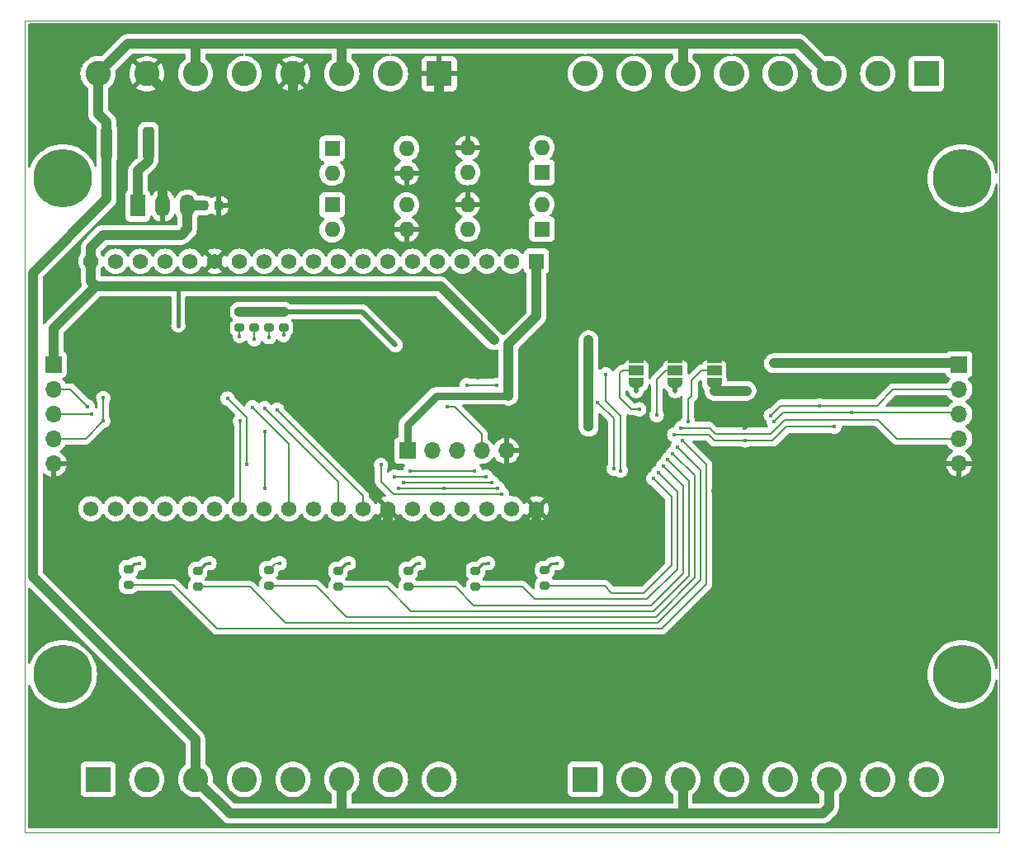
<source format=gbr>
%TF.GenerationSoftware,KiCad,Pcbnew,8.0.0*%
%TF.CreationDate,2024-08-19T20:21:19+02:00*%
%TF.ProjectId,led_stairs_controller,6c65645f-7374-4616-9972-735f636f6e74,V0.3*%
%TF.SameCoordinates,Original*%
%TF.FileFunction,Copper,L2,Bot*%
%TF.FilePolarity,Positive*%
%FSLAX46Y46*%
G04 Gerber Fmt 4.6, Leading zero omitted, Abs format (unit mm)*
G04 Created by KiCad (PCBNEW 8.0.0) date 2024-08-19 20:21:19*
%MOMM*%
%LPD*%
G01*
G04 APERTURE LIST*
G04 Aperture macros list*
%AMRoundRect*
0 Rectangle with rounded corners*
0 $1 Rounding radius*
0 $2 $3 $4 $5 $6 $7 $8 $9 X,Y pos of 4 corners*
0 Add a 4 corners polygon primitive as box body*
4,1,4,$2,$3,$4,$5,$6,$7,$8,$9,$2,$3,0*
0 Add four circle primitives for the rounded corners*
1,1,$1+$1,$2,$3*
1,1,$1+$1,$4,$5*
1,1,$1+$1,$6,$7*
1,1,$1+$1,$8,$9*
0 Add four rect primitives between the rounded corners*
20,1,$1+$1,$2,$3,$4,$5,0*
20,1,$1+$1,$4,$5,$6,$7,0*
20,1,$1+$1,$6,$7,$8,$9,0*
20,1,$1+$1,$8,$9,$2,$3,0*%
%AMFreePoly0*
4,1,19,0.550000,-0.750000,0.000000,-0.750000,0.000000,-0.744911,-0.071157,-0.744911,-0.207708,-0.704816,-0.327430,-0.627875,-0.420627,-0.520320,-0.479746,-0.390866,-0.500000,-0.250000,-0.500000,0.250000,-0.479746,0.390866,-0.420627,0.520320,-0.327430,0.627875,-0.207708,0.704816,-0.071157,0.744911,0.000000,0.744911,0.000000,0.750000,0.550000,0.750000,0.550000,-0.750000,0.550000,-0.750000,
$1*%
%AMFreePoly1*
4,1,19,0.000000,0.744911,0.071157,0.744911,0.207708,0.704816,0.327430,0.627875,0.420627,0.520320,0.479746,0.390866,0.500000,0.250000,0.500000,-0.250000,0.479746,-0.390866,0.420627,-0.520320,0.327430,-0.627875,0.207708,-0.704816,0.071157,-0.744911,0.000000,-0.744911,0.000000,-0.750000,-0.550000,-0.750000,-0.550000,0.750000,0.000000,0.750000,0.000000,0.744911,0.000000,0.744911,
$1*%
G04 Aperture macros list end*
%TA.AperFunction,ComponentPad*%
%ADD10R,1.600000X1.600000*%
%TD*%
%TA.AperFunction,ComponentPad*%
%ADD11O,1.600000X1.600000*%
%TD*%
%TA.AperFunction,ComponentPad*%
%ADD12R,1.700000X1.700000*%
%TD*%
%TA.AperFunction,ComponentPad*%
%ADD13O,1.700000X1.700000*%
%TD*%
%TA.AperFunction,ComponentPad*%
%ADD14R,2.600000X2.600000*%
%TD*%
%TA.AperFunction,ComponentPad*%
%ADD15C,2.600000*%
%TD*%
%TA.AperFunction,ComponentPad*%
%ADD16C,6.000000*%
%TD*%
%TA.AperFunction,ComponentPad*%
%ADD17R,1.500000X2.300000*%
%TD*%
%TA.AperFunction,ComponentPad*%
%ADD18O,1.500000X2.300000*%
%TD*%
%TA.AperFunction,SMDPad,CuDef*%
%ADD19FreePoly0,270.000000*%
%TD*%
%TA.AperFunction,SMDPad,CuDef*%
%ADD20R,1.500000X1.000000*%
%TD*%
%TA.AperFunction,SMDPad,CuDef*%
%ADD21FreePoly1,270.000000*%
%TD*%
%TA.AperFunction,SMDPad,CuDef*%
%ADD22RoundRect,0.200000X-0.275000X0.200000X-0.275000X-0.200000X0.275000X-0.200000X0.275000X0.200000X0*%
%TD*%
%TA.AperFunction,SMDPad,CuDef*%
%ADD23RoundRect,0.250000X-0.312500X-1.450000X0.312500X-1.450000X0.312500X1.450000X-0.312500X1.450000X0*%
%TD*%
%TA.AperFunction,SMDPad,CuDef*%
%ADD24RoundRect,0.225000X0.225000X0.250000X-0.225000X0.250000X-0.225000X-0.250000X0.225000X-0.250000X0*%
%TD*%
%TA.AperFunction,SMDPad,CuDef*%
%ADD25RoundRect,0.200000X0.275000X-0.200000X0.275000X0.200000X-0.275000X0.200000X-0.275000X-0.200000X0*%
%TD*%
%TA.AperFunction,ComponentPad*%
%ADD26R,1.560000X1.560000*%
%TD*%
%TA.AperFunction,ComponentPad*%
%ADD27C,1.560000*%
%TD*%
%TA.AperFunction,ViaPad*%
%ADD28C,0.650000*%
%TD*%
%TA.AperFunction,ViaPad*%
%ADD29C,0.450000*%
%TD*%
%TA.AperFunction,ViaPad*%
%ADD30C,0.800000*%
%TD*%
%TA.AperFunction,Conductor*%
%ADD31C,0.500000*%
%TD*%
%TA.AperFunction,Conductor*%
%ADD32C,1.000000*%
%TD*%
%TA.AperFunction,Conductor*%
%ADD33C,0.400000*%
%TD*%
%TA.AperFunction,Conductor*%
%ADD34C,0.250000*%
%TD*%
%TA.AperFunction,Conductor*%
%ADD35C,0.200000*%
%TD*%
%TA.AperFunction,Conductor*%
%ADD36C,0.750000*%
%TD*%
%TA.AperFunction,Profile*%
%ADD37C,0.120000*%
%TD*%
G04 APERTURE END LIST*
D10*
%TO.P,U6,1*%
%TO.N,Net-(R28-Pad2)*%
X154220000Y-71300000D03*
D11*
%TO.P,U6,2*%
%TO.N,Net-(R38-Pad2)*%
X154220000Y-68760000D03*
%TO.P,U6,3*%
%TO.N,GND*%
X146600000Y-68760000D03*
%TO.P,U6,4*%
%TO.N,/IN3_L*%
X146600000Y-71300000D03*
%TD*%
D10*
%TO.P,U5,1*%
%TO.N,Net-(R25-Pad2)*%
X132700000Y-74625000D03*
D11*
%TO.P,U5,2*%
%TO.N,Net-(R36-Pad2)*%
X132700000Y-77165000D03*
%TO.P,U5,3*%
%TO.N,GND*%
X140320000Y-77165000D03*
%TO.P,U5,4*%
%TO.N,/IN2_L*%
X140320000Y-74625000D03*
%TD*%
D12*
%TO.P,J3,1,Pin_1*%
%TO.N,+5V*%
X197025000Y-91000000D03*
D13*
%TO.P,J3,2,Pin_2*%
%TO.N,/SDA_H*%
X197025000Y-93540000D03*
%TO.P,J3,3,Pin_3*%
%TO.N,/SCL_H*%
X197025000Y-96080000D03*
%TO.P,J3,4,Pin_4*%
%TO.N,/INT_H*%
X197025000Y-98620000D03*
%TO.P,J3,5,Pin_5*%
%TO.N,GND*%
X197025000Y-101160000D03*
%TD*%
D12*
%TO.P,J2,1,Pin_1*%
%TO.N,+3.3V*%
X140400000Y-99860000D03*
D13*
%TO.P,J2,2,Pin_2*%
%TO.N,/SDA_L*%
X142940000Y-99860000D03*
%TO.P,J2,3,Pin_3*%
%TO.N,/SCL_L*%
X145480000Y-99860000D03*
%TO.P,J2,4,Pin_4*%
%TO.N,/INT_L*%
X148020000Y-99860000D03*
%TO.P,J2,5,Pin_5*%
%TO.N,GND*%
X150560000Y-99860000D03*
%TD*%
D14*
%TO.P,MOD1,A1,A1*%
%TO.N,/LED1_OUT*%
X108675000Y-133580000D03*
D15*
%TO.P,MOD1,A2,A2*%
%TO.N,/LED2_OUT*%
X113675000Y-133580000D03*
%TO.P,MOD1,A3,A3*%
%TO.N,VBUS*%
X118675000Y-133580000D03*
%TO.P,MOD1,A4,A4*%
%TO.N,/LED3_OUT*%
X123675000Y-133580000D03*
%TO.P,MOD1,A5,A5*%
%TO.N,/LED4_OUT*%
X128675000Y-133580000D03*
%TO.P,MOD1,A6,A6*%
%TO.N,VBUS*%
X133675000Y-133580000D03*
%TO.P,MOD1,A7,A7*%
%TO.N,/LED5_OUT*%
X138675000Y-133580000D03*
%TO.P,MOD1,A8,A8*%
%TO.N,/LED6_OUT*%
X143675000Y-133580000D03*
D14*
%TO.P,MOD1,B1,B1*%
%TO.N,/LED7_OUT*%
X158675000Y-133580000D03*
D15*
%TO.P,MOD1,B2,B2*%
%TO.N,/LED8_OUT*%
X163675000Y-133580000D03*
%TO.P,MOD1,B3,B3*%
%TO.N,VBUS*%
X168675000Y-133580000D03*
%TO.P,MOD1,B4,B4*%
%TO.N,/LED9_OUT*%
X173675000Y-133580000D03*
%TO.P,MOD1,B5,B5*%
%TO.N,/LED10_OUT*%
X178675000Y-133580000D03*
%TO.P,MOD1,B6,B6*%
%TO.N,VBUS*%
X183675000Y-133580000D03*
%TO.P,MOD1,B7,B7*%
%TO.N,/LED11_OUT*%
X188675000Y-133580000D03*
%TO.P,MOD1,B8,B8*%
%TO.N,/LED12_OUT*%
X193675000Y-133580000D03*
D14*
%TO.P,MOD1,C1,C1*%
%TO.N,/LED13_OUT*%
X193675000Y-61160000D03*
D15*
%TO.P,MOD1,C2,C2*%
%TO.N,/LED14_OUT*%
X188675000Y-61160000D03*
%TO.P,MOD1,C3,C3*%
%TO.N,VBUS*%
X183675000Y-61160000D03*
%TO.P,MOD1,C4,C4*%
%TO.N,/LED15_OUT*%
X178675000Y-61160000D03*
%TO.P,MOD1,C5,C5*%
%TO.N,/LED16_OUT*%
X173675000Y-61160000D03*
%TO.P,MOD1,C6,C6*%
%TO.N,VBUS*%
X168675000Y-61160000D03*
%TO.P,MOD1,C7,C7*%
%TO.N,/IN4_H*%
X163675000Y-61160000D03*
%TO.P,MOD1,C8,C8*%
%TO.N,/IN3_H*%
X158675000Y-61160000D03*
D14*
%TO.P,MOD1,D1,D1*%
%TO.N,GND*%
X143675000Y-61160000D03*
D15*
%TO.P,MOD1,D2,D2*%
%TO.N,/IN1_H*%
X138675000Y-61160000D03*
%TO.P,MOD1,D3,D3*%
%TO.N,VBUS*%
X133675000Y-61160000D03*
%TO.P,MOD1,D4,D4*%
%TO.N,GND*%
X128675000Y-61160000D03*
%TO.P,MOD1,D5,D5*%
%TO.N,/IN2_H*%
X123675000Y-61160000D03*
%TO.P,MOD1,D6,D6*%
%TO.N,VBUS*%
X118675000Y-61160000D03*
%TO.P,MOD1,D7,D7*%
%TO.N,GND*%
X113675000Y-61160000D03*
%TO.P,MOD1,D8,D8*%
%TO.N,VBUS*%
X108675000Y-61160000D03*
D16*
%TO.P,MOD1,MH1*%
%TO.N,N/C*%
X105050000Y-71900000D03*
%TO.P,MOD1,MH2*%
X197300000Y-71900000D03*
%TO.P,MOD1,MH3*%
X105050000Y-122800000D03*
%TO.P,MOD1,MH4*%
X197300000Y-122800000D03*
%TD*%
D12*
%TO.P,J1,1,Pin_1*%
%TO.N,+5V*%
X104100000Y-91000000D03*
D13*
%TO.P,J1,2,Pin_2*%
%TO.N,/SDA_H*%
X104100000Y-93540000D03*
%TO.P,J1,3,Pin_3*%
%TO.N,/SCL_H*%
X104100000Y-96080000D03*
%TO.P,J1,4,Pin_4*%
%TO.N,/INT_H*%
X104100000Y-98620000D03*
%TO.P,J1,5,Pin_5*%
%TO.N,GND*%
X104100000Y-101160000D03*
%TD*%
D17*
%TO.P,U8,1,IN*%
%TO.N,Net-(U8-IN)*%
X112753000Y-74700000D03*
D18*
%TO.P,U8,2,GND*%
%TO.N,GND*%
X115293000Y-74700000D03*
%TO.P,U8,3,OUT*%
%TO.N,+5V*%
X117833000Y-74700000D03*
%TD*%
D10*
%TO.P,U7,1*%
%TO.N,Net-(R29-Pad2)*%
X154220000Y-77100000D03*
D11*
%TO.P,U7,2*%
%TO.N,Net-(R39-Pad2)*%
X154220000Y-74560000D03*
%TO.P,U7,3*%
%TO.N,GND*%
X146600000Y-74560000D03*
%TO.P,U7,4*%
%TO.N,/IN4_L*%
X146600000Y-77100000D03*
%TD*%
D10*
%TO.P,U3,1*%
%TO.N,Net-(R24-Pad2)*%
X132700000Y-68825000D03*
D11*
%TO.P,U3,2*%
%TO.N,Net-(R37-Pad2)*%
X132700000Y-71365000D03*
%TO.P,U3,3*%
%TO.N,GND*%
X140320000Y-71365000D03*
%TO.P,U3,4*%
%TO.N,/IN1_L*%
X140320000Y-68825000D03*
%TD*%
D19*
%TO.P,JP1,1,A*%
%TO.N,GND*%
X163900000Y-90300000D03*
D20*
%TO.P,JP1,2,C*%
%TO.N,/A0*%
X163900000Y-91600000D03*
D21*
%TO.P,JP1,3,B*%
%TO.N,+5V*%
X163900000Y-92900000D03*
%TD*%
D19*
%TO.P,JP2,1,A*%
%TO.N,GND*%
X167900000Y-90300000D03*
D20*
%TO.P,JP2,2,C*%
%TO.N,/A1*%
X167900000Y-91600000D03*
D21*
%TO.P,JP2,3,B*%
%TO.N,+5V*%
X167900000Y-92900000D03*
%TD*%
D22*
%TO.P,R26,1*%
%TO.N,P-UP*%
X126200000Y-85575000D03*
%TO.P,R26,2*%
%TO.N,/IN3_L*%
X126200000Y-87225000D03*
%TD*%
%TO.P,R27,1*%
%TO.N,P-UP*%
X127700000Y-85575000D03*
%TO.P,R27,2*%
%TO.N,/IN4_L*%
X127700000Y-87225000D03*
%TD*%
D23*
%TO.P,F17,1*%
%TO.N,VBUS*%
X109562500Y-68300000D03*
%TO.P,F17,2*%
%TO.N,Net-(U8-IN)*%
X113837500Y-68300000D03*
%TD*%
D24*
%TO.P,C2,1*%
%TO.N,GND*%
X121075000Y-74700000D03*
%TO.P,C2,2*%
%TO.N,+5V*%
X119525000Y-74700000D03*
%TD*%
D22*
%TO.P,R23,1*%
%TO.N,P-UP*%
X124700000Y-85575000D03*
%TO.P,R23,2*%
%TO.N,/IN2_L*%
X124700000Y-87225000D03*
%TD*%
D25*
%TO.P,R1,1*%
%TO.N,/LED1*%
X111800000Y-113625000D03*
%TO.P,R1,2*%
%TO.N,Net-(Q1-G)*%
X111800000Y-111975000D03*
%TD*%
D22*
%TO.P,R22,1*%
%TO.N,P-UP*%
X123200000Y-85575000D03*
%TO.P,R22,2*%
%TO.N,/IN1_L*%
X123200000Y-87225000D03*
%TD*%
D25*
%TO.P,R7,1*%
%TO.N,/LED7*%
X154500000Y-113725000D03*
%TO.P,R7,2*%
%TO.N,Net-(Q7-G)*%
X154500000Y-112075000D03*
%TD*%
%TO.P,R3,1*%
%TO.N,/LED3*%
X126200000Y-113725000D03*
%TO.P,R3,2*%
%TO.N,Net-(Q3-G)*%
X126200000Y-112075000D03*
%TD*%
%TO.P,R4,1*%
%TO.N,/LED4*%
X133300000Y-113825000D03*
%TO.P,R4,2*%
%TO.N,Net-(Q4-G)*%
X133300000Y-112175000D03*
%TD*%
D19*
%TO.P,JP3,1,A*%
%TO.N,GND*%
X171900000Y-90300000D03*
D20*
%TO.P,JP3,2,C*%
%TO.N,/A2*%
X171900000Y-91600000D03*
D21*
%TO.P,JP3,3,B*%
%TO.N,+5V*%
X171900000Y-92900000D03*
%TD*%
D25*
%TO.P,R5,1*%
%TO.N,/LED5*%
X140500000Y-113825000D03*
%TO.P,R5,2*%
%TO.N,Net-(Q5-G)*%
X140500000Y-112175000D03*
%TD*%
%TO.P,R6,1*%
%TO.N,/LED6*%
X147400000Y-113825000D03*
%TO.P,R6,2*%
%TO.N,Net-(Q6-G)*%
X147400000Y-112175000D03*
%TD*%
%TO.P,R2,1*%
%TO.N,/LED2*%
X118900000Y-113825000D03*
%TO.P,R2,2*%
%TO.N,Net-(Q2-G)*%
X118900000Y-112175000D03*
%TD*%
D26*
%TO.P,U2,1,3V3*%
%TO.N,+3.3V*%
X153660000Y-80400000D03*
D27*
%TO.P,U2,2,EN*%
%TO.N,Net-(U2-EN)*%
X151120000Y-80400000D03*
%TO.P,U2,3,VP*%
%TO.N,unconnected-(U2-VP-Pad3)*%
X148580000Y-80400000D03*
%TO.P,U2,4,VN*%
%TO.N,unconnected-(U2-VN-Pad4)*%
X146040000Y-80400000D03*
%TO.P,U2,5,34*%
%TO.N,unconnected-(U2-34-Pad5)*%
X143500000Y-80400000D03*
%TO.P,U2,6,35*%
%TO.N,unconnected-(U2-35-Pad6)*%
X140960000Y-80400000D03*
%TO.P,U2,7,32*%
%TO.N,unconnected-(U2-32-Pad7)*%
X138420000Y-80400000D03*
%TO.P,U2,8,33*%
%TO.N,unconnected-(U2-33-Pad8)*%
X135880000Y-80400000D03*
%TO.P,U2,9,25*%
%TO.N,unconnected-(U2-25-Pad9)*%
X133340000Y-80400000D03*
%TO.P,U2,10,26*%
%TO.N,unconnected-(U2-26-Pad10)*%
X130800000Y-80400000D03*
%TO.P,U2,11,27*%
%TO.N,unconnected-(U2-27-Pad11)*%
X128260000Y-80400000D03*
%TO.P,U2,12,14*%
%TO.N,unconnected-(U2-14-Pad12)*%
X125720000Y-80400000D03*
%TO.P,U2,13,12*%
%TO.N,unconnected-(U2-12-Pad13)*%
X123180000Y-80400000D03*
%TO.P,U2,14,GND*%
%TO.N,GND*%
X120640000Y-80400000D03*
%TO.P,U2,15,13*%
%TO.N,unconnected-(U2-13-Pad15)*%
X118100000Y-80400000D03*
%TO.P,U2,16,D2*%
%TO.N,unconnected-(U2-D2-Pad16)*%
X115560000Y-80400000D03*
%TO.P,U2,17,D3*%
%TO.N,unconnected-(U2-D3-Pad17)*%
X113020000Y-80400000D03*
%TO.P,U2,18,CMD*%
%TO.N,unconnected-(U2-CMD-Pad18)*%
X110480000Y-80400000D03*
%TO.P,U2,19,5V*%
%TO.N,+5V*%
X107940000Y-80400000D03*
%TO.P,U2,20,GND__1*%
%TO.N,GND*%
X153660000Y-105800000D03*
%TO.P,U2,21,23*%
%TO.N,/OE*%
X151120000Y-105800000D03*
%TO.P,U2,22,22*%
%TO.N,/SCL_L*%
X148580000Y-105800000D03*
%TO.P,U2,23,TX*%
%TO.N,unconnected-(U2-TX-Pad23)*%
X146040000Y-105800000D03*
%TO.P,U2,24,RX*%
%TO.N,unconnected-(U2-RX-Pad24)*%
X143500000Y-105800000D03*
%TO.P,U2,25,21*%
%TO.N,/SDA_L*%
X140960000Y-105800000D03*
%TO.P,U2,26,GND__2*%
%TO.N,GND*%
X138420000Y-105800000D03*
%TO.P,U2,27,19*%
%TO.N,/IN4_L*%
X135880000Y-105800000D03*
%TO.P,U2,28,18*%
%TO.N,/IN3_L*%
X133340000Y-105800000D03*
%TO.P,U2,29,5*%
%TO.N,unconnected-(U2-5-Pad29)*%
X130800000Y-105800000D03*
%TO.P,U2,30,17*%
%TO.N,/IN2_L*%
X128260000Y-105800000D03*
%TO.P,U2,31,16*%
%TO.N,unconnected-(U2-16-Pad31)*%
X125720000Y-105800000D03*
%TO.P,U2,32,4*%
%TO.N,/IN1_L*%
X123180000Y-105800000D03*
%TO.P,U2,33,0*%
%TO.N,unconnected-(U2-0-Pad33)*%
X120640000Y-105800000D03*
%TO.P,U2,34,2*%
%TO.N,unconnected-(U2-2-Pad34)*%
X118100000Y-105800000D03*
%TO.P,U2,35,15*%
%TO.N,unconnected-(U2-15-Pad35)*%
X115560000Y-105800000D03*
%TO.P,U2,36,D1*%
%TO.N,unconnected-(U2-D1-Pad36)*%
X113020000Y-105800000D03*
%TO.P,U2,37,D0*%
%TO.N,unconnected-(U2-D0-Pad37)*%
X110480000Y-105800000D03*
%TO.P,U2,38,CLK*%
%TO.N,unconnected-(U2-CLK-Pad38)*%
X107940000Y-105800000D03*
%TD*%
D28*
%TO.N,GND*%
X159300000Y-74600000D03*
X127500000Y-77200000D03*
X159300000Y-68800000D03*
X127500000Y-71400000D03*
D29*
%TO.N,+5V*%
X144800000Y-84000000D03*
%TO.N,P-UP*%
X139200000Y-89000000D03*
D30*
%TO.N,GND*%
X159400000Y-109600000D03*
X123600000Y-109700000D03*
D29*
X171742500Y-104000000D03*
D30*
X178320000Y-85500000D03*
D29*
X136800000Y-104500000D03*
X160300000Y-106500000D03*
X103000000Y-129000000D03*
D30*
X188300000Y-109600000D03*
X181100000Y-109600000D03*
X137900000Y-109700000D03*
D29*
X163200000Y-100000000D03*
D30*
X173900000Y-109600000D03*
X152200000Y-109600000D03*
D29*
X163000000Y-107000000D03*
X103000000Y-118000000D03*
D30*
X116400000Y-109600000D03*
D28*
X178600000Y-93900000D03*
D30*
X109220000Y-109600000D03*
D29*
X190700000Y-94700000D03*
X160000000Y-101700000D03*
D30*
X185520000Y-85500000D03*
D29*
X147600000Y-92400000D03*
X146000000Y-87200000D03*
X189500000Y-92400000D03*
D30*
X192720000Y-85500000D03*
X130700000Y-109600000D03*
X165540000Y-109600000D03*
D29*
X137000000Y-106800000D03*
X150500000Y-85000000D03*
D30*
X171020000Y-85500000D03*
D29*
X139800000Y-106800000D03*
X147500000Y-83500000D03*
D30*
X145100000Y-109700000D03*
D29*
X175000000Y-97525000D03*
X150500000Y-130500000D03*
%TO.N,+5V*%
X184200000Y-90900000D03*
X116900000Y-87000000D03*
D30*
X149300000Y-88500000D03*
D29*
X186000000Y-90880000D03*
X182500000Y-90880000D03*
X163900000Y-93700000D03*
D28*
X159000000Y-97400000D03*
X175200000Y-93700000D03*
D30*
X178020000Y-90880000D03*
X159000000Y-88500000D03*
D29*
X167900000Y-93700000D03*
X171900000Y-93700000D03*
%TO.N,/nOE*%
X121962500Y-94500000D03*
X150100000Y-104300000D03*
X123925000Y-101300000D03*
X184200000Y-97400000D03*
X137700000Y-101300000D03*
X167800000Y-98200000D03*
X175100000Y-98800000D03*
%TO.N,/SCL_H*%
X161600000Y-101700000D03*
X107980000Y-96080000D03*
X178000000Y-96900000D03*
X186000000Y-95960000D03*
X159925000Y-94875000D03*
%TO.N,/LED1*%
X168642500Y-98825000D03*
%TO.N,/LED7*%
X165642500Y-102725000D03*
%TO.N,/LED6*%
X166142500Y-102075000D03*
%TO.N,/LED5*%
X166642500Y-101425000D03*
%TO.N,/LED4*%
X167142500Y-100775000D03*
%TO.N,/LED3*%
X167642500Y-100125000D03*
%TO.N,/LED2*%
X168142500Y-99475000D03*
%TO.N,Net-(Q1-G)*%
X112900000Y-111400000D03*
%TO.N,Net-(Q2-G)*%
X120100000Y-111400000D03*
%TO.N,Net-(Q3-G)*%
X127300000Y-111400000D03*
%TO.N,Net-(Q4-G)*%
X134400000Y-111400000D03*
%TO.N,Net-(Q5-G)*%
X141600000Y-111400000D03*
%TO.N,Net-(Q6-G)*%
X148700000Y-111400000D03*
%TO.N,Net-(Q7-G)*%
X155800000Y-111400000D03*
%TO.N,/A0*%
X147300000Y-101900000D03*
X140700000Y-101900000D03*
X164200000Y-95600000D03*
%TO.N,/A1*%
X139100000Y-102500000D03*
X148500000Y-102500000D03*
X166000000Y-96200000D03*
%TO.N,/A2*%
X140000000Y-103100000D03*
X169200000Y-96875000D03*
X149100000Y-103100000D03*
D28*
%TO.N,+3.3V*%
X150800000Y-90700000D03*
X150800000Y-94200000D03*
D29*
X143400000Y-94200000D03*
%TO.N,/SDA_H*%
X107600000Y-95300000D03*
X182700000Y-95212500D03*
X162300000Y-101900000D03*
X177700000Y-96225000D03*
X160775000Y-92000000D03*
%TO.N,/IN2_L*%
X124502500Y-95400000D03*
X124700000Y-88400000D03*
%TO.N,/IN1_L*%
X123200000Y-88100000D03*
X123232500Y-96800000D03*
%TO.N,/IN3_L*%
X126200000Y-88200000D03*
X125772500Y-95500000D03*
%TO.N,/IN4_L*%
X127700000Y-88000000D03*
X127042500Y-95657500D03*
%TO.N,/INT_H*%
X125800000Y-103700000D03*
X144200000Y-103700000D03*
X109210000Y-96800000D03*
X168500000Y-97500000D03*
X149700000Y-103700000D03*
X146500000Y-93100000D03*
X149600000Y-93100000D03*
X125800000Y-97900000D03*
X109210000Y-94440000D03*
X139500000Y-103700000D03*
%TO.N,/INT_L*%
X144525000Y-95325000D03*
%TD*%
D31*
%TO.N,P-UP*%
X135775000Y-85575000D02*
X127700000Y-85575000D01*
X139200000Y-89000000D02*
X135775000Y-85575000D01*
D32*
%TO.N,GND*%
X163900000Y-85500000D02*
X163900000Y-90300000D01*
X121200000Y-65000000D02*
X120500000Y-65000000D01*
X168100000Y-85500000D02*
X163900000Y-85500000D01*
X168100000Y-85500000D02*
X167900000Y-85700000D01*
D33*
X171742500Y-104000000D02*
X173900000Y-106157500D01*
D32*
X167900000Y-85700000D02*
X167900000Y-90300000D01*
X171020000Y-85500000D02*
X172000000Y-85500000D01*
D34*
X175000000Y-97525000D02*
X178600000Y-93925000D01*
D32*
X172000000Y-85500000D02*
X192720000Y-85500000D01*
X138420000Y-105800000D02*
X138420000Y-109580000D01*
X117515000Y-65000000D02*
X121200000Y-65000000D01*
X165540000Y-109600000D02*
X153700000Y-109600000D01*
X181100000Y-109600000D02*
X173900000Y-109600000D01*
X138420000Y-109580000D02*
X138400000Y-109600000D01*
X120640000Y-65140000D02*
X120640000Y-72200000D01*
X115900000Y-72200000D02*
X115293000Y-72807000D01*
X171020000Y-85500000D02*
X168100000Y-85500000D01*
X171900000Y-85600000D02*
X171900000Y-90300000D01*
X120500000Y-65000000D02*
X120640000Y-65140000D01*
D34*
X178600000Y-93925000D02*
X178600000Y-93900000D01*
D32*
X143675000Y-65000000D02*
X128675000Y-65000000D01*
X121200000Y-65000000D02*
X128675000Y-65000000D01*
X153660000Y-105800000D02*
X153660000Y-109560000D01*
X120640000Y-72200000D02*
X115900000Y-72200000D01*
X172000000Y-85500000D02*
X171900000Y-85600000D01*
X153700000Y-109600000D02*
X109220000Y-109600000D01*
X113675000Y-61160000D02*
X117515000Y-65000000D01*
D33*
X173900000Y-106157500D02*
X173900000Y-109600000D01*
D32*
X115293000Y-72807000D02*
X115293000Y-74700000D01*
X128675000Y-65000000D02*
X128675000Y-61160000D01*
X153660000Y-109560000D02*
X153700000Y-109600000D01*
X143675000Y-61160000D02*
X143675000Y-65000000D01*
X188300000Y-109600000D02*
X181100000Y-109600000D01*
%TO.N,+5V*%
X171900000Y-93700000D02*
X175200000Y-93700000D01*
X117200000Y-77700000D02*
X109200000Y-77700000D01*
X108400000Y-83000000D02*
X108500000Y-83000000D01*
X117833000Y-77067000D02*
X117200000Y-77700000D01*
X107940000Y-82440000D02*
X107940000Y-80400000D01*
X104100000Y-91000000D02*
X104100000Y-87300000D01*
X182500000Y-90880000D02*
X186000000Y-90880000D01*
X119525000Y-74700000D02*
X117833000Y-74700000D01*
X104100000Y-87300000D02*
X108400000Y-83000000D01*
X143800000Y-83000000D02*
X116900000Y-83000000D01*
D31*
X167900000Y-92900000D02*
X167900000Y-93700000D01*
D32*
X149300000Y-88500000D02*
X143800000Y-83000000D01*
X116900000Y-83000000D02*
X108500000Y-83000000D01*
X159000000Y-88500000D02*
X159000000Y-97400000D01*
D33*
X116900000Y-87000000D02*
X116900000Y-83000000D01*
D32*
X108500000Y-83000000D02*
X107940000Y-82440000D01*
D31*
X163900000Y-92900000D02*
X163900000Y-93700000D01*
D32*
X109200000Y-77700000D02*
X107940000Y-78960000D01*
X186000000Y-90880000D02*
X196905000Y-90880000D01*
X196905000Y-90880000D02*
X197025000Y-91000000D01*
X107940000Y-78960000D02*
X107940000Y-80400000D01*
X117833000Y-74700000D02*
X117833000Y-77067000D01*
X178020000Y-90880000D02*
X182500000Y-90880000D01*
D31*
X171900000Y-92900000D02*
X171900000Y-93700000D01*
D35*
%TO.N,/nOE*%
X121962500Y-94500000D02*
X123925000Y-96462500D01*
X139000000Y-104300000D02*
X150100000Y-104300000D01*
X184200000Y-97400000D02*
X179300000Y-97400000D01*
X137700000Y-101300000D02*
X137700000Y-103000000D01*
X177900000Y-98800000D02*
X175100000Y-98800000D01*
X171900000Y-98800000D02*
X175100000Y-98800000D01*
X179300000Y-97400000D02*
X177900000Y-98800000D01*
X123925000Y-96462500D02*
X123925000Y-101300000D01*
X167800000Y-98200000D02*
X171300000Y-98200000D01*
X137700000Y-103000000D02*
X139000000Y-104300000D01*
X171300000Y-98200000D02*
X171900000Y-98800000D01*
%TO.N,/SCL_H*%
X159925000Y-94875000D02*
X161600000Y-96550000D01*
X108000000Y-96100000D02*
X107980000Y-96080000D01*
X178940000Y-95960000D02*
X178000000Y-96900000D01*
X197025000Y-96080000D02*
X196905000Y-95960000D01*
X186000000Y-95960000D02*
X178940000Y-95960000D01*
X161600000Y-96550000D02*
X161600000Y-101700000D01*
X196905000Y-95960000D02*
X186000000Y-95960000D01*
X104100000Y-96080000D02*
X107980000Y-96080000D01*
%TO.N,/LED1*%
X166500000Y-118100000D02*
X120900000Y-118100000D01*
X120900000Y-118100000D02*
X116425000Y-113625000D01*
X171100000Y-101282500D02*
X171100000Y-113500000D01*
X116425000Y-113625000D02*
X111800000Y-113625000D01*
X168642500Y-98825000D02*
X171100000Y-101282500D01*
X171100000Y-113500000D02*
X166500000Y-118100000D01*
%TO.N,/LED7*%
X154500000Y-113725000D02*
X160675000Y-113725000D01*
X160675000Y-113725000D02*
X161380000Y-114430000D01*
X164670000Y-114430000D02*
X167500000Y-111600000D01*
X161380000Y-114430000D02*
X164670000Y-114430000D01*
X167500000Y-104582500D02*
X165642500Y-102725000D01*
X167500000Y-111600000D02*
X167500000Y-104582500D01*
%TO.N,/LED6*%
X152225000Y-113825000D02*
X153500000Y-115100000D01*
X153500000Y-115100000D02*
X165000000Y-115100000D01*
X168100000Y-104032500D02*
X166142500Y-102075000D01*
X147400000Y-113825000D02*
X152225000Y-113825000D01*
X168100000Y-112000000D02*
X168100000Y-104032500D01*
X165000000Y-115100000D02*
X168100000Y-112000000D01*
%TO.N,/LED5*%
X165400000Y-115700000D02*
X168700000Y-112400000D01*
X145325000Y-113825000D02*
X147200000Y-115700000D01*
X168700000Y-112400000D02*
X168700000Y-103482500D01*
X140500000Y-113825000D02*
X145325000Y-113825000D01*
X147200000Y-115700000D02*
X165400000Y-115700000D01*
X168700000Y-103482500D02*
X166642500Y-101425000D01*
%TO.N,/LED4*%
X169300000Y-102932500D02*
X167142500Y-100775000D01*
X165700000Y-116300000D02*
X169300000Y-112700000D01*
X169300000Y-112700000D02*
X169300000Y-102932500D01*
X133300000Y-113825000D02*
X138325000Y-113825000D01*
X138325000Y-113825000D02*
X140800000Y-116300000D01*
X140800000Y-116300000D02*
X165700000Y-116300000D01*
%TO.N,/LED3*%
X169900000Y-112900000D02*
X169900000Y-102382500D01*
X165900000Y-116900000D02*
X169900000Y-112900000D01*
X134200000Y-116900000D02*
X165900000Y-116900000D01*
X126200000Y-113725000D02*
X131025000Y-113725000D01*
X169900000Y-102382500D02*
X167642500Y-100125000D01*
X131025000Y-113725000D02*
X134200000Y-116900000D01*
%TO.N,/LED2*%
X170500000Y-101832500D02*
X168142500Y-99475000D01*
X170500000Y-113100000D02*
X170500000Y-101832500D01*
X124225000Y-113825000D02*
X127900000Y-117500000D01*
X118900000Y-113825000D02*
X124225000Y-113825000D01*
X127900000Y-117500000D02*
X166100000Y-117500000D01*
X166100000Y-117500000D02*
X170500000Y-113100000D01*
D34*
%TO.N,Net-(Q1-G)*%
X112375000Y-111400000D02*
X111800000Y-111975000D01*
X112900000Y-111400000D02*
X112375000Y-111400000D01*
%TO.N,Net-(Q2-G)*%
X120100000Y-111400000D02*
X119675000Y-111400000D01*
X119675000Y-111400000D02*
X118900000Y-112175000D01*
D35*
%TO.N,Net-(Q3-G)*%
X126875000Y-111400000D02*
X127300000Y-111400000D01*
X126200000Y-112075000D02*
X126875000Y-111400000D01*
D34*
%TO.N,Net-(Q4-G)*%
X134075000Y-111400000D02*
X133300000Y-112175000D01*
X134400000Y-111400000D02*
X134075000Y-111400000D01*
%TO.N,Net-(Q5-G)*%
X141600000Y-111400000D02*
X141275000Y-111400000D01*
X141275000Y-111400000D02*
X140500000Y-112175000D01*
%TO.N,Net-(Q6-G)*%
X148700000Y-111400000D02*
X148175000Y-111400000D01*
X148175000Y-111400000D02*
X147400000Y-112175000D01*
%TO.N,Net-(Q7-G)*%
X155175000Y-111400000D02*
X154500000Y-112075000D01*
X155800000Y-111400000D02*
X155175000Y-111400000D01*
D32*
%TO.N,VBUS*%
X168700000Y-137100000D02*
X168675000Y-137075000D01*
X168675000Y-137075000D02*
X168675000Y-133580000D01*
X183675000Y-61160000D02*
X180615000Y-58100000D01*
X111735000Y-58100000D02*
X119100000Y-58100000D01*
X118675000Y-61160000D02*
X118675000Y-58100000D01*
X122195000Y-137100000D02*
X118675000Y-133580000D01*
X183000000Y-137100000D02*
X168700000Y-137100000D01*
X133675000Y-61160000D02*
X133675000Y-58100000D01*
X102000000Y-112800000D02*
X118675000Y-129475000D01*
X109562500Y-66162500D02*
X109562500Y-68300000D01*
X108675000Y-61160000D02*
X111735000Y-58100000D01*
X102000000Y-81600000D02*
X102000000Y-112800000D01*
X168700000Y-137100000D02*
X133675000Y-137100000D01*
X183675000Y-133580000D02*
X183675000Y-136425000D01*
X109562500Y-68300000D02*
X109562500Y-74037500D01*
X183675000Y-136425000D02*
X183000000Y-137100000D01*
X118675000Y-58100000D02*
X119100000Y-58100000D01*
X108675000Y-61160000D02*
X108675000Y-65275000D01*
X133675000Y-58100000D02*
X168675000Y-58100000D01*
X180615000Y-58100000D02*
X168675000Y-58100000D01*
X119100000Y-58100000D02*
X133675000Y-58100000D01*
X118675000Y-129475000D02*
X118675000Y-133580000D01*
X109562500Y-74037500D02*
X102000000Y-81600000D01*
X133675000Y-137100000D02*
X122195000Y-137100000D01*
X168675000Y-58100000D02*
X168675000Y-61160000D01*
X108675000Y-65275000D02*
X109562500Y-66162500D01*
X133675000Y-137100000D02*
X133675000Y-133580000D01*
D35*
%TO.N,/A0*%
X162200000Y-94400000D02*
X163400000Y-95600000D01*
X163400000Y-95600000D02*
X164200000Y-95600000D01*
X162500000Y-91600000D02*
X162200000Y-91900000D01*
X147300000Y-101900000D02*
X140700000Y-101900000D01*
X162200000Y-91900000D02*
X162200000Y-94400000D01*
X163900000Y-91600000D02*
X162500000Y-91600000D01*
%TO.N,/A1*%
X166000000Y-96200000D02*
X166000000Y-92550000D01*
X166950000Y-91600000D02*
X167900000Y-91600000D01*
X148500000Y-102500000D02*
X139100000Y-102500000D01*
X166000000Y-92550000D02*
X166950000Y-91600000D01*
%TO.N,/A2*%
X169200000Y-96875000D02*
X169200000Y-94600000D01*
X169200000Y-94600000D02*
X169600000Y-94200000D01*
X169600000Y-94200000D02*
X169600000Y-92600000D01*
X149100000Y-103100000D02*
X140000000Y-103100000D01*
X169600000Y-92600000D02*
X170600000Y-91600000D01*
X170600000Y-91600000D02*
X171900000Y-91600000D01*
D36*
%TO.N,+3.3V*%
X150800000Y-94200000D02*
X143400000Y-94200000D01*
D32*
X150800000Y-90700000D02*
X150800000Y-94200000D01*
D36*
X143400000Y-94200000D02*
X140400000Y-97200000D01*
D32*
X150800000Y-88900000D02*
X150800000Y-90700000D01*
D36*
X140400000Y-97200000D02*
X140400000Y-99860000D01*
D32*
X153660000Y-80400000D02*
X153660000Y-86040000D01*
X153660000Y-86040000D02*
X150800000Y-88900000D01*
%TO.N,Net-(U8-IN)*%
X112753000Y-71147000D02*
X113837500Y-70062500D01*
X113837500Y-70062500D02*
X113837500Y-68300000D01*
X112753000Y-74700000D02*
X112753000Y-71147000D01*
D35*
%TO.N,/SDA_H*%
X182700000Y-95212500D02*
X178712500Y-95212500D01*
X104100000Y-93540000D02*
X105840000Y-93540000D01*
X188587500Y-95212500D02*
X182700000Y-95212500D01*
X162300000Y-96300000D02*
X162300000Y-101900000D01*
X105840000Y-93540000D02*
X107600000Y-95300000D01*
X190260000Y-93540000D02*
X188587500Y-95212500D01*
X160775000Y-92000000D02*
X160775000Y-94775000D01*
X197025000Y-93540000D02*
X190260000Y-93540000D01*
X160775000Y-94775000D02*
X162300000Y-96300000D01*
X178712500Y-95212500D02*
X177700000Y-96225000D01*
%TO.N,/IN2_L*%
X124700000Y-88400000D02*
X124700000Y-87225000D01*
X124502500Y-95400000D02*
X128260000Y-99157500D01*
X128260000Y-99157500D02*
X128260000Y-105800000D01*
%TO.N,/IN1_L*%
X123200000Y-88100000D02*
X123200000Y-87225000D01*
X123232500Y-96800000D02*
X123232500Y-105747500D01*
X123232500Y-105747500D02*
X123180000Y-105800000D01*
%TO.N,/IN3_L*%
X133340000Y-103067500D02*
X133340000Y-105800000D01*
X126200000Y-88200000D02*
X126200000Y-87225000D01*
X125772500Y-95500000D02*
X133340000Y-103067500D01*
%TO.N,/IN4_L*%
X127042500Y-95657500D02*
X135880000Y-104495000D01*
X135880000Y-104495000D02*
X135880000Y-105800000D01*
X127700000Y-88000000D02*
X127700000Y-87225000D01*
%TO.N,/INT_H*%
X146500000Y-93100000D02*
X149600000Y-93100000D01*
X149700000Y-103700000D02*
X144200000Y-103700000D01*
X168500000Y-97500000D02*
X171400000Y-97500000D01*
X190620000Y-98620000D02*
X197025000Y-98620000D01*
X171400000Y-97500000D02*
X172000000Y-98100000D01*
X144200000Y-103700000D02*
X139500000Y-103700000D01*
X188700000Y-96700000D02*
X190620000Y-98620000D01*
X177700000Y-98100000D02*
X179100000Y-96700000D01*
X172000000Y-98100000D02*
X177700000Y-98100000D01*
X109210000Y-96800000D02*
X107390000Y-98620000D01*
X109210000Y-96800000D02*
X109210000Y-94440000D01*
X107390000Y-98620000D02*
X104100000Y-98620000D01*
X125800000Y-97900000D02*
X125800000Y-103700000D01*
X179100000Y-96700000D02*
X188700000Y-96700000D01*
D32*
%TO.N,P-UP*%
X127700000Y-85575000D02*
X123200000Y-85575000D01*
D35*
%TO.N,/INT_L*%
X144525000Y-95325000D02*
X145225000Y-95325000D01*
X145225000Y-95325000D02*
X148020000Y-98120000D01*
X148020000Y-98120000D02*
X148020000Y-99860000D01*
%TD*%
%TA.AperFunction,Conductor*%
%TO.N,GND*%
G36*
X195799750Y-94168185D02*
G01*
X195836519Y-94204678D01*
X195949276Y-94377265D01*
X195949284Y-94377276D01*
X196101756Y-94542902D01*
X196101761Y-94542907D01*
X196141229Y-94573626D01*
X196279424Y-94681189D01*
X196279429Y-94681191D01*
X196279431Y-94681193D01*
X196315930Y-94700946D01*
X196365520Y-94750165D01*
X196380628Y-94818382D01*
X196356457Y-94883937D01*
X196315930Y-94919054D01*
X196279431Y-94938806D01*
X196279422Y-94938812D01*
X196101761Y-95077092D01*
X196101756Y-95077097D01*
X195949284Y-95242723D01*
X195949276Y-95242734D01*
X195914919Y-95295322D01*
X195861773Y-95340679D01*
X195811111Y-95351500D01*
X189608411Y-95351500D01*
X189541372Y-95331815D01*
X189495617Y-95279011D01*
X189485673Y-95209853D01*
X189514698Y-95146297D01*
X189520730Y-95139819D01*
X190475730Y-94184819D01*
X190537053Y-94151334D01*
X190563411Y-94148500D01*
X195732711Y-94148500D01*
X195799750Y-94168185D01*
G37*
%TD.AperFunction*%
%TA.AperFunction,Conductor*%
G36*
X200943039Y-56019685D02*
G01*
X200988794Y-56072489D01*
X201000000Y-56124000D01*
X201000000Y-71257388D01*
X200980315Y-71324427D01*
X200927511Y-71370182D01*
X200858353Y-71380126D01*
X200794797Y-71351101D01*
X200757023Y-71292323D01*
X200753527Y-71276786D01*
X200743045Y-71210606D01*
X200736541Y-71169541D01*
X200641361Y-70814326D01*
X200509573Y-70471006D01*
X200342620Y-70143343D01*
X200338950Y-70137691D01*
X200142333Y-69834926D01*
X199997362Y-69655902D01*
X199910902Y-69549133D01*
X199650867Y-69289098D01*
X199548641Y-69206317D01*
X199365073Y-69057666D01*
X199056662Y-68857382D01*
X198728997Y-68690428D01*
X198385681Y-68558641D01*
X198285950Y-68531918D01*
X198030459Y-68463459D01*
X198030455Y-68463458D01*
X198030454Y-68463458D01*
X197667242Y-68405931D01*
X197300001Y-68386685D01*
X197299999Y-68386685D01*
X196932757Y-68405931D01*
X196569546Y-68463458D01*
X196569544Y-68463458D01*
X196214318Y-68558641D01*
X195871002Y-68690428D01*
X195543338Y-68857382D01*
X195234926Y-69057666D01*
X194949137Y-69289094D01*
X194949129Y-69289101D01*
X194689101Y-69549129D01*
X194689094Y-69549137D01*
X194457666Y-69834926D01*
X194257382Y-70143338D01*
X194090428Y-70471002D01*
X193958641Y-70814318D01*
X193863458Y-71169544D01*
X193863458Y-71169546D01*
X193805931Y-71532757D01*
X193786685Y-71899999D01*
X193786685Y-71900000D01*
X193805931Y-72267242D01*
X193863458Y-72630453D01*
X193863458Y-72630455D01*
X193958641Y-72985681D01*
X194090428Y-73328997D01*
X194257382Y-73656662D01*
X194457666Y-73965073D01*
X194535914Y-74061701D01*
X194689098Y-74250867D01*
X194949133Y-74510902D01*
X195009764Y-74560000D01*
X195234926Y-74742333D01*
X195543337Y-74942617D01*
X195543342Y-74942620D01*
X195871006Y-75109573D01*
X196214326Y-75241361D01*
X196569541Y-75336541D01*
X196932759Y-75394069D01*
X197279688Y-75412250D01*
X197299999Y-75413315D01*
X197300000Y-75413315D01*
X197300001Y-75413315D01*
X197319247Y-75412306D01*
X197667241Y-75394069D01*
X198030459Y-75336541D01*
X198385674Y-75241361D01*
X198728994Y-75109573D01*
X199056658Y-74942620D01*
X199365075Y-74742332D01*
X199650867Y-74510902D01*
X199910902Y-74250867D01*
X200142332Y-73965075D01*
X200342620Y-73656658D01*
X200509573Y-73328994D01*
X200641361Y-72985674D01*
X200736541Y-72630459D01*
X200753527Y-72523212D01*
X200783456Y-72460078D01*
X200842768Y-72423147D01*
X200912630Y-72424145D01*
X200970863Y-72462755D01*
X200998977Y-72526718D01*
X201000000Y-72542611D01*
X201000000Y-122157388D01*
X200980315Y-122224427D01*
X200927511Y-122270182D01*
X200858353Y-122280126D01*
X200794797Y-122251101D01*
X200757023Y-122192323D01*
X200753527Y-122176786D01*
X200750455Y-122157388D01*
X200736541Y-122069541D01*
X200641361Y-121714326D01*
X200509573Y-121371006D01*
X200342620Y-121043343D01*
X200142332Y-120734925D01*
X199910902Y-120449133D01*
X199650867Y-120189098D01*
X199365075Y-119957668D01*
X199365073Y-119957666D01*
X199056662Y-119757382D01*
X198728997Y-119590428D01*
X198385681Y-119458641D01*
X198385674Y-119458639D01*
X198030459Y-119363459D01*
X198030455Y-119363458D01*
X198030454Y-119363458D01*
X197667242Y-119305931D01*
X197300001Y-119286685D01*
X197299999Y-119286685D01*
X196932757Y-119305931D01*
X196569546Y-119363458D01*
X196569544Y-119363458D01*
X196214318Y-119458641D01*
X195871002Y-119590428D01*
X195543338Y-119757382D01*
X195234926Y-119957666D01*
X194949137Y-120189094D01*
X194949129Y-120189101D01*
X194689101Y-120449129D01*
X194689094Y-120449137D01*
X194457666Y-120734926D01*
X194257382Y-121043338D01*
X194090428Y-121371002D01*
X193958641Y-121714318D01*
X193863458Y-122069544D01*
X193863458Y-122069546D01*
X193805931Y-122432757D01*
X193786685Y-122799999D01*
X193786685Y-122800000D01*
X193805931Y-123167242D01*
X193863458Y-123530453D01*
X193863458Y-123530455D01*
X193958641Y-123885681D01*
X194090428Y-124228997D01*
X194257382Y-124556662D01*
X194457666Y-124865073D01*
X194457668Y-124865075D01*
X194689098Y-125150867D01*
X194949133Y-125410902D01*
X194949137Y-125410905D01*
X195234926Y-125642333D01*
X195543337Y-125842617D01*
X195543342Y-125842620D01*
X195871006Y-126009573D01*
X196214326Y-126141361D01*
X196569541Y-126236541D01*
X196932759Y-126294069D01*
X197279688Y-126312250D01*
X197299999Y-126313315D01*
X197300000Y-126313315D01*
X197300001Y-126313315D01*
X197319247Y-126312306D01*
X197667241Y-126294069D01*
X198030459Y-126236541D01*
X198385674Y-126141361D01*
X198728994Y-126009573D01*
X199056658Y-125842620D01*
X199365075Y-125642332D01*
X199650867Y-125410902D01*
X199910902Y-125150867D01*
X200142332Y-124865075D01*
X200342620Y-124556658D01*
X200509573Y-124228994D01*
X200641361Y-123885674D01*
X200736541Y-123530459D01*
X200753527Y-123423212D01*
X200783456Y-123360078D01*
X200842768Y-123323147D01*
X200912630Y-123324145D01*
X200970863Y-123362755D01*
X200998977Y-123426718D01*
X201000000Y-123442611D01*
X201000000Y-138476000D01*
X200980315Y-138543039D01*
X200927511Y-138588794D01*
X200876000Y-138600000D01*
X101624000Y-138600000D01*
X101556961Y-138580315D01*
X101511206Y-138527511D01*
X101500000Y-138476000D01*
X101500000Y-134928654D01*
X106866500Y-134928654D01*
X106873011Y-134989202D01*
X106873011Y-134989204D01*
X106924111Y-135126204D01*
X107011739Y-135243261D01*
X107128796Y-135330889D01*
X107265799Y-135381989D01*
X107293050Y-135384918D01*
X107326345Y-135388499D01*
X107326362Y-135388500D01*
X110023638Y-135388500D01*
X110023654Y-135388499D01*
X110050692Y-135385591D01*
X110084201Y-135381989D01*
X110221204Y-135330889D01*
X110338261Y-135243261D01*
X110425889Y-135126204D01*
X110476989Y-134989201D01*
X110480591Y-134955692D01*
X110483499Y-134928654D01*
X110483500Y-134928637D01*
X110483500Y-133580004D01*
X111861429Y-133580004D01*
X111881683Y-133850289D01*
X111881684Y-133850294D01*
X111941997Y-134114545D01*
X111941999Y-134114554D01*
X111942001Y-134114559D01*
X112041029Y-134366879D01*
X112176557Y-134601621D01*
X112345558Y-134813542D01*
X112544257Y-134997907D01*
X112768215Y-135150599D01*
X113012428Y-135268206D01*
X113271442Y-135348101D01*
X113271443Y-135348101D01*
X113271446Y-135348102D01*
X113539464Y-135388499D01*
X113539469Y-135388499D01*
X113539472Y-135388500D01*
X113539473Y-135388500D01*
X113810527Y-135388500D01*
X113810528Y-135388500D01*
X113853726Y-135381989D01*
X114078553Y-135348102D01*
X114078554Y-135348101D01*
X114078558Y-135348101D01*
X114337572Y-135268206D01*
X114581786Y-135150599D01*
X114805743Y-134997907D01*
X115004442Y-134813542D01*
X115173443Y-134601621D01*
X115308971Y-134366879D01*
X115407999Y-134114559D01*
X115468315Y-133850299D01*
X115488571Y-133580000D01*
X115468315Y-133309701D01*
X115407999Y-133045441D01*
X115308971Y-132793121D01*
X115173443Y-132558379D01*
X115004442Y-132346458D01*
X114805743Y-132162093D01*
X114581786Y-132009401D01*
X114581780Y-132009398D01*
X114581779Y-132009397D01*
X114581778Y-132009396D01*
X114337574Y-131891795D01*
X114337576Y-131891795D01*
X114078559Y-131811899D01*
X114078553Y-131811897D01*
X113810535Y-131771500D01*
X113810528Y-131771500D01*
X113539472Y-131771500D01*
X113539464Y-131771500D01*
X113271446Y-131811897D01*
X113271440Y-131811899D01*
X113012427Y-131891794D01*
X112768219Y-132009398D01*
X112544256Y-132162093D01*
X112345560Y-132346456D01*
X112345558Y-132346458D01*
X112176557Y-132558379D01*
X112041029Y-132793120D01*
X111942003Y-133045435D01*
X111941997Y-133045454D01*
X111881684Y-133309705D01*
X111881683Y-133309710D01*
X111861429Y-133579995D01*
X111861429Y-133580004D01*
X110483500Y-133580004D01*
X110483500Y-132231362D01*
X110483499Y-132231345D01*
X110480157Y-132200270D01*
X110476989Y-132170799D01*
X110473741Y-132162092D01*
X110442655Y-132078748D01*
X110425889Y-132033796D01*
X110338261Y-131916739D01*
X110221204Y-131829111D01*
X110084203Y-131778011D01*
X110023654Y-131771500D01*
X110023638Y-131771500D01*
X107326362Y-131771500D01*
X107326345Y-131771500D01*
X107265797Y-131778011D01*
X107265795Y-131778011D01*
X107128795Y-131829111D01*
X107011739Y-131916739D01*
X106924111Y-132033795D01*
X106873011Y-132170795D01*
X106873011Y-132170797D01*
X106866500Y-132231345D01*
X106866500Y-134928654D01*
X101500000Y-134928654D01*
X101500000Y-124011195D01*
X101519685Y-123944156D01*
X101572489Y-123898401D01*
X101641647Y-123888457D01*
X101705203Y-123917482D01*
X101739764Y-123966757D01*
X101840428Y-124228997D01*
X102007382Y-124556662D01*
X102207666Y-124865073D01*
X102207668Y-124865075D01*
X102439098Y-125150867D01*
X102699133Y-125410902D01*
X102699137Y-125410905D01*
X102984926Y-125642333D01*
X103293337Y-125842617D01*
X103293342Y-125842620D01*
X103621006Y-126009573D01*
X103964326Y-126141361D01*
X104319541Y-126236541D01*
X104682759Y-126294069D01*
X105029688Y-126312250D01*
X105049999Y-126313315D01*
X105050000Y-126313315D01*
X105050001Y-126313315D01*
X105069247Y-126312306D01*
X105417241Y-126294069D01*
X105780459Y-126236541D01*
X106135674Y-126141361D01*
X106478994Y-126009573D01*
X106806658Y-125842620D01*
X107115075Y-125642332D01*
X107400867Y-125410902D01*
X107660902Y-125150867D01*
X107892332Y-124865075D01*
X108092620Y-124556658D01*
X108259573Y-124228994D01*
X108391361Y-123885674D01*
X108486541Y-123530459D01*
X108544069Y-123167241D01*
X108563315Y-122800000D01*
X108544069Y-122432759D01*
X108486541Y-122069541D01*
X108391361Y-121714326D01*
X108259573Y-121371006D01*
X108092620Y-121043343D01*
X107892332Y-120734925D01*
X107660902Y-120449133D01*
X107400867Y-120189098D01*
X107115075Y-119957668D01*
X107115073Y-119957666D01*
X106806662Y-119757382D01*
X106478997Y-119590428D01*
X106135681Y-119458641D01*
X106135674Y-119458639D01*
X105780459Y-119363459D01*
X105780455Y-119363458D01*
X105780454Y-119363458D01*
X105417242Y-119305931D01*
X105050001Y-119286685D01*
X105049999Y-119286685D01*
X104682757Y-119305931D01*
X104319546Y-119363458D01*
X104319544Y-119363458D01*
X103964318Y-119458641D01*
X103621002Y-119590428D01*
X103293338Y-119757382D01*
X102984926Y-119957666D01*
X102699137Y-120189094D01*
X102699129Y-120189101D01*
X102439101Y-120449129D01*
X102439094Y-120449137D01*
X102207666Y-120734926D01*
X102007382Y-121043338D01*
X101840428Y-121371002D01*
X101739764Y-121633242D01*
X101697362Y-121688774D01*
X101631668Y-121712567D01*
X101563540Y-121697065D01*
X101514607Y-121647192D01*
X101500000Y-121588804D01*
X101500000Y-114025596D01*
X101519685Y-113958557D01*
X101572489Y-113912802D01*
X101641647Y-113902858D01*
X101705203Y-113931883D01*
X101711681Y-113937915D01*
X117630181Y-129856415D01*
X117663666Y-129917738D01*
X117666500Y-129944096D01*
X117666500Y-132013212D01*
X117646815Y-132080251D01*
X117612353Y-132115665D01*
X117544258Y-132162092D01*
X117345560Y-132346456D01*
X117345558Y-132346458D01*
X117176557Y-132558379D01*
X117041029Y-132793120D01*
X116942003Y-133045435D01*
X116941997Y-133045454D01*
X116881684Y-133309705D01*
X116881683Y-133309710D01*
X116861429Y-133579995D01*
X116861429Y-133580004D01*
X116881683Y-133850289D01*
X116881684Y-133850294D01*
X116941997Y-134114545D01*
X116941999Y-134114554D01*
X116942001Y-134114559D01*
X117041029Y-134366879D01*
X117176557Y-134601621D01*
X117345558Y-134813542D01*
X117544257Y-134997907D01*
X117768215Y-135150599D01*
X118012428Y-135268206D01*
X118271442Y-135348101D01*
X118271443Y-135348101D01*
X118271446Y-135348102D01*
X118539464Y-135388499D01*
X118539469Y-135388499D01*
X118539472Y-135388500D01*
X118539473Y-135388500D01*
X118810528Y-135388500D01*
X118963048Y-135365511D01*
X119032273Y-135374984D01*
X119069211Y-135400445D01*
X121552115Y-137883351D01*
X121552123Y-137883357D01*
X121717286Y-137993715D01*
X121717289Y-137993716D01*
X121717297Y-137993722D01*
X121824809Y-138038254D01*
X121900831Y-138069744D01*
X122095666Y-138108499D01*
X122095670Y-138108500D01*
X122095671Y-138108500D01*
X183099330Y-138108500D01*
X183099331Y-138108499D01*
X183294169Y-138069744D01*
X183477704Y-137993721D01*
X183642881Y-137883353D01*
X183783353Y-137742881D01*
X184458353Y-137067881D01*
X184568721Y-136902704D01*
X184644744Y-136719169D01*
X184683500Y-136524329D01*
X184683500Y-136325671D01*
X184683500Y-135146786D01*
X184703185Y-135079748D01*
X184737648Y-135044334D01*
X184766682Y-135024537D01*
X184805743Y-134997907D01*
X185004442Y-134813542D01*
X185173443Y-134601621D01*
X185308971Y-134366879D01*
X185407999Y-134114559D01*
X185468315Y-133850299D01*
X185488571Y-133580004D01*
X186861429Y-133580004D01*
X186881683Y-133850289D01*
X186881684Y-133850294D01*
X186941997Y-134114545D01*
X186941999Y-134114554D01*
X186942001Y-134114559D01*
X187041029Y-134366879D01*
X187176557Y-134601621D01*
X187345558Y-134813542D01*
X187544257Y-134997907D01*
X187768215Y-135150599D01*
X188012428Y-135268206D01*
X188271442Y-135348101D01*
X188271443Y-135348101D01*
X188271446Y-135348102D01*
X188539464Y-135388499D01*
X188539469Y-135388499D01*
X188539472Y-135388500D01*
X188539473Y-135388500D01*
X188810527Y-135388500D01*
X188810528Y-135388500D01*
X188853726Y-135381989D01*
X189078553Y-135348102D01*
X189078554Y-135348101D01*
X189078558Y-135348101D01*
X189337572Y-135268206D01*
X189581786Y-135150599D01*
X189805743Y-134997907D01*
X190004442Y-134813542D01*
X190173443Y-134601621D01*
X190308971Y-134366879D01*
X190407999Y-134114559D01*
X190468315Y-133850299D01*
X190488571Y-133580004D01*
X191861429Y-133580004D01*
X191881683Y-133850289D01*
X191881684Y-133850294D01*
X191941997Y-134114545D01*
X191941999Y-134114554D01*
X191942001Y-134114559D01*
X192041029Y-134366879D01*
X192176557Y-134601621D01*
X192345558Y-134813542D01*
X192544257Y-134997907D01*
X192768215Y-135150599D01*
X193012428Y-135268206D01*
X193271442Y-135348101D01*
X193271443Y-135348101D01*
X193271446Y-135348102D01*
X193539464Y-135388499D01*
X193539469Y-135388499D01*
X193539472Y-135388500D01*
X193539473Y-135388500D01*
X193810527Y-135388500D01*
X193810528Y-135388500D01*
X193853726Y-135381989D01*
X194078553Y-135348102D01*
X194078554Y-135348101D01*
X194078558Y-135348101D01*
X194337572Y-135268206D01*
X194581786Y-135150599D01*
X194805743Y-134997907D01*
X195004442Y-134813542D01*
X195173443Y-134601621D01*
X195308971Y-134366879D01*
X195407999Y-134114559D01*
X195468315Y-133850299D01*
X195488571Y-133580000D01*
X195468315Y-133309701D01*
X195407999Y-133045441D01*
X195308971Y-132793121D01*
X195173443Y-132558379D01*
X195004442Y-132346458D01*
X194805743Y-132162093D01*
X194581786Y-132009401D01*
X194581780Y-132009398D01*
X194581779Y-132009397D01*
X194581778Y-132009396D01*
X194337574Y-131891795D01*
X194337576Y-131891795D01*
X194078559Y-131811899D01*
X194078553Y-131811897D01*
X193810535Y-131771500D01*
X193810528Y-131771500D01*
X193539472Y-131771500D01*
X193539464Y-131771500D01*
X193271446Y-131811897D01*
X193271440Y-131811899D01*
X193012427Y-131891794D01*
X192768219Y-132009398D01*
X192544256Y-132162093D01*
X192345560Y-132346456D01*
X192345558Y-132346458D01*
X192176557Y-132558379D01*
X192041029Y-132793120D01*
X191942003Y-133045435D01*
X191941997Y-133045454D01*
X191881684Y-133309705D01*
X191881683Y-133309710D01*
X191861429Y-133579995D01*
X191861429Y-133580004D01*
X190488571Y-133580004D01*
X190488571Y-133580000D01*
X190468315Y-133309701D01*
X190407999Y-133045441D01*
X190308971Y-132793121D01*
X190173443Y-132558379D01*
X190004442Y-132346458D01*
X189805743Y-132162093D01*
X189581786Y-132009401D01*
X189581780Y-132009398D01*
X189581779Y-132009397D01*
X189581778Y-132009396D01*
X189337574Y-131891795D01*
X189337576Y-131891795D01*
X189078559Y-131811899D01*
X189078553Y-131811897D01*
X188810535Y-131771500D01*
X188810528Y-131771500D01*
X188539472Y-131771500D01*
X188539464Y-131771500D01*
X188271446Y-131811897D01*
X188271440Y-131811899D01*
X188012427Y-131891794D01*
X187768219Y-132009398D01*
X187544256Y-132162093D01*
X187345560Y-132346456D01*
X187345558Y-132346458D01*
X187176557Y-132558379D01*
X187041029Y-132793120D01*
X186942003Y-133045435D01*
X186941997Y-133045454D01*
X186881684Y-133309705D01*
X186881683Y-133309710D01*
X186861429Y-133579995D01*
X186861429Y-133580004D01*
X185488571Y-133580004D01*
X185488571Y-133580000D01*
X185468315Y-133309701D01*
X185407999Y-133045441D01*
X185308971Y-132793121D01*
X185173443Y-132558379D01*
X185004442Y-132346458D01*
X184805743Y-132162093D01*
X184581786Y-132009401D01*
X184581780Y-132009398D01*
X184581779Y-132009397D01*
X184581778Y-132009396D01*
X184337574Y-131891795D01*
X184337576Y-131891795D01*
X184078559Y-131811899D01*
X184078553Y-131811897D01*
X183810535Y-131771500D01*
X183810528Y-131771500D01*
X183539472Y-131771500D01*
X183539464Y-131771500D01*
X183271446Y-131811897D01*
X183271440Y-131811899D01*
X183012427Y-131891794D01*
X182768219Y-132009398D01*
X182544256Y-132162093D01*
X182345560Y-132346456D01*
X182345558Y-132346458D01*
X182176557Y-132558379D01*
X182041029Y-132793120D01*
X181942003Y-133045435D01*
X181941997Y-133045454D01*
X181881684Y-133309705D01*
X181881683Y-133309710D01*
X181861429Y-133579995D01*
X181861429Y-133580004D01*
X181881683Y-133850289D01*
X181881684Y-133850294D01*
X181941997Y-134114545D01*
X181941999Y-134114554D01*
X181942001Y-134114559D01*
X182041029Y-134366879D01*
X182176557Y-134601621D01*
X182345558Y-134813542D01*
X182544257Y-134997907D01*
X182544260Y-134997909D01*
X182612351Y-135044332D01*
X182656653Y-135098360D01*
X182666500Y-135146786D01*
X182666500Y-135955904D01*
X182646815Y-136022943D01*
X182630181Y-136043585D01*
X182618585Y-136055181D01*
X182557262Y-136088666D01*
X182530904Y-136091500D01*
X169807500Y-136091500D01*
X169740461Y-136071815D01*
X169694706Y-136019011D01*
X169683500Y-135967500D01*
X169683500Y-135146787D01*
X169703185Y-135079748D01*
X169737648Y-135044334D01*
X169766682Y-135024537D01*
X169805743Y-134997907D01*
X170004442Y-134813542D01*
X170173443Y-134601621D01*
X170308971Y-134366879D01*
X170407999Y-134114559D01*
X170468315Y-133850299D01*
X170488571Y-133580004D01*
X171861429Y-133580004D01*
X171881683Y-133850289D01*
X171881684Y-133850294D01*
X171941997Y-134114545D01*
X171941999Y-134114554D01*
X171942001Y-134114559D01*
X172041029Y-134366879D01*
X172176557Y-134601621D01*
X172345558Y-134813542D01*
X172544257Y-134997907D01*
X172768215Y-135150599D01*
X173012428Y-135268206D01*
X173271442Y-135348101D01*
X173271443Y-135348101D01*
X173271446Y-135348102D01*
X173539464Y-135388499D01*
X173539469Y-135388499D01*
X173539472Y-135388500D01*
X173539473Y-135388500D01*
X173810527Y-135388500D01*
X173810528Y-135388500D01*
X173853726Y-135381989D01*
X174078553Y-135348102D01*
X174078554Y-135348101D01*
X174078558Y-135348101D01*
X174337572Y-135268206D01*
X174581786Y-135150599D01*
X174805743Y-134997907D01*
X175004442Y-134813542D01*
X175173443Y-134601621D01*
X175308971Y-134366879D01*
X175407999Y-134114559D01*
X175468315Y-133850299D01*
X175488571Y-133580004D01*
X176861429Y-133580004D01*
X176881683Y-133850289D01*
X176881684Y-133850294D01*
X176941997Y-134114545D01*
X176941999Y-134114554D01*
X176942001Y-134114559D01*
X177041029Y-134366879D01*
X177176557Y-134601621D01*
X177345558Y-134813542D01*
X177544257Y-134997907D01*
X177768215Y-135150599D01*
X178012428Y-135268206D01*
X178271442Y-135348101D01*
X178271443Y-135348101D01*
X178271446Y-135348102D01*
X178539464Y-135388499D01*
X178539469Y-135388499D01*
X178539472Y-135388500D01*
X178539473Y-135388500D01*
X178810527Y-135388500D01*
X178810528Y-135388500D01*
X178853726Y-135381989D01*
X179078553Y-135348102D01*
X179078554Y-135348101D01*
X179078558Y-135348101D01*
X179337572Y-135268206D01*
X179581786Y-135150599D01*
X179805743Y-134997907D01*
X180004442Y-134813542D01*
X180173443Y-134601621D01*
X180308971Y-134366879D01*
X180407999Y-134114559D01*
X180468315Y-133850299D01*
X180488571Y-133580000D01*
X180468315Y-133309701D01*
X180407999Y-133045441D01*
X180308971Y-132793121D01*
X180173443Y-132558379D01*
X180004442Y-132346458D01*
X179805743Y-132162093D01*
X179581786Y-132009401D01*
X179581780Y-132009398D01*
X179581779Y-132009397D01*
X179581778Y-132009396D01*
X179337574Y-131891795D01*
X179337576Y-131891795D01*
X179078559Y-131811899D01*
X179078553Y-131811897D01*
X178810535Y-131771500D01*
X178810528Y-131771500D01*
X178539472Y-131771500D01*
X178539464Y-131771500D01*
X178271446Y-131811897D01*
X178271440Y-131811899D01*
X178012427Y-131891794D01*
X177768219Y-132009398D01*
X177544256Y-132162093D01*
X177345560Y-132346456D01*
X177345558Y-132346458D01*
X177176557Y-132558379D01*
X177041029Y-132793120D01*
X176942003Y-133045435D01*
X176941997Y-133045454D01*
X176881684Y-133309705D01*
X176881683Y-133309710D01*
X176861429Y-133579995D01*
X176861429Y-133580004D01*
X175488571Y-133580004D01*
X175488571Y-133580000D01*
X175468315Y-133309701D01*
X175407999Y-133045441D01*
X175308971Y-132793121D01*
X175173443Y-132558379D01*
X175004442Y-132346458D01*
X174805743Y-132162093D01*
X174581786Y-132009401D01*
X174581780Y-132009398D01*
X174581779Y-132009397D01*
X174581778Y-132009396D01*
X174337574Y-131891795D01*
X174337576Y-131891795D01*
X174078559Y-131811899D01*
X174078553Y-131811897D01*
X173810535Y-131771500D01*
X173810528Y-131771500D01*
X173539472Y-131771500D01*
X173539464Y-131771500D01*
X173271446Y-131811897D01*
X173271440Y-131811899D01*
X173012427Y-131891794D01*
X172768219Y-132009398D01*
X172544256Y-132162093D01*
X172345560Y-132346456D01*
X172345558Y-132346458D01*
X172176557Y-132558379D01*
X172041029Y-132793120D01*
X171942003Y-133045435D01*
X171941997Y-133045454D01*
X171881684Y-133309705D01*
X171881683Y-133309710D01*
X171861429Y-133579995D01*
X171861429Y-133580004D01*
X170488571Y-133580004D01*
X170488571Y-133580000D01*
X170468315Y-133309701D01*
X170407999Y-133045441D01*
X170308971Y-132793121D01*
X170173443Y-132558379D01*
X170004442Y-132346458D01*
X169805743Y-132162093D01*
X169581786Y-132009401D01*
X169581780Y-132009398D01*
X169581779Y-132009397D01*
X169581778Y-132009396D01*
X169337574Y-131891795D01*
X169337576Y-131891795D01*
X169078559Y-131811899D01*
X169078553Y-131811897D01*
X168810535Y-131771500D01*
X168810528Y-131771500D01*
X168539472Y-131771500D01*
X168539464Y-131771500D01*
X168271446Y-131811897D01*
X168271440Y-131811899D01*
X168012427Y-131891794D01*
X167768219Y-132009398D01*
X167544256Y-132162093D01*
X167345560Y-132346456D01*
X167345558Y-132346458D01*
X167176557Y-132558379D01*
X167041029Y-132793120D01*
X166942003Y-133045435D01*
X166941997Y-133045454D01*
X166881684Y-133309705D01*
X166881683Y-133309710D01*
X166861429Y-133579995D01*
X166861429Y-133580004D01*
X166881683Y-133850289D01*
X166881684Y-133850294D01*
X166941997Y-134114545D01*
X166941999Y-134114554D01*
X166942001Y-134114559D01*
X167041029Y-134366879D01*
X167176557Y-134601621D01*
X167345558Y-134813542D01*
X167544257Y-134997907D01*
X167544260Y-134997909D01*
X167612351Y-135044332D01*
X167656653Y-135098360D01*
X167666500Y-135146786D01*
X167666500Y-135967500D01*
X167646815Y-136034539D01*
X167594011Y-136080294D01*
X167542500Y-136091500D01*
X134807500Y-136091500D01*
X134740461Y-136071815D01*
X134694706Y-136019011D01*
X134683500Y-135967500D01*
X134683500Y-135146787D01*
X134703185Y-135079748D01*
X134737648Y-135044334D01*
X134766682Y-135024537D01*
X134805743Y-134997907D01*
X135004442Y-134813542D01*
X135173443Y-134601621D01*
X135308971Y-134366879D01*
X135407999Y-134114559D01*
X135468315Y-133850299D01*
X135488571Y-133580004D01*
X136861429Y-133580004D01*
X136881683Y-133850289D01*
X136881684Y-133850294D01*
X136941997Y-134114545D01*
X136941999Y-134114554D01*
X136942001Y-134114559D01*
X137041029Y-134366879D01*
X137176557Y-134601621D01*
X137345558Y-134813542D01*
X137544257Y-134997907D01*
X137768215Y-135150599D01*
X138012428Y-135268206D01*
X138271442Y-135348101D01*
X138271443Y-135348101D01*
X138271446Y-135348102D01*
X138539464Y-135388499D01*
X138539469Y-135388499D01*
X138539472Y-135388500D01*
X138539473Y-135388500D01*
X138810527Y-135388500D01*
X138810528Y-135388500D01*
X138853726Y-135381989D01*
X139078553Y-135348102D01*
X139078554Y-135348101D01*
X139078558Y-135348101D01*
X139337572Y-135268206D01*
X139581786Y-135150599D01*
X139805743Y-134997907D01*
X140004442Y-134813542D01*
X140173443Y-134601621D01*
X140308971Y-134366879D01*
X140407999Y-134114559D01*
X140468315Y-133850299D01*
X140488571Y-133580004D01*
X141861429Y-133580004D01*
X141881683Y-133850289D01*
X141881684Y-133850294D01*
X141941997Y-134114545D01*
X141941999Y-134114554D01*
X141942001Y-134114559D01*
X142041029Y-134366879D01*
X142176557Y-134601621D01*
X142345558Y-134813542D01*
X142544257Y-134997907D01*
X142768215Y-135150599D01*
X143012428Y-135268206D01*
X143271442Y-135348101D01*
X143271443Y-135348101D01*
X143271446Y-135348102D01*
X143539464Y-135388499D01*
X143539469Y-135388499D01*
X143539472Y-135388500D01*
X143539473Y-135388500D01*
X143810527Y-135388500D01*
X143810528Y-135388500D01*
X143853726Y-135381989D01*
X144078553Y-135348102D01*
X144078554Y-135348101D01*
X144078558Y-135348101D01*
X144337572Y-135268206D01*
X144581786Y-135150599D01*
X144805743Y-134997907D01*
X144880380Y-134928654D01*
X156866500Y-134928654D01*
X156873011Y-134989202D01*
X156873011Y-134989204D01*
X156924111Y-135126204D01*
X157011739Y-135243261D01*
X157128796Y-135330889D01*
X157265799Y-135381989D01*
X157293050Y-135384918D01*
X157326345Y-135388499D01*
X157326362Y-135388500D01*
X160023638Y-135388500D01*
X160023654Y-135388499D01*
X160050692Y-135385591D01*
X160084201Y-135381989D01*
X160221204Y-135330889D01*
X160338261Y-135243261D01*
X160425889Y-135126204D01*
X160476989Y-134989201D01*
X160480591Y-134955692D01*
X160483499Y-134928654D01*
X160483500Y-134928637D01*
X160483500Y-133580004D01*
X161861429Y-133580004D01*
X161881683Y-133850289D01*
X161881684Y-133850294D01*
X161941997Y-134114545D01*
X161941999Y-134114554D01*
X161942001Y-134114559D01*
X162041029Y-134366879D01*
X162176557Y-134601621D01*
X162345558Y-134813542D01*
X162544257Y-134997907D01*
X162768215Y-135150599D01*
X163012428Y-135268206D01*
X163271442Y-135348101D01*
X163271443Y-135348101D01*
X163271446Y-135348102D01*
X163539464Y-135388499D01*
X163539469Y-135388499D01*
X163539472Y-135388500D01*
X163539473Y-135388500D01*
X163810527Y-135388500D01*
X163810528Y-135388500D01*
X163853726Y-135381989D01*
X164078553Y-135348102D01*
X164078554Y-135348101D01*
X164078558Y-135348101D01*
X164337572Y-135268206D01*
X164581786Y-135150599D01*
X164805743Y-134997907D01*
X165004442Y-134813542D01*
X165173443Y-134601621D01*
X165308971Y-134366879D01*
X165407999Y-134114559D01*
X165468315Y-133850299D01*
X165488571Y-133580000D01*
X165468315Y-133309701D01*
X165407999Y-133045441D01*
X165308971Y-132793121D01*
X165173443Y-132558379D01*
X165004442Y-132346458D01*
X164805743Y-132162093D01*
X164581786Y-132009401D01*
X164581780Y-132009398D01*
X164581779Y-132009397D01*
X164581778Y-132009396D01*
X164337574Y-131891795D01*
X164337576Y-131891795D01*
X164078559Y-131811899D01*
X164078553Y-131811897D01*
X163810535Y-131771500D01*
X163810528Y-131771500D01*
X163539472Y-131771500D01*
X163539464Y-131771500D01*
X163271446Y-131811897D01*
X163271440Y-131811899D01*
X163012427Y-131891794D01*
X162768219Y-132009398D01*
X162544256Y-132162093D01*
X162345560Y-132346456D01*
X162345558Y-132346458D01*
X162176557Y-132558379D01*
X162041029Y-132793120D01*
X161942003Y-133045435D01*
X161941997Y-133045454D01*
X161881684Y-133309705D01*
X161881683Y-133309710D01*
X161861429Y-133579995D01*
X161861429Y-133580004D01*
X160483500Y-133580004D01*
X160483500Y-132231362D01*
X160483499Y-132231345D01*
X160480157Y-132200270D01*
X160476989Y-132170799D01*
X160473741Y-132162092D01*
X160442655Y-132078748D01*
X160425889Y-132033796D01*
X160338261Y-131916739D01*
X160221204Y-131829111D01*
X160084203Y-131778011D01*
X160023654Y-131771500D01*
X160023638Y-131771500D01*
X157326362Y-131771500D01*
X157326345Y-131771500D01*
X157265797Y-131778011D01*
X157265795Y-131778011D01*
X157128795Y-131829111D01*
X157011739Y-131916739D01*
X156924111Y-132033795D01*
X156873011Y-132170795D01*
X156873011Y-132170797D01*
X156866500Y-132231345D01*
X156866500Y-134928654D01*
X144880380Y-134928654D01*
X145004442Y-134813542D01*
X145173443Y-134601621D01*
X145308971Y-134366879D01*
X145407999Y-134114559D01*
X145468315Y-133850299D01*
X145488571Y-133580000D01*
X145468315Y-133309701D01*
X145407999Y-133045441D01*
X145308971Y-132793121D01*
X145173443Y-132558379D01*
X145004442Y-132346458D01*
X144805743Y-132162093D01*
X144581786Y-132009401D01*
X144581780Y-132009398D01*
X144581779Y-132009397D01*
X144581778Y-132009396D01*
X144337574Y-131891795D01*
X144337576Y-131891795D01*
X144078559Y-131811899D01*
X144078553Y-131811897D01*
X143810535Y-131771500D01*
X143810528Y-131771500D01*
X143539472Y-131771500D01*
X143539464Y-131771500D01*
X143271446Y-131811897D01*
X143271440Y-131811899D01*
X143012427Y-131891794D01*
X142768219Y-132009398D01*
X142544256Y-132162093D01*
X142345560Y-132346456D01*
X142345558Y-132346458D01*
X142176557Y-132558379D01*
X142041029Y-132793120D01*
X141942003Y-133045435D01*
X141941997Y-133045454D01*
X141881684Y-133309705D01*
X141881683Y-133309710D01*
X141861429Y-133579995D01*
X141861429Y-133580004D01*
X140488571Y-133580004D01*
X140488571Y-133580000D01*
X140468315Y-133309701D01*
X140407999Y-133045441D01*
X140308971Y-132793121D01*
X140173443Y-132558379D01*
X140004442Y-132346458D01*
X139805743Y-132162093D01*
X139581786Y-132009401D01*
X139581780Y-132009398D01*
X139581779Y-132009397D01*
X139581778Y-132009396D01*
X139337574Y-131891795D01*
X139337576Y-131891795D01*
X139078559Y-131811899D01*
X139078553Y-131811897D01*
X138810535Y-131771500D01*
X138810528Y-131771500D01*
X138539472Y-131771500D01*
X138539464Y-131771500D01*
X138271446Y-131811897D01*
X138271440Y-131811899D01*
X138012427Y-131891794D01*
X137768219Y-132009398D01*
X137544256Y-132162093D01*
X137345560Y-132346456D01*
X137345558Y-132346458D01*
X137176557Y-132558379D01*
X137041029Y-132793120D01*
X136942003Y-133045435D01*
X136941997Y-133045454D01*
X136881684Y-133309705D01*
X136881683Y-133309710D01*
X136861429Y-133579995D01*
X136861429Y-133580004D01*
X135488571Y-133580004D01*
X135488571Y-133580000D01*
X135468315Y-133309701D01*
X135407999Y-133045441D01*
X135308971Y-132793121D01*
X135173443Y-132558379D01*
X135004442Y-132346458D01*
X134805743Y-132162093D01*
X134581786Y-132009401D01*
X134581780Y-132009398D01*
X134581779Y-132009397D01*
X134581778Y-132009396D01*
X134337574Y-131891795D01*
X134337576Y-131891795D01*
X134078559Y-131811899D01*
X134078553Y-131811897D01*
X133810535Y-131771500D01*
X133810528Y-131771500D01*
X133539472Y-131771500D01*
X133539464Y-131771500D01*
X133271446Y-131811897D01*
X133271440Y-131811899D01*
X133012427Y-131891794D01*
X132768219Y-132009398D01*
X132544256Y-132162093D01*
X132345560Y-132346456D01*
X132345558Y-132346458D01*
X132176557Y-132558379D01*
X132041029Y-132793120D01*
X131942003Y-133045435D01*
X131941997Y-133045454D01*
X131881684Y-133309705D01*
X131881683Y-133309710D01*
X131861429Y-133579995D01*
X131861429Y-133580004D01*
X131881683Y-133850289D01*
X131881684Y-133850294D01*
X131941997Y-134114545D01*
X131941999Y-134114554D01*
X131942001Y-134114559D01*
X132041029Y-134366879D01*
X132176557Y-134601621D01*
X132345558Y-134813542D01*
X132544257Y-134997907D01*
X132544260Y-134997909D01*
X132612351Y-135044332D01*
X132656653Y-135098360D01*
X132666500Y-135146786D01*
X132666500Y-135967500D01*
X132646815Y-136034539D01*
X132594011Y-136080294D01*
X132542500Y-136091500D01*
X122664097Y-136091500D01*
X122597058Y-136071815D01*
X122576416Y-136055181D01*
X120498789Y-133977554D01*
X120465304Y-133916231D01*
X120465580Y-133862277D01*
X120468315Y-133850299D01*
X120468315Y-133850295D01*
X120468316Y-133850292D01*
X120488571Y-133580004D01*
X121861429Y-133580004D01*
X121881683Y-133850289D01*
X121881684Y-133850294D01*
X121941997Y-134114545D01*
X121941999Y-134114554D01*
X121942001Y-134114559D01*
X122041029Y-134366879D01*
X122176557Y-134601621D01*
X122345558Y-134813542D01*
X122544257Y-134997907D01*
X122768215Y-135150599D01*
X123012428Y-135268206D01*
X123271442Y-135348101D01*
X123271443Y-135348101D01*
X123271446Y-135348102D01*
X123539464Y-135388499D01*
X123539469Y-135388499D01*
X123539472Y-135388500D01*
X123539473Y-135388500D01*
X123810527Y-135388500D01*
X123810528Y-135388500D01*
X123853726Y-135381989D01*
X124078553Y-135348102D01*
X124078554Y-135348101D01*
X124078558Y-135348101D01*
X124337572Y-135268206D01*
X124581786Y-135150599D01*
X124805743Y-134997907D01*
X125004442Y-134813542D01*
X125173443Y-134601621D01*
X125308971Y-134366879D01*
X125407999Y-134114559D01*
X125468315Y-133850299D01*
X125488571Y-133580004D01*
X126861429Y-133580004D01*
X126881683Y-133850289D01*
X126881684Y-133850294D01*
X126941997Y-134114545D01*
X126941999Y-134114554D01*
X126942001Y-134114559D01*
X127041029Y-134366879D01*
X127176557Y-134601621D01*
X127345558Y-134813542D01*
X127544257Y-134997907D01*
X127768215Y-135150599D01*
X128012428Y-135268206D01*
X128271442Y-135348101D01*
X128271443Y-135348101D01*
X128271446Y-135348102D01*
X128539464Y-135388499D01*
X128539469Y-135388499D01*
X128539472Y-135388500D01*
X128539473Y-135388500D01*
X128810527Y-135388500D01*
X128810528Y-135388500D01*
X128853726Y-135381989D01*
X129078553Y-135348102D01*
X129078554Y-135348101D01*
X129078558Y-135348101D01*
X129337572Y-135268206D01*
X129581786Y-135150599D01*
X129805743Y-134997907D01*
X130004442Y-134813542D01*
X130173443Y-134601621D01*
X130308971Y-134366879D01*
X130407999Y-134114559D01*
X130468315Y-133850299D01*
X130488571Y-133580000D01*
X130468315Y-133309701D01*
X130407999Y-133045441D01*
X130308971Y-132793121D01*
X130173443Y-132558379D01*
X130004442Y-132346458D01*
X129805743Y-132162093D01*
X129581786Y-132009401D01*
X129581780Y-132009398D01*
X129581779Y-132009397D01*
X129581778Y-132009396D01*
X129337574Y-131891795D01*
X129337576Y-131891795D01*
X129078559Y-131811899D01*
X129078553Y-131811897D01*
X128810535Y-131771500D01*
X128810528Y-131771500D01*
X128539472Y-131771500D01*
X128539464Y-131771500D01*
X128271446Y-131811897D01*
X128271440Y-131811899D01*
X128012427Y-131891794D01*
X127768219Y-132009398D01*
X127544256Y-132162093D01*
X127345560Y-132346456D01*
X127345558Y-132346458D01*
X127176557Y-132558379D01*
X127041029Y-132793120D01*
X126942003Y-133045435D01*
X126941997Y-133045454D01*
X126881684Y-133309705D01*
X126881683Y-133309710D01*
X126861429Y-133579995D01*
X126861429Y-133580004D01*
X125488571Y-133580004D01*
X125488571Y-133580000D01*
X125468315Y-133309701D01*
X125407999Y-133045441D01*
X125308971Y-132793121D01*
X125173443Y-132558379D01*
X125004442Y-132346458D01*
X124805743Y-132162093D01*
X124581786Y-132009401D01*
X124581780Y-132009398D01*
X124581779Y-132009397D01*
X124581778Y-132009396D01*
X124337574Y-131891795D01*
X124337576Y-131891795D01*
X124078559Y-131811899D01*
X124078553Y-131811897D01*
X123810535Y-131771500D01*
X123810528Y-131771500D01*
X123539472Y-131771500D01*
X123539464Y-131771500D01*
X123271446Y-131811897D01*
X123271440Y-131811899D01*
X123012427Y-131891794D01*
X122768219Y-132009398D01*
X122544256Y-132162093D01*
X122345560Y-132346456D01*
X122345558Y-132346458D01*
X122176557Y-132558379D01*
X122041029Y-132793120D01*
X121942003Y-133045435D01*
X121941997Y-133045454D01*
X121881684Y-133309705D01*
X121881683Y-133309710D01*
X121861429Y-133579995D01*
X121861429Y-133580004D01*
X120488571Y-133580004D01*
X120488571Y-133579995D01*
X120468316Y-133309710D01*
X120468315Y-133309705D01*
X120468315Y-133309701D01*
X120407999Y-133045441D01*
X120308971Y-132793121D01*
X120173443Y-132558379D01*
X120004442Y-132346458D01*
X119805743Y-132162093D01*
X119805739Y-132162090D01*
X119805732Y-132162084D01*
X119737648Y-132115665D01*
X119693346Y-132061636D01*
X119683500Y-132013212D01*
X119683500Y-129375670D01*
X119683499Y-129375666D01*
X119644745Y-129180838D01*
X119644744Y-129180831D01*
X119568721Y-128997296D01*
X119568720Y-128997295D01*
X119568717Y-128997289D01*
X119458354Y-128832120D01*
X119458353Y-128832119D01*
X119317881Y-128691647D01*
X104508506Y-113882272D01*
X110816500Y-113882272D01*
X110822985Y-113953645D01*
X110822988Y-113953655D01*
X110874171Y-114117909D01*
X110874172Y-114117911D01*
X110874173Y-114117913D01*
X110903494Y-114166416D01*
X110963186Y-114265158D01*
X111084841Y-114386813D01*
X111084843Y-114386814D01*
X111084845Y-114386816D01*
X111232087Y-114475827D01*
X111396351Y-114527013D01*
X111467735Y-114533500D01*
X112132264Y-114533499D01*
X112132272Y-114533499D01*
X112203645Y-114527014D01*
X112203648Y-114527013D01*
X112203649Y-114527013D01*
X112367913Y-114475827D01*
X112515155Y-114386816D01*
X112632153Y-114269817D01*
X112693474Y-114236334D01*
X112719833Y-114233500D01*
X116121589Y-114233500D01*
X116188628Y-114253185D01*
X116209270Y-114269819D01*
X120526373Y-118586922D01*
X120665128Y-118667032D01*
X120819889Y-118708500D01*
X120819890Y-118708500D01*
X120819891Y-118708500D01*
X166580109Y-118708500D01*
X166580110Y-118708500D01*
X166580111Y-118708500D01*
X166657491Y-118687766D01*
X166734873Y-118667032D01*
X166873627Y-118586922D01*
X171586921Y-113873628D01*
X171626480Y-113805110D01*
X171667032Y-113734872D01*
X171708500Y-113580111D01*
X171708500Y-101202389D01*
X171667032Y-101047628D01*
X171645235Y-101009874D01*
X171645234Y-101009872D01*
X171586926Y-100908879D01*
X171586920Y-100908871D01*
X169698230Y-99020181D01*
X169664745Y-98958858D01*
X169669729Y-98889166D01*
X169711601Y-98833233D01*
X169777065Y-98808816D01*
X169785911Y-98808500D01*
X170996589Y-98808500D01*
X171063628Y-98828185D01*
X171084270Y-98844819D01*
X171526372Y-99286921D01*
X171665127Y-99367032D01*
X171742508Y-99387766D01*
X171819889Y-99408500D01*
X171819890Y-99408500D01*
X171980110Y-99408500D01*
X174654023Y-99408500D01*
X174719995Y-99427507D01*
X174779729Y-99465041D01*
X174833988Y-99484026D01*
X174935748Y-99519634D01*
X174935751Y-99519634D01*
X174935753Y-99519635D01*
X175099996Y-99538141D01*
X175100000Y-99538141D01*
X175100004Y-99538141D01*
X175264246Y-99519635D01*
X175264247Y-99519634D01*
X175264252Y-99519634D01*
X175420267Y-99465042D01*
X175420266Y-99465042D01*
X175420270Y-99465041D01*
X175480005Y-99427507D01*
X175545977Y-99408500D01*
X177980109Y-99408500D01*
X177980110Y-99408500D01*
X177980111Y-99408500D01*
X178057491Y-99387766D01*
X178134873Y-99367032D01*
X178273627Y-99286922D01*
X179515730Y-98044819D01*
X179577053Y-98011334D01*
X179603411Y-98008500D01*
X183754023Y-98008500D01*
X183819995Y-98027507D01*
X183879729Y-98065041D01*
X183933988Y-98084026D01*
X184035748Y-98119634D01*
X184035751Y-98119634D01*
X184035753Y-98119635D01*
X184199996Y-98138141D01*
X184200000Y-98138141D01*
X184200004Y-98138141D01*
X184364246Y-98119635D01*
X184364247Y-98119634D01*
X184364252Y-98119634D01*
X184520267Y-98065042D01*
X184660223Y-97977102D01*
X184777102Y-97860223D01*
X184865042Y-97720267D01*
X184919634Y-97564252D01*
X184919635Y-97564246D01*
X184936044Y-97418616D01*
X184963111Y-97354202D01*
X185020705Y-97314647D01*
X185059264Y-97308500D01*
X188396589Y-97308500D01*
X188463628Y-97328185D01*
X188484270Y-97344819D01*
X190128738Y-98989286D01*
X190128748Y-98989297D01*
X190133078Y-98993627D01*
X190133079Y-98993628D01*
X190246372Y-99106921D01*
X190312789Y-99145267D01*
X190385127Y-99187032D01*
X190428401Y-99198627D01*
X190539889Y-99228500D01*
X190539890Y-99228500D01*
X190700110Y-99228500D01*
X195732711Y-99228500D01*
X195799750Y-99248185D01*
X195836519Y-99284678D01*
X195949276Y-99457265D01*
X195949284Y-99457276D01*
X196101756Y-99622902D01*
X196101761Y-99622907D01*
X196152242Y-99662198D01*
X196279424Y-99761189D01*
X196322693Y-99784605D01*
X196322695Y-99784606D01*
X196372286Y-99833825D01*
X196387394Y-99902042D01*
X196363224Y-99967597D01*
X196334802Y-99995236D01*
X196153922Y-100121890D01*
X196153920Y-100121891D01*
X195986891Y-100288920D01*
X195986886Y-100288926D01*
X195851400Y-100482420D01*
X195851399Y-100482422D01*
X195751570Y-100696507D01*
X195751567Y-100696513D01*
X195694364Y-100909999D01*
X195694364Y-100910000D01*
X196591988Y-100910000D01*
X196559075Y-100967007D01*
X196525000Y-101094174D01*
X196525000Y-101225826D01*
X196559075Y-101352993D01*
X196591988Y-101410000D01*
X195694364Y-101410000D01*
X195751567Y-101623486D01*
X195751570Y-101623492D01*
X195851399Y-101837578D01*
X195986894Y-102031082D01*
X196153917Y-102198105D01*
X196347421Y-102333600D01*
X196561507Y-102433429D01*
X196561516Y-102433433D01*
X196775000Y-102490634D01*
X196775000Y-101593012D01*
X196832007Y-101625925D01*
X196959174Y-101660000D01*
X197090826Y-101660000D01*
X197217993Y-101625925D01*
X197275000Y-101593012D01*
X197275000Y-102490633D01*
X197488483Y-102433433D01*
X197488492Y-102433429D01*
X197702578Y-102333600D01*
X197896082Y-102198105D01*
X198063105Y-102031082D01*
X198198600Y-101837578D01*
X198298429Y-101623492D01*
X198298432Y-101623486D01*
X198355636Y-101410000D01*
X197458012Y-101410000D01*
X197490925Y-101352993D01*
X197525000Y-101225826D01*
X197525000Y-101094174D01*
X197490925Y-100967007D01*
X197458012Y-100910000D01*
X198355636Y-100910000D01*
X198355635Y-100909999D01*
X198298432Y-100696513D01*
X198298429Y-100696507D01*
X198198600Y-100482422D01*
X198198599Y-100482420D01*
X198063113Y-100288926D01*
X198063108Y-100288920D01*
X197896082Y-100121894D01*
X197715197Y-99995236D01*
X197671572Y-99940659D01*
X197664380Y-99871160D01*
X197695902Y-99808806D01*
X197727300Y-99784608D01*
X197770576Y-99761189D01*
X197948240Y-99622906D01*
X198047614Y-99514957D01*
X198100715Y-99457276D01*
X198100716Y-99457274D01*
X198100722Y-99457268D01*
X198223860Y-99268791D01*
X198314296Y-99062616D01*
X198369564Y-98844368D01*
X198370905Y-98828185D01*
X198388156Y-98620005D01*
X198388156Y-98619994D01*
X198369565Y-98395640D01*
X198369563Y-98395628D01*
X198363592Y-98372049D01*
X198314296Y-98177384D01*
X198223860Y-97971209D01*
X198100722Y-97782732D01*
X198100719Y-97782729D01*
X198100715Y-97782723D01*
X197948243Y-97617097D01*
X197948238Y-97617092D01*
X197796942Y-97499333D01*
X197770576Y-97478811D01*
X197734070Y-97459055D01*
X197684479Y-97409836D01*
X197669371Y-97341619D01*
X197693541Y-97276064D01*
X197734070Y-97240945D01*
X197734084Y-97240936D01*
X197770576Y-97221189D01*
X197948240Y-97082906D01*
X198100722Y-96917268D01*
X198223860Y-96728791D01*
X198314296Y-96522616D01*
X198369564Y-96304368D01*
X198372823Y-96265041D01*
X198388156Y-96080005D01*
X198388156Y-96079994D01*
X198369565Y-95855640D01*
X198369563Y-95855628D01*
X198343833Y-95754023D01*
X198314296Y-95637384D01*
X198223860Y-95431209D01*
X198222796Y-95429581D01*
X198135081Y-95295322D01*
X198100722Y-95242732D01*
X198100719Y-95242729D01*
X198100715Y-95242723D01*
X197948243Y-95077097D01*
X197948238Y-95077092D01*
X197783642Y-94948981D01*
X197770576Y-94938811D01*
X197734070Y-94919055D01*
X197684479Y-94869836D01*
X197669371Y-94801619D01*
X197693541Y-94736064D01*
X197734070Y-94700945D01*
X197734084Y-94700936D01*
X197770576Y-94681189D01*
X197948240Y-94542906D01*
X198052778Y-94429349D01*
X198100715Y-94377276D01*
X198100716Y-94377274D01*
X198100722Y-94377268D01*
X198223860Y-94188791D01*
X198314296Y-93982616D01*
X198369564Y-93764368D01*
X198373210Y-93720366D01*
X198388156Y-93540005D01*
X198388156Y-93539994D01*
X198369565Y-93315640D01*
X198369563Y-93315628D01*
X198354088Y-93254518D01*
X198314296Y-93097384D01*
X198223860Y-92891209D01*
X198168374Y-92806282D01*
X198100723Y-92702734D01*
X198100715Y-92702723D01*
X197955510Y-92544991D01*
X197924587Y-92482337D01*
X197932447Y-92412911D01*
X197976594Y-92358755D01*
X198003405Y-92344827D01*
X198083584Y-92314920D01*
X198121204Y-92300889D01*
X198238261Y-92213261D01*
X198325889Y-92096204D01*
X198376989Y-91959201D01*
X198382474Y-91908185D01*
X198383499Y-91898654D01*
X198383500Y-91898637D01*
X198383500Y-90101362D01*
X198383499Y-90101345D01*
X198380157Y-90070270D01*
X198376989Y-90040799D01*
X198325889Y-89903796D01*
X198238261Y-89786739D01*
X198121204Y-89699111D01*
X198116499Y-89697356D01*
X197984203Y-89648011D01*
X197923654Y-89641500D01*
X197923638Y-89641500D01*
X196126362Y-89641500D01*
X196126345Y-89641500D01*
X196065797Y-89648011D01*
X196065795Y-89648011D01*
X195928795Y-89699111D01*
X195811739Y-89786739D01*
X195785485Y-89821811D01*
X195729551Y-89863682D01*
X195686218Y-89871500D01*
X177920666Y-89871500D01*
X177725838Y-89910254D01*
X177725830Y-89910256D01*
X177542298Y-89986277D01*
X177542289Y-89986282D01*
X177377119Y-90096646D01*
X177377115Y-90096649D01*
X177236649Y-90237115D01*
X177236646Y-90237119D01*
X177126282Y-90402289D01*
X177126277Y-90402298D01*
X177050256Y-90585830D01*
X177050254Y-90585838D01*
X177011500Y-90780666D01*
X177011500Y-90979333D01*
X177050254Y-91174161D01*
X177050256Y-91174169D01*
X177126277Y-91357701D01*
X177126282Y-91357710D01*
X177236646Y-91522880D01*
X177236649Y-91522884D01*
X177377115Y-91663350D01*
X177377119Y-91663353D01*
X177542289Y-91773717D01*
X177542295Y-91773720D01*
X177542296Y-91773721D01*
X177725831Y-91849744D01*
X177885922Y-91881588D01*
X177920666Y-91888499D01*
X177920670Y-91888500D01*
X177920671Y-91888500D01*
X182400671Y-91888500D01*
X185900671Y-91888500D01*
X195560546Y-91888500D01*
X195627585Y-91908185D01*
X195673340Y-91960989D01*
X195676727Y-91969166D01*
X195724110Y-92096203D01*
X195724111Y-92096204D01*
X195811739Y-92213261D01*
X195928796Y-92300889D01*
X195966972Y-92315128D01*
X196046595Y-92344827D01*
X196102528Y-92386699D01*
X196126944Y-92452163D01*
X196112092Y-92520436D01*
X196094490Y-92544991D01*
X195949279Y-92702730D01*
X195949276Y-92702734D01*
X195836519Y-92875322D01*
X195783373Y-92920678D01*
X195732711Y-92931500D01*
X190179887Y-92931500D01*
X190143874Y-92941149D01*
X190143875Y-92941150D01*
X190025127Y-92972968D01*
X190025125Y-92972968D01*
X190025125Y-92972969D01*
X189886372Y-93053079D01*
X189886369Y-93053081D01*
X188371770Y-94567681D01*
X188310447Y-94601166D01*
X188284089Y-94604000D01*
X183145977Y-94604000D01*
X183080005Y-94584993D01*
X183020270Y-94547458D01*
X182864246Y-94492864D01*
X182700004Y-94474359D01*
X182699996Y-94474359D01*
X182535753Y-94492864D01*
X182379729Y-94547458D01*
X182319995Y-94584993D01*
X182254023Y-94604000D01*
X178632389Y-94604000D01*
X178578296Y-94618493D01*
X178578297Y-94618494D01*
X178477627Y-94645468D01*
X178477625Y-94645468D01*
X178477625Y-94645469D01*
X178338872Y-94725579D01*
X178338869Y-94725581D01*
X177591246Y-95473204D01*
X177541492Y-95500703D01*
X177542320Y-95503067D01*
X177535750Y-95505365D01*
X177535748Y-95505366D01*
X177464538Y-95530283D01*
X177379731Y-95559958D01*
X177239776Y-95647898D01*
X177122898Y-95764776D01*
X177034958Y-95904731D01*
X176980364Y-96060753D01*
X176961859Y-96224996D01*
X176961859Y-96225003D01*
X176980364Y-96389246D01*
X177034958Y-96545268D01*
X177122898Y-96685223D01*
X177227311Y-96789636D01*
X177260796Y-96850959D01*
X177262851Y-96891199D01*
X177261859Y-96900004D01*
X177280364Y-97064246D01*
X177334958Y-97220268D01*
X177334959Y-97220269D01*
X177386017Y-97301527D01*
X177405018Y-97368764D01*
X177384651Y-97435599D01*
X177331383Y-97480814D01*
X177281024Y-97491500D01*
X172303411Y-97491500D01*
X172236372Y-97471815D01*
X172215730Y-97455181D01*
X171773629Y-97013080D01*
X171773627Y-97013078D01*
X171634873Y-96932968D01*
X171543556Y-96908500D01*
X171543555Y-96908499D01*
X171497110Y-96896054D01*
X171480111Y-96891500D01*
X171480110Y-96891500D01*
X170050813Y-96891500D01*
X169983774Y-96871815D01*
X169938019Y-96819011D01*
X169927593Y-96781383D01*
X169919635Y-96710753D01*
X169919634Y-96710751D01*
X169919634Y-96710748D01*
X169865042Y-96554733D01*
X169827505Y-96494993D01*
X169808500Y-96429023D01*
X169808500Y-94903411D01*
X169828185Y-94836372D01*
X169844819Y-94815730D01*
X169959604Y-94700945D01*
X170086921Y-94573628D01*
X170117947Y-94519889D01*
X170167032Y-94434872D01*
X170208500Y-94280111D01*
X170208500Y-92903411D01*
X170228185Y-92836372D01*
X170244819Y-92815730D01*
X170424819Y-92635730D01*
X170486142Y-92602245D01*
X170555834Y-92607229D01*
X170611767Y-92649101D01*
X170636184Y-92714565D01*
X170636500Y-92723411D01*
X170636500Y-92971889D01*
X170657298Y-93116550D01*
X170657301Y-93116562D01*
X170697808Y-93254518D01*
X170758516Y-93387450D01*
X170758523Y-93387463D01*
X170832646Y-93502801D01*
X170833465Y-93504241D01*
X170836254Y-93508416D01*
X170836256Y-93508418D01*
X170836257Y-93508420D01*
X170861213Y-93537220D01*
X170890238Y-93600774D01*
X170891500Y-93618422D01*
X170891500Y-93799333D01*
X170930254Y-93994161D01*
X170930256Y-93994169D01*
X171006277Y-94177701D01*
X171006282Y-94177710D01*
X171116646Y-94342880D01*
X171116649Y-94342884D01*
X171257115Y-94483350D01*
X171257119Y-94483353D01*
X171422289Y-94593717D01*
X171422298Y-94593722D01*
X171447705Y-94604246D01*
X171605831Y-94669744D01*
X171800666Y-94708499D01*
X171800670Y-94708500D01*
X171800671Y-94708500D01*
X175299330Y-94708500D01*
X175299331Y-94708499D01*
X175494169Y-94669744D01*
X175677704Y-94593721D01*
X175842881Y-94483353D01*
X175983353Y-94342881D01*
X176093721Y-94177704D01*
X176169744Y-93994169D01*
X176208500Y-93799329D01*
X176208500Y-93600671D01*
X176169744Y-93405831D01*
X176093721Y-93222296D01*
X176093720Y-93222295D01*
X176093717Y-93222289D01*
X175983353Y-93057119D01*
X175983350Y-93057115D01*
X175842884Y-92916649D01*
X175842880Y-92916646D01*
X175677710Y-92806282D01*
X175677701Y-92806277D01*
X175494169Y-92730256D01*
X175494161Y-92730254D01*
X175299333Y-92691500D01*
X175299329Y-92691500D01*
X173287500Y-92691500D01*
X173220461Y-92671815D01*
X173174706Y-92619011D01*
X173163500Y-92567500D01*
X173163500Y-92350000D01*
X173158273Y-92276921D01*
X173155174Y-92266370D01*
X173153875Y-92217204D01*
X173151160Y-92216913D01*
X173158499Y-92148654D01*
X173158500Y-92148637D01*
X173158500Y-91051362D01*
X173158499Y-91051345D01*
X173155157Y-91020270D01*
X173151989Y-90990799D01*
X173147712Y-90979333D01*
X173122164Y-90910835D01*
X173100889Y-90853796D01*
X173013261Y-90736739D01*
X172896204Y-90649111D01*
X172759203Y-90598011D01*
X172698654Y-90591500D01*
X172698638Y-90591500D01*
X171101362Y-90591500D01*
X171101345Y-90591500D01*
X171040797Y-90598011D01*
X171040795Y-90598011D01*
X170903795Y-90649111D01*
X170786739Y-90736739D01*
X170699111Y-90853795D01*
X170677836Y-90910835D01*
X170635964Y-90966768D01*
X170570500Y-90991184D01*
X170561655Y-90991500D01*
X170519889Y-90991500D01*
X170457309Y-91008267D01*
X170457310Y-91008268D01*
X170365126Y-91032968D01*
X170365125Y-91032969D01*
X170226376Y-91113075D01*
X170226371Y-91113079D01*
X169370181Y-91969269D01*
X169308858Y-92002754D01*
X169239166Y-91997770D01*
X169183233Y-91955898D01*
X169158816Y-91890434D01*
X169158500Y-91881588D01*
X169158500Y-91051362D01*
X169158499Y-91051345D01*
X169155157Y-91020270D01*
X169151989Y-90990799D01*
X169147712Y-90979333D01*
X169122164Y-90910835D01*
X169100889Y-90853796D01*
X169013261Y-90736739D01*
X168896204Y-90649111D01*
X168759203Y-90598011D01*
X168698654Y-90591500D01*
X168698638Y-90591500D01*
X167101362Y-90591500D01*
X167101345Y-90591500D01*
X167040797Y-90598011D01*
X167040795Y-90598011D01*
X166903795Y-90649111D01*
X166786739Y-90736739D01*
X166699111Y-90853795D01*
X166648011Y-90990795D01*
X166648011Y-90990796D01*
X166645469Y-91014440D01*
X166618731Y-91078990D01*
X166584184Y-91108568D01*
X166576370Y-91113079D01*
X165513080Y-92176370D01*
X165513076Y-92176376D01*
X165432967Y-92315128D01*
X165432966Y-92315129D01*
X165415488Y-92380364D01*
X165415488Y-92380366D01*
X165407275Y-92411017D01*
X165370910Y-92470677D01*
X165308063Y-92501206D01*
X165238687Y-92492911D01*
X165184809Y-92448426D01*
X165163535Y-92381874D01*
X165163500Y-92378923D01*
X165163500Y-92350000D01*
X165158273Y-92276921D01*
X165155174Y-92266370D01*
X165153875Y-92217204D01*
X165151160Y-92216913D01*
X165158499Y-92148654D01*
X165158500Y-92148637D01*
X165158500Y-91051362D01*
X165158499Y-91051345D01*
X165155157Y-91020270D01*
X165151989Y-90990799D01*
X165147712Y-90979333D01*
X165122164Y-90910835D01*
X165100889Y-90853796D01*
X165013261Y-90736739D01*
X164896204Y-90649111D01*
X164759203Y-90598011D01*
X164698654Y-90591500D01*
X164698638Y-90591500D01*
X163101362Y-90591500D01*
X163101345Y-90591500D01*
X163040797Y-90598011D01*
X163040795Y-90598011D01*
X162903795Y-90649111D01*
X162786739Y-90736739D01*
X162699111Y-90853795D01*
X162677836Y-90910835D01*
X162635964Y-90966768D01*
X162570500Y-90991184D01*
X162561655Y-90991500D01*
X162419889Y-90991500D01*
X162357309Y-91008267D01*
X162357310Y-91008268D01*
X162265127Y-91032968D01*
X162195750Y-91073023D01*
X162134185Y-91108568D01*
X162126372Y-91113079D01*
X162126369Y-91113081D01*
X161713080Y-91526370D01*
X161713078Y-91526373D01*
X161639084Y-91654533D01*
X161588516Y-91702748D01*
X161519909Y-91715970D01*
X161455045Y-91690002D01*
X161426703Y-91658504D01*
X161419951Y-91647758D01*
X161352102Y-91539777D01*
X161235223Y-91422898D01*
X161131477Y-91357710D01*
X161095268Y-91334958D01*
X160939246Y-91280364D01*
X160775004Y-91261859D01*
X160774996Y-91261859D01*
X160610753Y-91280364D01*
X160454731Y-91334958D01*
X160314776Y-91422898D01*
X160220181Y-91517494D01*
X160158858Y-91550979D01*
X160089166Y-91545995D01*
X160033233Y-91504123D01*
X160008816Y-91438659D01*
X160008500Y-91429813D01*
X160008500Y-88400670D01*
X160008499Y-88400666D01*
X159992507Y-88320267D01*
X159969744Y-88205831D01*
X159893721Y-88022296D01*
X159893720Y-88022295D01*
X159893717Y-88022289D01*
X159783353Y-87857119D01*
X159783350Y-87857115D01*
X159642884Y-87716649D01*
X159642880Y-87716646D01*
X159477710Y-87606282D01*
X159477701Y-87606277D01*
X159294169Y-87530256D01*
X159294161Y-87530254D01*
X159099333Y-87491500D01*
X159099329Y-87491500D01*
X158900671Y-87491500D01*
X158900666Y-87491500D01*
X158705838Y-87530254D01*
X158705830Y-87530256D01*
X158522298Y-87606277D01*
X158522289Y-87606282D01*
X158357119Y-87716646D01*
X158357115Y-87716649D01*
X158216649Y-87857115D01*
X158216646Y-87857119D01*
X158106282Y-88022289D01*
X158106277Y-88022298D01*
X158030256Y-88205830D01*
X158030254Y-88205838D01*
X157991500Y-88400666D01*
X157991500Y-97499333D01*
X158030254Y-97694161D01*
X158030256Y-97694169D01*
X158106277Y-97877701D01*
X158106282Y-97877710D01*
X158216646Y-98042880D01*
X158216649Y-98042884D01*
X158357115Y-98183350D01*
X158357119Y-98183353D01*
X158522289Y-98293717D01*
X158522295Y-98293720D01*
X158522296Y-98293721D01*
X158705831Y-98369744D01*
X158852268Y-98398872D01*
X158900666Y-98408499D01*
X158900670Y-98408500D01*
X158900671Y-98408500D01*
X159099330Y-98408500D01*
X159099331Y-98408499D01*
X159294169Y-98369744D01*
X159477704Y-98293721D01*
X159642881Y-98183353D01*
X159783353Y-98042881D01*
X159893721Y-97877704D01*
X159969744Y-97694169D01*
X160008500Y-97499329D01*
X160008500Y-96118411D01*
X160028185Y-96051372D01*
X160080989Y-96005617D01*
X160150147Y-95995673D01*
X160213703Y-96024698D01*
X160220181Y-96030730D01*
X160955181Y-96765730D01*
X160988666Y-96827053D01*
X160991500Y-96853411D01*
X160991500Y-101254023D01*
X160972494Y-101319993D01*
X160951760Y-101352993D01*
X160934957Y-101379734D01*
X160880364Y-101535753D01*
X160861859Y-101699996D01*
X160861859Y-101700003D01*
X160880364Y-101864246D01*
X160880365Y-101864251D01*
X160880366Y-101864252D01*
X160892450Y-101898786D01*
X160934958Y-102020268D01*
X161015154Y-102147898D01*
X161022898Y-102160223D01*
X161139777Y-102277102D01*
X161222558Y-102329117D01*
X161272063Y-102360223D01*
X161279733Y-102365042D01*
X161435748Y-102419634D01*
X161435751Y-102419634D01*
X161435753Y-102419635D01*
X161599996Y-102438141D01*
X161600000Y-102438141D01*
X161600001Y-102438141D01*
X161616149Y-102436321D01*
X161721141Y-102424491D01*
X161789961Y-102436545D01*
X161822705Y-102460030D01*
X161839777Y-102477102D01*
X161979733Y-102565042D01*
X162135748Y-102619634D01*
X162135751Y-102619634D01*
X162135753Y-102619635D01*
X162299996Y-102638141D01*
X162300000Y-102638141D01*
X162300004Y-102638141D01*
X162464246Y-102619635D01*
X162464247Y-102619634D01*
X162464252Y-102619634D01*
X162620267Y-102565042D01*
X162760223Y-102477102D01*
X162877102Y-102360223D01*
X162965042Y-102220267D01*
X163019634Y-102064252D01*
X163022908Y-102035198D01*
X163038141Y-101900003D01*
X163038141Y-101899996D01*
X163019635Y-101735753D01*
X163019634Y-101735750D01*
X163019634Y-101735748D01*
X162965042Y-101579733D01*
X162927505Y-101519993D01*
X162908500Y-101454023D01*
X162908500Y-96233642D01*
X162928185Y-96166603D01*
X162980989Y-96120848D01*
X163050147Y-96110904D01*
X163094501Y-96126256D01*
X163165121Y-96167029D01*
X163165122Y-96167030D01*
X163165124Y-96167030D01*
X163165127Y-96167032D01*
X163214891Y-96180366D01*
X163319889Y-96208500D01*
X163319890Y-96208500D01*
X163480110Y-96208500D01*
X163754023Y-96208500D01*
X163819995Y-96227507D01*
X163879729Y-96265041D01*
X163933988Y-96284026D01*
X164035748Y-96319634D01*
X164035751Y-96319634D01*
X164035753Y-96319635D01*
X164199996Y-96338141D01*
X164200000Y-96338141D01*
X164200004Y-96338141D01*
X164364246Y-96319635D01*
X164364247Y-96319634D01*
X164364252Y-96319634D01*
X164520267Y-96265042D01*
X164660223Y-96177102D01*
X164777102Y-96060223D01*
X164865042Y-95920267D01*
X164919634Y-95764252D01*
X164920787Y-95754023D01*
X164938141Y-95600003D01*
X164938141Y-95599996D01*
X164919635Y-95435753D01*
X164919634Y-95435751D01*
X164919634Y-95435748D01*
X164865042Y-95279733D01*
X164864588Y-95279011D01*
X164820283Y-95208499D01*
X164777102Y-95139777D01*
X164660223Y-95022898D01*
X164611778Y-94992458D01*
X164520268Y-94934958D01*
X164364246Y-94880364D01*
X164200004Y-94861859D01*
X164199996Y-94861859D01*
X164035753Y-94880364D01*
X163879729Y-94934958D01*
X163819995Y-94972493D01*
X163754023Y-94991500D01*
X163703411Y-94991500D01*
X163636372Y-94971815D01*
X163615730Y-94955181D01*
X162844819Y-94184270D01*
X162811334Y-94122947D01*
X162808500Y-94096589D01*
X162808500Y-93783411D01*
X162828185Y-93716372D01*
X162880989Y-93670617D01*
X162950147Y-93660673D01*
X163013702Y-93689698D01*
X163027737Y-93701859D01*
X163040632Y-93713032D01*
X163097913Y-93749843D01*
X163143668Y-93802645D01*
X163152492Y-93829968D01*
X163170647Y-93921238D01*
X163170650Y-93921250D01*
X163227822Y-94059277D01*
X163227829Y-94059290D01*
X163310834Y-94183515D01*
X163310837Y-94183519D01*
X163416480Y-94289162D01*
X163416484Y-94289165D01*
X163540709Y-94372170D01*
X163540722Y-94372177D01*
X163678749Y-94429349D01*
X163678754Y-94429351D01*
X163678758Y-94429351D01*
X163678759Y-94429352D01*
X163825291Y-94458500D01*
X163825294Y-94458500D01*
X163974708Y-94458500D01*
X164093490Y-94434872D01*
X164121246Y-94429351D01*
X164259284Y-94372174D01*
X164383516Y-94289165D01*
X164489165Y-94183516D01*
X164572174Y-94059284D01*
X164629351Y-93921246D01*
X164647507Y-93829966D01*
X164679889Y-93768059D01*
X164702081Y-93749846D01*
X164759368Y-93713032D01*
X164864747Y-93621721D01*
X164866467Y-93620334D01*
X164868031Y-93618877D01*
X164868426Y-93618422D01*
X164904898Y-93576330D01*
X164963736Y-93508427D01*
X164963738Y-93508423D01*
X164963745Y-93508416D01*
X165041477Y-93387462D01*
X165041479Y-93387457D01*
X165041483Y-93387450D01*
X165102191Y-93254518D01*
X165102191Y-93254516D01*
X165102193Y-93254513D01*
X165142700Y-93116558D01*
X165144762Y-93102218D01*
X165173787Y-93038662D01*
X165232565Y-93000887D01*
X165302434Y-93000887D01*
X165361213Y-93038661D01*
X165390238Y-93102216D01*
X165391500Y-93119864D01*
X165391500Y-95754023D01*
X165372494Y-95819993D01*
X165350752Y-95854596D01*
X165334957Y-95879734D01*
X165280364Y-96035753D01*
X165261859Y-96199996D01*
X165261859Y-96200003D01*
X165280364Y-96364246D01*
X165334958Y-96520268D01*
X165411881Y-96642690D01*
X165422898Y-96660223D01*
X165539777Y-96777102D01*
X165679733Y-96865042D01*
X165835748Y-96919634D01*
X165835751Y-96919634D01*
X165835753Y-96919635D01*
X165999996Y-96938141D01*
X166000000Y-96938141D01*
X166000004Y-96938141D01*
X166164246Y-96919635D01*
X166164247Y-96919634D01*
X166164252Y-96919634D01*
X166320267Y-96865042D01*
X166460223Y-96777102D01*
X166577102Y-96660223D01*
X166665042Y-96520267D01*
X166719634Y-96364252D01*
X166722576Y-96338141D01*
X166738141Y-96200003D01*
X166738141Y-96199996D01*
X166719635Y-96035753D01*
X166719634Y-96035751D01*
X166719634Y-96035748D01*
X166665042Y-95879733D01*
X166627505Y-95819993D01*
X166608500Y-95754023D01*
X166608500Y-93576330D01*
X166628185Y-93509291D01*
X166680989Y-93463536D01*
X166750147Y-93453592D01*
X166813703Y-93482617D01*
X166835614Y-93507457D01*
X166836257Y-93508420D01*
X166931969Y-93618876D01*
X166931972Y-93618879D01*
X166991679Y-93670615D01*
X167040632Y-93713032D01*
X167097913Y-93749843D01*
X167143668Y-93802645D01*
X167152492Y-93829968D01*
X167170647Y-93921238D01*
X167170650Y-93921250D01*
X167227822Y-94059277D01*
X167227829Y-94059290D01*
X167310834Y-94183515D01*
X167310837Y-94183519D01*
X167416480Y-94289162D01*
X167416484Y-94289165D01*
X167540709Y-94372170D01*
X167540722Y-94372177D01*
X167678749Y-94429349D01*
X167678754Y-94429351D01*
X167678758Y-94429351D01*
X167678759Y-94429352D01*
X167825291Y-94458500D01*
X167825294Y-94458500D01*
X167974708Y-94458500D01*
X168093490Y-94434872D01*
X168121246Y-94429351D01*
X168259284Y-94372174D01*
X168383516Y-94289165D01*
X168424845Y-94247836D01*
X168486168Y-94214350D01*
X168555859Y-94219334D01*
X168611793Y-94261204D01*
X168636211Y-94326669D01*
X168632302Y-94367607D01*
X168614589Y-94433718D01*
X168614589Y-94433720D01*
X168607949Y-94458500D01*
X168591501Y-94519888D01*
X168591500Y-94519890D01*
X168591500Y-96429023D01*
X168572494Y-96494993D01*
X168555138Y-96522616D01*
X168534956Y-96554736D01*
X168486674Y-96692718D01*
X168445953Y-96749494D01*
X168383519Y-96774983D01*
X168335748Y-96780366D01*
X168179731Y-96834958D01*
X168039776Y-96922898D01*
X167922898Y-97039776D01*
X167834958Y-97179731D01*
X167780364Y-97335753D01*
X167776792Y-97367458D01*
X167749724Y-97431871D01*
X167692129Y-97471425D01*
X167667458Y-97476792D01*
X167635753Y-97480364D01*
X167479731Y-97534958D01*
X167339776Y-97622898D01*
X167222898Y-97739776D01*
X167134958Y-97879731D01*
X167080364Y-98035753D01*
X167061859Y-98199996D01*
X167061859Y-98200003D01*
X167080364Y-98364246D01*
X167080365Y-98364251D01*
X167080366Y-98364252D01*
X167085257Y-98378230D01*
X167134958Y-98520268D01*
X167213100Y-98644629D01*
X167222898Y-98660223D01*
X167339777Y-98777102D01*
X167479733Y-98865042D01*
X167480310Y-98865244D01*
X167480634Y-98865476D01*
X167486006Y-98868063D01*
X167485553Y-98869003D01*
X167537088Y-98905960D01*
X167562841Y-98970910D01*
X167549391Y-99039473D01*
X167544358Y-99048259D01*
X167477460Y-99154727D01*
X167477458Y-99154731D01*
X167422864Y-99310753D01*
X167418217Y-99352000D01*
X167391150Y-99416414D01*
X167335954Y-99455156D01*
X167323932Y-99459363D01*
X167322230Y-99459959D01*
X167182276Y-99547898D01*
X167065398Y-99664776D01*
X166977458Y-99804731D01*
X166922864Y-99960753D01*
X166918217Y-100002000D01*
X166891150Y-100066414D01*
X166835954Y-100105156D01*
X166823932Y-100109363D01*
X166822230Y-100109959D01*
X166682276Y-100197898D01*
X166565398Y-100314776D01*
X166477458Y-100454731D01*
X166422864Y-100610753D01*
X166418217Y-100652000D01*
X166391150Y-100716414D01*
X166335954Y-100755156D01*
X166323932Y-100759363D01*
X166322230Y-100759959D01*
X166182276Y-100847898D01*
X166065398Y-100964776D01*
X165977458Y-101104731D01*
X165922864Y-101260753D01*
X165918217Y-101302000D01*
X165891150Y-101366414D01*
X165835954Y-101405156D01*
X165823932Y-101409363D01*
X165822230Y-101409959D01*
X165682276Y-101497898D01*
X165565398Y-101614776D01*
X165477458Y-101754731D01*
X165422864Y-101910753D01*
X165418217Y-101952000D01*
X165391150Y-102016414D01*
X165335954Y-102055156D01*
X165323932Y-102059363D01*
X165322230Y-102059959D01*
X165182276Y-102147898D01*
X165065398Y-102264776D01*
X164977458Y-102404731D01*
X164922864Y-102560753D01*
X164904359Y-102724996D01*
X164904359Y-102725003D01*
X164922864Y-102889246D01*
X164977458Y-103045268D01*
X165052717Y-103165042D01*
X165065398Y-103185223D01*
X165182277Y-103302102D01*
X165322233Y-103390042D01*
X165478248Y-103444634D01*
X165478249Y-103444634D01*
X165484822Y-103446934D01*
X165483994Y-103449300D01*
X165533748Y-103476797D01*
X166855181Y-104798230D01*
X166888666Y-104859553D01*
X166891500Y-104885911D01*
X166891500Y-111296589D01*
X166871815Y-111363628D01*
X166855181Y-111384270D01*
X164454270Y-113785181D01*
X164392947Y-113818666D01*
X164366589Y-113821500D01*
X161683411Y-113821500D01*
X161616372Y-113801815D01*
X161595730Y-113785181D01*
X161048629Y-113238080D01*
X161048627Y-113238078D01*
X160956425Y-113184845D01*
X160909874Y-113157968D01*
X160823676Y-113134872D01*
X160823675Y-113134871D01*
X160773482Y-113121422D01*
X160755111Y-113116500D01*
X160755110Y-113116500D01*
X155419833Y-113116500D01*
X155352794Y-113096815D01*
X155332152Y-113080181D01*
X155239652Y-112987681D01*
X155206167Y-112926358D01*
X155211151Y-112856666D01*
X155239650Y-112812320D01*
X155336816Y-112715155D01*
X155425827Y-112567913D01*
X155477013Y-112403649D01*
X155483500Y-112332265D01*
X155483499Y-112240373D01*
X155503183Y-112173337D01*
X155555986Y-112127581D01*
X155625145Y-112117637D01*
X155635103Y-112119487D01*
X155635752Y-112119635D01*
X155799996Y-112138141D01*
X155800000Y-112138141D01*
X155800004Y-112138141D01*
X155964246Y-112119635D01*
X155964247Y-112119634D01*
X155964252Y-112119634D01*
X156120267Y-112065042D01*
X156260223Y-111977102D01*
X156377102Y-111860223D01*
X156465042Y-111720267D01*
X156519634Y-111564252D01*
X156519635Y-111564246D01*
X156538141Y-111400003D01*
X156538141Y-111399996D01*
X156519635Y-111235753D01*
X156519634Y-111235751D01*
X156519634Y-111235748D01*
X156465042Y-111079733D01*
X156454946Y-111063666D01*
X156377101Y-110939776D01*
X156260223Y-110822898D01*
X156120268Y-110734958D01*
X155964246Y-110680364D01*
X155800004Y-110661859D01*
X155799996Y-110661859D01*
X155635753Y-110680364D01*
X155479731Y-110734958D01*
X155479730Y-110734959D01*
X155459783Y-110747493D01*
X155393810Y-110766500D01*
X155112601Y-110766500D01*
X154990222Y-110790843D01*
X154990214Y-110790845D01*
X154874927Y-110838598D01*
X154874918Y-110838603D01*
X154771167Y-110907928D01*
X154771163Y-110907931D01*
X154548913Y-111130181D01*
X154487590Y-111163666D01*
X154461232Y-111166500D01*
X154167727Y-111166500D01*
X154096354Y-111172985D01*
X154096344Y-111172988D01*
X153932090Y-111224171D01*
X153784841Y-111313186D01*
X153663186Y-111434841D01*
X153574173Y-111582086D01*
X153522986Y-111746354D01*
X153516500Y-111817737D01*
X153516500Y-112332272D01*
X153522985Y-112403645D01*
X153522988Y-112403655D01*
X153574171Y-112567909D01*
X153574172Y-112567911D01*
X153574173Y-112567913D01*
X153602734Y-112615158D01*
X153663186Y-112715158D01*
X153760347Y-112812319D01*
X153793832Y-112873642D01*
X153788848Y-112943334D01*
X153760347Y-112987681D01*
X153663187Y-113084840D01*
X153663186Y-113084841D01*
X153574173Y-113232086D01*
X153522986Y-113396354D01*
X153516500Y-113467737D01*
X153516500Y-113956589D01*
X153496815Y-114023628D01*
X153444011Y-114069383D01*
X153374853Y-114079327D01*
X153311297Y-114050302D01*
X153304819Y-114044270D01*
X152598629Y-113338080D01*
X152598627Y-113338078D01*
X152459873Y-113257968D01*
X152382491Y-113237234D01*
X152382490Y-113237233D01*
X152325844Y-113222055D01*
X152305111Y-113216500D01*
X152305110Y-113216500D01*
X148319833Y-113216500D01*
X148252794Y-113196815D01*
X148232152Y-113180181D01*
X148139652Y-113087681D01*
X148106167Y-113026358D01*
X148111151Y-112956666D01*
X148139650Y-112912320D01*
X148236816Y-112815155D01*
X148325827Y-112667913D01*
X148377013Y-112503649D01*
X148383500Y-112432265D01*
X148383499Y-112240374D01*
X148403183Y-112173336D01*
X148455987Y-112127581D01*
X148525145Y-112117637D01*
X148535103Y-112119487D01*
X148535752Y-112119635D01*
X148699996Y-112138141D01*
X148700000Y-112138141D01*
X148700004Y-112138141D01*
X148864246Y-112119635D01*
X148864247Y-112119634D01*
X148864252Y-112119634D01*
X149020267Y-112065042D01*
X149160223Y-111977102D01*
X149277102Y-111860223D01*
X149365042Y-111720267D01*
X149419634Y-111564252D01*
X149419635Y-111564246D01*
X149438141Y-111400003D01*
X149438141Y-111399996D01*
X149419635Y-111235753D01*
X149419634Y-111235751D01*
X149419634Y-111235748D01*
X149365042Y-111079733D01*
X149354946Y-111063666D01*
X149277101Y-110939776D01*
X149160223Y-110822898D01*
X149020268Y-110734958D01*
X148864246Y-110680364D01*
X148700004Y-110661859D01*
X148699996Y-110661859D01*
X148535753Y-110680364D01*
X148379731Y-110734958D01*
X148379730Y-110734959D01*
X148359783Y-110747493D01*
X148293810Y-110766500D01*
X148112602Y-110766500D01*
X147990219Y-110790843D01*
X147990214Y-110790845D01*
X147956448Y-110804829D01*
X147956449Y-110804830D01*
X147874926Y-110838598D01*
X147874922Y-110838600D01*
X147771171Y-110907924D01*
X147771163Y-110907930D01*
X147448912Y-111230181D01*
X147387589Y-111263666D01*
X147361231Y-111266500D01*
X147067727Y-111266500D01*
X146996354Y-111272985D01*
X146996344Y-111272988D01*
X146832090Y-111324171D01*
X146684841Y-111413186D01*
X146563186Y-111534841D01*
X146474173Y-111682086D01*
X146422986Y-111846354D01*
X146416500Y-111917737D01*
X146416500Y-112432272D01*
X146422985Y-112503645D01*
X146422988Y-112503655D01*
X146474171Y-112667909D01*
X146474172Y-112667911D01*
X146474173Y-112667913D01*
X146561469Y-112812318D01*
X146563186Y-112815158D01*
X146660347Y-112912319D01*
X146693832Y-112973642D01*
X146688848Y-113043334D01*
X146660347Y-113087681D01*
X146563187Y-113184840D01*
X146563186Y-113184841D01*
X146474173Y-113332086D01*
X146422986Y-113496354D01*
X146416500Y-113567737D01*
X146416500Y-113756589D01*
X146396815Y-113823628D01*
X146344011Y-113869383D01*
X146274853Y-113879327D01*
X146211297Y-113850302D01*
X146204819Y-113844270D01*
X145698629Y-113338080D01*
X145698627Y-113338078D01*
X145559873Y-113257968D01*
X145482491Y-113237234D01*
X145482490Y-113237233D01*
X145425844Y-113222055D01*
X145405111Y-113216500D01*
X145405110Y-113216500D01*
X141419833Y-113216500D01*
X141352794Y-113196815D01*
X141332152Y-113180181D01*
X141239652Y-113087681D01*
X141206167Y-113026358D01*
X141211151Y-112956666D01*
X141239650Y-112912320D01*
X141336816Y-112815155D01*
X141425827Y-112667913D01*
X141477013Y-112503649D01*
X141483500Y-112432265D01*
X141483499Y-112262079D01*
X141503183Y-112195041D01*
X141555987Y-112149286D01*
X141593616Y-112138860D01*
X141599998Y-112138140D01*
X141600000Y-112138141D01*
X141678616Y-112129283D01*
X141764246Y-112119635D01*
X141764247Y-112119634D01*
X141764252Y-112119634D01*
X141920267Y-112065042D01*
X142060223Y-111977102D01*
X142177102Y-111860223D01*
X142265042Y-111720267D01*
X142319634Y-111564252D01*
X142319635Y-111564246D01*
X142338141Y-111400003D01*
X142338141Y-111399996D01*
X142319635Y-111235753D01*
X142319634Y-111235751D01*
X142319634Y-111235748D01*
X142265042Y-111079733D01*
X142254946Y-111063666D01*
X142177101Y-110939776D01*
X142060223Y-110822898D01*
X141920268Y-110734958D01*
X141764246Y-110680364D01*
X141600004Y-110661859D01*
X141599996Y-110661859D01*
X141435753Y-110680364D01*
X141279731Y-110734958D01*
X141256729Y-110749411D01*
X141214952Y-110766032D01*
X141090217Y-110790844D01*
X141090214Y-110790845D01*
X141056448Y-110804829D01*
X141056449Y-110804830D01*
X140974926Y-110838598D01*
X140974922Y-110838600D01*
X140871171Y-110907924D01*
X140871163Y-110907930D01*
X140548912Y-111230181D01*
X140487589Y-111263666D01*
X140461231Y-111266500D01*
X140167727Y-111266500D01*
X140096354Y-111272985D01*
X140096344Y-111272988D01*
X139932090Y-111324171D01*
X139784841Y-111413186D01*
X139663186Y-111534841D01*
X139574173Y-111682086D01*
X139522986Y-111846354D01*
X139516500Y-111917737D01*
X139516500Y-112432272D01*
X139522985Y-112503645D01*
X139522988Y-112503655D01*
X139574171Y-112667909D01*
X139574172Y-112667911D01*
X139574173Y-112667913D01*
X139661469Y-112812318D01*
X139663186Y-112815158D01*
X139760347Y-112912319D01*
X139793832Y-112973642D01*
X139788848Y-113043334D01*
X139760347Y-113087681D01*
X139663187Y-113184840D01*
X139663186Y-113184841D01*
X139574173Y-113332086D01*
X139522986Y-113496354D01*
X139516500Y-113567737D01*
X139516500Y-113856589D01*
X139496815Y-113923628D01*
X139444011Y-113969383D01*
X139374853Y-113979327D01*
X139311297Y-113950302D01*
X139304819Y-113944270D01*
X138698629Y-113338080D01*
X138698627Y-113338078D01*
X138559873Y-113257968D01*
X138482491Y-113237234D01*
X138482490Y-113237233D01*
X138425844Y-113222055D01*
X138405111Y-113216500D01*
X138405110Y-113216500D01*
X134219833Y-113216500D01*
X134152794Y-113196815D01*
X134132152Y-113180181D01*
X134039652Y-113087681D01*
X134006167Y-113026358D01*
X134011151Y-112956666D01*
X134039650Y-112912320D01*
X134136816Y-112815155D01*
X134225827Y-112667913D01*
X134277013Y-112503649D01*
X134283500Y-112432265D01*
X134283499Y-112262079D01*
X134303183Y-112195041D01*
X134355987Y-112149286D01*
X134393616Y-112138860D01*
X134399998Y-112138140D01*
X134400000Y-112138141D01*
X134478616Y-112129283D01*
X134564246Y-112119635D01*
X134564247Y-112119634D01*
X134564252Y-112119634D01*
X134720267Y-112065042D01*
X134860223Y-111977102D01*
X134977102Y-111860223D01*
X135065042Y-111720267D01*
X135119634Y-111564252D01*
X135119635Y-111564246D01*
X135138141Y-111400003D01*
X135138141Y-111399996D01*
X135119635Y-111235753D01*
X135119634Y-111235751D01*
X135119634Y-111235748D01*
X135065042Y-111079733D01*
X135054946Y-111063666D01*
X134977101Y-110939776D01*
X134860223Y-110822898D01*
X134720268Y-110734958D01*
X134564246Y-110680364D01*
X134400004Y-110661859D01*
X134399996Y-110661859D01*
X134235753Y-110680364D01*
X134079731Y-110734958D01*
X134056729Y-110749411D01*
X134014952Y-110766032D01*
X133890217Y-110790844D01*
X133890214Y-110790845D01*
X133856448Y-110804829D01*
X133856449Y-110804830D01*
X133774926Y-110838598D01*
X133774922Y-110838600D01*
X133671171Y-110907924D01*
X133671163Y-110907930D01*
X133348912Y-111230181D01*
X133287589Y-111263666D01*
X133261231Y-111266500D01*
X132967727Y-111266500D01*
X132896354Y-111272985D01*
X132896344Y-111272988D01*
X132732090Y-111324171D01*
X132584841Y-111413186D01*
X132463186Y-111534841D01*
X132374173Y-111682086D01*
X132322986Y-111846354D01*
X132316500Y-111917737D01*
X132316500Y-112432272D01*
X132322985Y-112503645D01*
X132322988Y-112503655D01*
X132374171Y-112667909D01*
X132374172Y-112667911D01*
X132374173Y-112667913D01*
X132461469Y-112812318D01*
X132463186Y-112815158D01*
X132560347Y-112912319D01*
X132593832Y-112973642D01*
X132588848Y-113043334D01*
X132560347Y-113087681D01*
X132463187Y-113184840D01*
X132463186Y-113184841D01*
X132374173Y-113332086D01*
X132322986Y-113496354D01*
X132316500Y-113567737D01*
X132316500Y-113856589D01*
X132296815Y-113923628D01*
X132244011Y-113969383D01*
X132174853Y-113979327D01*
X132111297Y-113950302D01*
X132104819Y-113944270D01*
X131398629Y-113238080D01*
X131398627Y-113238078D01*
X131306425Y-113184845D01*
X131259874Y-113157968D01*
X131173676Y-113134872D01*
X131173675Y-113134871D01*
X131123482Y-113121422D01*
X131105111Y-113116500D01*
X131105110Y-113116500D01*
X127119833Y-113116500D01*
X127052794Y-113096815D01*
X127032152Y-113080181D01*
X126939652Y-112987681D01*
X126906167Y-112926358D01*
X126911151Y-112856666D01*
X126939650Y-112812320D01*
X127036816Y-112715155D01*
X127125827Y-112567913D01*
X127177013Y-112403649D01*
X127183500Y-112332265D01*
X127183499Y-112262079D01*
X127203183Y-112195042D01*
X127255986Y-112149286D01*
X127293616Y-112138860D01*
X127299998Y-112138140D01*
X127300000Y-112138141D01*
X127378616Y-112129283D01*
X127464246Y-112119635D01*
X127464247Y-112119634D01*
X127464252Y-112119634D01*
X127620267Y-112065042D01*
X127760223Y-111977102D01*
X127877102Y-111860223D01*
X127965042Y-111720267D01*
X128019634Y-111564252D01*
X128019635Y-111564246D01*
X128038141Y-111400003D01*
X128038141Y-111399996D01*
X128019635Y-111235753D01*
X128019634Y-111235751D01*
X128019634Y-111235748D01*
X127965042Y-111079733D01*
X127954946Y-111063666D01*
X127877101Y-110939776D01*
X127760223Y-110822898D01*
X127620268Y-110734958D01*
X127464246Y-110680364D01*
X127300004Y-110661859D01*
X127299996Y-110661859D01*
X127135753Y-110680364D01*
X126979729Y-110734958D01*
X126919995Y-110772493D01*
X126854023Y-110791500D01*
X126794889Y-110791500D01*
X126736437Y-110807161D01*
X126736438Y-110807162D01*
X126640127Y-110832968D01*
X126640125Y-110832968D01*
X126640125Y-110832969D01*
X126501372Y-110913079D01*
X126501369Y-110913081D01*
X126284269Y-111130181D01*
X126222946Y-111163666D01*
X126196588Y-111166500D01*
X125867727Y-111166500D01*
X125796354Y-111172985D01*
X125796344Y-111172988D01*
X125632090Y-111224171D01*
X125484841Y-111313186D01*
X125363186Y-111434841D01*
X125274173Y-111582086D01*
X125222986Y-111746354D01*
X125216500Y-111817737D01*
X125216500Y-112332272D01*
X125222985Y-112403645D01*
X125222988Y-112403655D01*
X125274171Y-112567909D01*
X125274172Y-112567911D01*
X125274173Y-112567913D01*
X125302734Y-112615158D01*
X125363186Y-112715158D01*
X125460347Y-112812319D01*
X125493832Y-112873642D01*
X125488848Y-112943334D01*
X125460347Y-112987681D01*
X125363187Y-113084840D01*
X125363186Y-113084841D01*
X125274173Y-113232086D01*
X125222986Y-113396354D01*
X125216500Y-113467737D01*
X125216500Y-113656589D01*
X125196815Y-113723628D01*
X125144011Y-113769383D01*
X125074853Y-113779327D01*
X125011297Y-113750302D01*
X125004819Y-113744270D01*
X124598629Y-113338080D01*
X124598627Y-113338078D01*
X124459873Y-113257968D01*
X124382491Y-113237234D01*
X124382490Y-113237233D01*
X124325844Y-113222055D01*
X124305111Y-113216500D01*
X124305110Y-113216500D01*
X119819833Y-113216500D01*
X119752794Y-113196815D01*
X119732152Y-113180181D01*
X119639652Y-113087681D01*
X119606167Y-113026358D01*
X119611151Y-112956666D01*
X119639650Y-112912320D01*
X119736816Y-112815155D01*
X119825827Y-112667913D01*
X119877013Y-112503649D01*
X119883500Y-112432265D01*
X119883499Y-112252502D01*
X119903183Y-112185464D01*
X119955987Y-112139709D01*
X120021383Y-112129283D01*
X120099998Y-112138141D01*
X120100000Y-112138141D01*
X120100004Y-112138141D01*
X120264246Y-112119635D01*
X120264247Y-112119634D01*
X120264252Y-112119634D01*
X120420267Y-112065042D01*
X120560223Y-111977102D01*
X120677102Y-111860223D01*
X120765042Y-111720267D01*
X120819634Y-111564252D01*
X120819635Y-111564246D01*
X120838141Y-111400003D01*
X120838141Y-111399996D01*
X120819635Y-111235753D01*
X120819634Y-111235751D01*
X120819634Y-111235748D01*
X120765042Y-111079733D01*
X120754946Y-111063666D01*
X120677101Y-110939776D01*
X120560223Y-110822898D01*
X120420268Y-110734958D01*
X120264246Y-110680364D01*
X120100004Y-110661859D01*
X120099996Y-110661859D01*
X119935753Y-110680364D01*
X119779731Y-110734958D01*
X119779730Y-110734959D01*
X119759783Y-110747493D01*
X119693810Y-110766500D01*
X119612602Y-110766500D01*
X119490219Y-110790843D01*
X119490214Y-110790845D01*
X119456448Y-110804829D01*
X119456449Y-110804830D01*
X119374926Y-110838598D01*
X119374922Y-110838600D01*
X119271171Y-110907924D01*
X119271163Y-110907930D01*
X118948912Y-111230181D01*
X118887589Y-111263666D01*
X118861231Y-111266500D01*
X118567727Y-111266500D01*
X118496354Y-111272985D01*
X118496344Y-111272988D01*
X118332090Y-111324171D01*
X118184841Y-111413186D01*
X118063186Y-111534841D01*
X117974173Y-111682086D01*
X117922986Y-111846354D01*
X117916500Y-111917737D01*
X117916500Y-112432272D01*
X117922985Y-112503645D01*
X117922988Y-112503655D01*
X117974171Y-112667909D01*
X117974172Y-112667911D01*
X117974173Y-112667913D01*
X118061469Y-112812318D01*
X118063186Y-112815158D01*
X118160347Y-112912319D01*
X118193832Y-112973642D01*
X118188848Y-113043334D01*
X118160347Y-113087681D01*
X118063187Y-113184840D01*
X118063186Y-113184841D01*
X117974173Y-113332086D01*
X117922986Y-113496354D01*
X117916500Y-113567737D01*
X117916500Y-113956589D01*
X117896815Y-114023628D01*
X117844011Y-114069383D01*
X117774853Y-114079327D01*
X117711297Y-114050302D01*
X117704819Y-114044270D01*
X116798629Y-113138080D01*
X116798627Y-113138078D01*
X116698347Y-113080181D01*
X116659875Y-113057969D01*
X116659874Y-113057968D01*
X116659873Y-113057968D01*
X116582491Y-113037234D01*
X116582490Y-113037233D01*
X116525844Y-113022055D01*
X116505111Y-113016500D01*
X116505110Y-113016500D01*
X112719833Y-113016500D01*
X112652794Y-112996815D01*
X112632152Y-112980181D01*
X112539652Y-112887681D01*
X112506167Y-112826358D01*
X112511151Y-112756666D01*
X112539650Y-112712320D01*
X112636816Y-112615155D01*
X112725827Y-112467913D01*
X112777013Y-112303649D01*
X112781805Y-112250918D01*
X112807476Y-112185935D01*
X112864205Y-112145147D01*
X112893225Y-112140199D01*
X112893081Y-112138921D01*
X113064246Y-112119635D01*
X113064247Y-112119634D01*
X113064252Y-112119634D01*
X113220267Y-112065042D01*
X113360223Y-111977102D01*
X113477102Y-111860223D01*
X113565042Y-111720267D01*
X113619634Y-111564252D01*
X113619635Y-111564246D01*
X113638141Y-111400003D01*
X113638141Y-111399996D01*
X113619635Y-111235753D01*
X113619634Y-111235751D01*
X113619634Y-111235748D01*
X113565042Y-111079733D01*
X113554946Y-111063666D01*
X113477101Y-110939776D01*
X113360223Y-110822898D01*
X113220268Y-110734958D01*
X113064246Y-110680364D01*
X112900004Y-110661859D01*
X112899996Y-110661859D01*
X112735753Y-110680364D01*
X112579731Y-110734958D01*
X112579730Y-110734959D01*
X112559783Y-110747493D01*
X112493810Y-110766500D01*
X112312601Y-110766500D01*
X112190222Y-110790842D01*
X112190213Y-110790845D01*
X112074924Y-110838599D01*
X112074921Y-110838600D01*
X111971167Y-110907927D01*
X111848912Y-111030182D01*
X111787589Y-111063666D01*
X111761231Y-111066500D01*
X111467727Y-111066500D01*
X111396354Y-111072985D01*
X111396344Y-111072988D01*
X111232090Y-111124171D01*
X111084841Y-111213186D01*
X110963186Y-111334841D01*
X110874173Y-111482086D01*
X110822986Y-111646354D01*
X110816500Y-111717737D01*
X110816500Y-112232272D01*
X110822985Y-112303645D01*
X110822988Y-112303655D01*
X110874171Y-112467909D01*
X110874172Y-112467911D01*
X110874173Y-112467913D01*
X110895780Y-112503655D01*
X110963186Y-112615158D01*
X111060347Y-112712319D01*
X111093832Y-112773642D01*
X111088848Y-112843334D01*
X111060347Y-112887681D01*
X110963187Y-112984840D01*
X110963186Y-112984841D01*
X110874173Y-113132086D01*
X110822986Y-113296354D01*
X110816500Y-113367737D01*
X110816500Y-113882272D01*
X104508506Y-113882272D01*
X103044819Y-112418585D01*
X103011334Y-112357262D01*
X103008500Y-112330904D01*
X103008500Y-102277050D01*
X103028185Y-102210011D01*
X103080989Y-102164256D01*
X103150147Y-102154312D01*
X103213703Y-102183337D01*
X103220181Y-102189369D01*
X103228917Y-102198105D01*
X103422421Y-102333600D01*
X103636507Y-102433429D01*
X103636516Y-102433433D01*
X103850000Y-102490634D01*
X103850000Y-101593012D01*
X103907007Y-101625925D01*
X104034174Y-101660000D01*
X104165826Y-101660000D01*
X104292993Y-101625925D01*
X104350000Y-101593012D01*
X104350000Y-102490633D01*
X104563483Y-102433433D01*
X104563492Y-102433429D01*
X104777578Y-102333600D01*
X104971082Y-102198105D01*
X105138105Y-102031082D01*
X105273600Y-101837578D01*
X105373429Y-101623492D01*
X105373432Y-101623486D01*
X105430636Y-101410000D01*
X104533012Y-101410000D01*
X104565925Y-101352993D01*
X104600000Y-101225826D01*
X104600000Y-101094174D01*
X104565925Y-100967007D01*
X104533012Y-100910000D01*
X105430636Y-100910000D01*
X105430635Y-100909999D01*
X105373432Y-100696513D01*
X105373429Y-100696507D01*
X105273600Y-100482422D01*
X105273599Y-100482420D01*
X105138113Y-100288926D01*
X105138108Y-100288920D01*
X104971082Y-100121894D01*
X104790197Y-99995236D01*
X104746572Y-99940659D01*
X104739380Y-99871160D01*
X104770902Y-99808806D01*
X104802300Y-99784608D01*
X104845576Y-99761189D01*
X105023240Y-99622906D01*
X105122614Y-99514957D01*
X105175715Y-99457276D01*
X105175716Y-99457274D01*
X105175722Y-99457268D01*
X105287014Y-99286923D01*
X105288481Y-99284678D01*
X105341627Y-99239322D01*
X105392289Y-99228500D01*
X107470109Y-99228500D01*
X107470110Y-99228500D01*
X107470111Y-99228500D01*
X107581599Y-99198627D01*
X107624873Y-99187032D01*
X107763627Y-99106922D01*
X109318752Y-97551795D01*
X109368507Y-97524304D01*
X109367678Y-97521934D01*
X109374250Y-97519634D01*
X109374252Y-97519634D01*
X109530267Y-97465042D01*
X109670223Y-97377102D01*
X109787102Y-97260223D01*
X109875042Y-97120267D01*
X109929634Y-96964252D01*
X109929635Y-96964246D01*
X109948141Y-96800003D01*
X109948141Y-96799996D01*
X109929635Y-96635753D01*
X109929634Y-96635751D01*
X109929634Y-96635748D01*
X109875042Y-96479733D01*
X109837505Y-96419993D01*
X109818500Y-96354023D01*
X109818500Y-94885977D01*
X109837507Y-94820005D01*
X109875041Y-94760270D01*
X109895799Y-94700946D01*
X109929634Y-94604252D01*
X109929635Y-94604246D01*
X109948141Y-94440003D01*
X109948141Y-94439996D01*
X109929635Y-94275753D01*
X109929634Y-94275751D01*
X109929634Y-94275748D01*
X109875042Y-94119733D01*
X109787102Y-93979777D01*
X109670223Y-93862898D01*
X109569060Y-93799333D01*
X109530268Y-93774958D01*
X109374246Y-93720364D01*
X109210004Y-93701859D01*
X109209996Y-93701859D01*
X109045753Y-93720364D01*
X108889731Y-93774958D01*
X108749776Y-93862898D01*
X108632898Y-93979776D01*
X108544958Y-94119731D01*
X108490364Y-94275753D01*
X108471859Y-94439996D01*
X108471859Y-94440003D01*
X108490364Y-94604246D01*
X108544958Y-94760270D01*
X108582493Y-94820005D01*
X108601500Y-94885977D01*
X108601500Y-95379873D01*
X108581815Y-95446912D01*
X108529011Y-95492667D01*
X108459853Y-95502611D01*
X108411530Y-95484868D01*
X108389514Y-95471035D01*
X108343222Y-95418701D01*
X108332264Y-95352155D01*
X108333946Y-95337233D01*
X108338141Y-95300000D01*
X108337914Y-95297988D01*
X108319635Y-95135753D01*
X108319634Y-95135751D01*
X108319634Y-95135748D01*
X108265042Y-94979733D01*
X108177102Y-94839777D01*
X108060223Y-94722898D01*
X107993845Y-94681190D01*
X107920268Y-94634958D01*
X107831794Y-94604000D01*
X107764252Y-94580366D01*
X107764249Y-94580365D01*
X107757680Y-94578067D01*
X107758504Y-94575709D01*
X107708752Y-94548203D01*
X106213629Y-93053080D01*
X106213627Y-93053078D01*
X106123230Y-93000887D01*
X106074874Y-92972968D01*
X105956125Y-92941150D01*
X105956123Y-92941149D01*
X105920112Y-92931500D01*
X105920111Y-92931500D01*
X105392289Y-92931500D01*
X105325250Y-92911815D01*
X105288481Y-92875322D01*
X105175723Y-92702734D01*
X105175715Y-92702723D01*
X105030510Y-92544991D01*
X104999587Y-92482337D01*
X105007447Y-92412911D01*
X105051594Y-92358755D01*
X105078405Y-92344827D01*
X105158584Y-92314920D01*
X105196204Y-92300889D01*
X105313261Y-92213261D01*
X105400889Y-92096204D01*
X105451989Y-91959201D01*
X105457474Y-91908185D01*
X105458499Y-91898654D01*
X105458500Y-91898637D01*
X105458500Y-90101362D01*
X105458499Y-90101345D01*
X105455157Y-90070270D01*
X105451989Y-90040799D01*
X105400889Y-89903796D01*
X105313261Y-89786739D01*
X105196204Y-89699111D01*
X105196205Y-89699111D01*
X105191499Y-89697356D01*
X105189162Y-89696484D01*
X105133231Y-89654612D01*
X105108816Y-89589147D01*
X105108500Y-89580304D01*
X105108500Y-87769096D01*
X105128185Y-87702057D01*
X105144819Y-87681415D01*
X108781415Y-84044819D01*
X108842738Y-84011334D01*
X108869096Y-84008500D01*
X116067500Y-84008500D01*
X116134539Y-84028185D01*
X116180294Y-84080989D01*
X116191500Y-84132500D01*
X116191500Y-86782859D01*
X116184542Y-86823812D01*
X116180365Y-86835748D01*
X116161859Y-86999997D01*
X116161859Y-87000003D01*
X116180364Y-87164246D01*
X116234958Y-87320268D01*
X116322898Y-87460223D01*
X116439777Y-87577102D01*
X116579733Y-87665042D01*
X116735748Y-87719634D01*
X116735751Y-87719634D01*
X116735753Y-87719635D01*
X116899996Y-87738141D01*
X116900000Y-87738141D01*
X116900004Y-87738141D01*
X117064246Y-87719635D01*
X117064247Y-87719634D01*
X117064252Y-87719634D01*
X117220267Y-87665042D01*
X117360223Y-87577102D01*
X117477102Y-87460223D01*
X117565042Y-87320267D01*
X117619634Y-87164252D01*
X117638141Y-87000000D01*
X117626462Y-86896351D01*
X117619634Y-86835748D01*
X117615458Y-86823812D01*
X117608500Y-86782859D01*
X117608500Y-85674327D01*
X122191500Y-85674327D01*
X122214118Y-85788043D01*
X122216500Y-85812228D01*
X122216500Y-85832259D01*
X122216501Y-85832265D01*
X122222985Y-85903644D01*
X122222988Y-85903655D01*
X122274171Y-86067909D01*
X122363186Y-86215158D01*
X122460347Y-86312319D01*
X122493832Y-86373642D01*
X122488848Y-86443334D01*
X122460347Y-86487681D01*
X122363187Y-86584840D01*
X122363186Y-86584841D01*
X122274173Y-86732086D01*
X122222986Y-86896354D01*
X122216500Y-86967737D01*
X122216500Y-87482272D01*
X122222985Y-87553645D01*
X122222988Y-87553655D01*
X122274171Y-87717909D01*
X122274172Y-87717911D01*
X122274173Y-87717913D01*
X122358324Y-87857115D01*
X122363186Y-87865158D01*
X122433422Y-87935394D01*
X122466907Y-87996717D01*
X122468961Y-88036957D01*
X122461859Y-88099994D01*
X122461859Y-88100003D01*
X122480364Y-88264246D01*
X122534958Y-88420268D01*
X122597792Y-88520267D01*
X122622898Y-88560223D01*
X122739777Y-88677102D01*
X122879733Y-88765042D01*
X123035748Y-88819634D01*
X123035751Y-88819634D01*
X123035753Y-88819635D01*
X123199996Y-88838141D01*
X123200000Y-88838141D01*
X123200004Y-88838141D01*
X123364246Y-88819635D01*
X123364247Y-88819634D01*
X123364252Y-88819634D01*
X123520267Y-88765042D01*
X123660223Y-88677102D01*
X123777102Y-88560223D01*
X123777111Y-88560207D01*
X123777499Y-88559723D01*
X123777844Y-88559480D01*
X123782026Y-88555299D01*
X123782757Y-88556030D01*
X123834682Y-88519574D01*
X123904493Y-88516715D01*
X123964768Y-88552052D01*
X123991497Y-88596065D01*
X124007122Y-88640715D01*
X124034959Y-88720269D01*
X124097394Y-88819634D01*
X124122898Y-88860223D01*
X124239777Y-88977102D01*
X124379733Y-89065042D01*
X124535748Y-89119634D01*
X124535751Y-89119634D01*
X124535753Y-89119635D01*
X124699996Y-89138141D01*
X124700000Y-89138141D01*
X124700004Y-89138141D01*
X124864246Y-89119635D01*
X124864247Y-89119634D01*
X124864252Y-89119634D01*
X125020267Y-89065042D01*
X125160223Y-88977102D01*
X125277102Y-88860223D01*
X125365042Y-88720267D01*
X125385727Y-88661150D01*
X125426447Y-88604377D01*
X125491399Y-88578628D01*
X125559961Y-88592083D01*
X125607761Y-88636133D01*
X125622898Y-88660223D01*
X125739777Y-88777102D01*
X125807468Y-88819635D01*
X125872063Y-88860223D01*
X125879733Y-88865042D01*
X126035748Y-88919634D01*
X126035751Y-88919634D01*
X126035753Y-88919635D01*
X126199996Y-88938141D01*
X126200000Y-88938141D01*
X126200004Y-88938141D01*
X126364246Y-88919635D01*
X126364247Y-88919634D01*
X126364252Y-88919634D01*
X126520267Y-88865042D01*
X126660223Y-88777102D01*
X126777102Y-88660223D01*
X126865042Y-88520267D01*
X126885727Y-88461150D01*
X126926447Y-88404377D01*
X126991399Y-88378628D01*
X127059961Y-88392083D01*
X127107761Y-88436133D01*
X127122898Y-88460223D01*
X127239777Y-88577102D01*
X127269960Y-88596067D01*
X127373543Y-88661153D01*
X127379733Y-88665042D01*
X127535748Y-88719634D01*
X127535751Y-88719634D01*
X127535753Y-88719635D01*
X127699996Y-88738141D01*
X127700000Y-88738141D01*
X127700004Y-88738141D01*
X127864246Y-88719635D01*
X127864247Y-88719634D01*
X127864252Y-88719634D01*
X128020267Y-88665042D01*
X128160223Y-88577102D01*
X128277102Y-88460223D01*
X128365042Y-88320267D01*
X128419634Y-88164252D01*
X128426874Y-88100003D01*
X128437876Y-88002354D01*
X128464942Y-87937940D01*
X128473415Y-87928555D01*
X128536816Y-87865155D01*
X128625827Y-87717913D01*
X128677013Y-87553649D01*
X128683500Y-87482265D01*
X128683499Y-86967736D01*
X128683499Y-86967735D01*
X128683499Y-86967727D01*
X128677014Y-86896354D01*
X128677011Y-86896344D01*
X128625828Y-86732090D01*
X128625827Y-86732089D01*
X128625827Y-86732087D01*
X128536816Y-86584845D01*
X128536814Y-86584843D01*
X128536813Y-86584841D01*
X128497153Y-86545181D01*
X128463668Y-86483858D01*
X128468652Y-86414166D01*
X128510524Y-86358233D01*
X128575988Y-86333816D01*
X128584834Y-86333500D01*
X135409457Y-86333500D01*
X135476496Y-86353185D01*
X135497138Y-86369819D01*
X138716480Y-89589162D01*
X138716483Y-89589165D01*
X138840708Y-89672169D01*
X138840712Y-89672171D01*
X138840715Y-89672173D01*
X138978753Y-89729351D01*
X139125290Y-89758499D01*
X139125293Y-89758500D01*
X139125295Y-89758500D01*
X139274707Y-89758500D01*
X139274708Y-89758499D01*
X139421246Y-89729351D01*
X139559284Y-89672173D01*
X139683515Y-89589165D01*
X139789165Y-89483515D01*
X139872173Y-89359284D01*
X139929351Y-89221246D01*
X139958500Y-89074705D01*
X139958500Y-88925295D01*
X139958500Y-88925292D01*
X139958499Y-88925290D01*
X139937483Y-88819635D01*
X139929351Y-88778753D01*
X139872173Y-88640715D01*
X139872171Y-88640712D01*
X139872169Y-88640708D01*
X139789165Y-88516483D01*
X136258517Y-84985835D01*
X136182198Y-84934841D01*
X136134284Y-84902826D01*
X135996247Y-84845649D01*
X135996239Y-84845647D01*
X135922976Y-84831074D01*
X135849709Y-84816500D01*
X135849706Y-84816500D01*
X128455207Y-84816500D01*
X128391059Y-84798617D01*
X128267913Y-84724173D01*
X128267910Y-84724172D01*
X128236267Y-84714311D01*
X128204269Y-84699029D01*
X128177704Y-84681279D01*
X127994169Y-84605256D01*
X127994161Y-84605254D01*
X127799333Y-84566500D01*
X127799329Y-84566500D01*
X123100671Y-84566500D01*
X123100666Y-84566500D01*
X122905838Y-84605254D01*
X122905830Y-84605256D01*
X122722297Y-84681278D01*
X122695727Y-84699031D01*
X122663735Y-84714310D01*
X122632087Y-84724172D01*
X122484841Y-84813186D01*
X122363186Y-84934841D01*
X122274173Y-85082086D01*
X122222986Y-85246354D01*
X122216500Y-85317737D01*
X122216500Y-85337775D01*
X122214117Y-85361966D01*
X122191500Y-85475667D01*
X122191500Y-85674327D01*
X117608500Y-85674327D01*
X117608500Y-84132500D01*
X117628185Y-84065461D01*
X117680989Y-84019706D01*
X117732500Y-84008500D01*
X143330904Y-84008500D01*
X143397943Y-84028185D01*
X143418585Y-84044819D01*
X148657115Y-89283351D01*
X148657123Y-89283357D01*
X148822286Y-89393715D01*
X148822289Y-89393716D01*
X148822297Y-89393722D01*
X149005832Y-89469744D01*
X149005834Y-89469744D01*
X149005839Y-89469746D01*
X149200667Y-89508499D01*
X149200671Y-89508500D01*
X149200672Y-89508500D01*
X149399330Y-89508500D01*
X149399331Y-89508499D01*
X149464275Y-89495581D01*
X149594161Y-89469746D01*
X149594161Y-89469745D01*
X149594169Y-89469744D01*
X149620050Y-89459023D01*
X149689515Y-89451555D01*
X149751995Y-89482829D01*
X149787648Y-89542918D01*
X149791500Y-89573585D01*
X149791500Y-92244679D01*
X149771815Y-92311718D01*
X149719011Y-92357473D01*
X149653618Y-92367899D01*
X149600005Y-92361859D01*
X149599996Y-92361859D01*
X149435753Y-92380364D01*
X149279729Y-92434958D01*
X149219995Y-92472493D01*
X149154023Y-92491500D01*
X146945977Y-92491500D01*
X146880005Y-92472493D01*
X146820270Y-92434958D01*
X146677753Y-92385090D01*
X146664252Y-92380366D01*
X146664251Y-92380365D01*
X146664246Y-92380364D01*
X146500004Y-92361859D01*
X146499996Y-92361859D01*
X146335753Y-92380364D01*
X146179731Y-92434958D01*
X146039776Y-92522898D01*
X145922898Y-92639776D01*
X145834958Y-92779731D01*
X145780364Y-92935753D01*
X145761859Y-93099996D01*
X145761859Y-93100002D01*
X145770717Y-93178616D01*
X145758663Y-93247438D01*
X145711314Y-93298817D01*
X145647497Y-93316500D01*
X143312978Y-93316500D01*
X143142299Y-93350450D01*
X143142287Y-93350453D01*
X142981511Y-93417048D01*
X142981505Y-93417051D01*
X142981505Y-93417052D01*
X142844766Y-93508420D01*
X142836795Y-93513746D01*
X142836794Y-93513747D01*
X139713743Y-96636797D01*
X139713740Y-96636801D01*
X139617050Y-96781507D01*
X139617049Y-96781509D01*
X139550453Y-96942288D01*
X139550450Y-96942300D01*
X139542929Y-96980111D01*
X139516500Y-97112978D01*
X139516500Y-98393680D01*
X139496815Y-98460719D01*
X139444011Y-98506474D01*
X139435835Y-98509861D01*
X139303795Y-98559111D01*
X139186739Y-98646739D01*
X139099111Y-98763795D01*
X139048011Y-98900795D01*
X139048011Y-98900797D01*
X139041500Y-98961345D01*
X139041500Y-100758654D01*
X139048011Y-100819202D01*
X139048011Y-100819204D01*
X139086057Y-100921206D01*
X139099111Y-100956204D01*
X139186739Y-101073261D01*
X139303796Y-101160889D01*
X139440799Y-101211989D01*
X139468050Y-101214918D01*
X139501345Y-101218499D01*
X139501362Y-101218500D01*
X140044813Y-101218500D01*
X140111852Y-101238185D01*
X140157607Y-101290989D01*
X140167551Y-101360147D01*
X140138526Y-101423703D01*
X140132494Y-101430181D01*
X140122898Y-101439776D01*
X140034958Y-101579731D01*
X139980365Y-101735750D01*
X139980364Y-101735756D01*
X139975224Y-101781382D01*
X139948158Y-101845797D01*
X139890564Y-101885352D01*
X139852004Y-101891500D01*
X139545977Y-101891500D01*
X139480005Y-101872493D01*
X139420270Y-101834958D01*
X139277753Y-101785090D01*
X139264252Y-101780366D01*
X139264251Y-101780365D01*
X139264246Y-101780364D01*
X139100004Y-101761859D01*
X139099996Y-101761859D01*
X138935753Y-101780364D01*
X138779731Y-101834958D01*
X138639776Y-101922898D01*
X138520181Y-102042494D01*
X138458858Y-102075979D01*
X138389166Y-102070995D01*
X138333233Y-102029123D01*
X138308816Y-101963659D01*
X138308500Y-101954813D01*
X138308500Y-101745977D01*
X138327507Y-101680005D01*
X138365041Y-101620270D01*
X138379226Y-101579731D01*
X138419634Y-101464252D01*
X138425747Y-101410000D01*
X138438141Y-101300003D01*
X138438141Y-101299996D01*
X138419635Y-101135753D01*
X138419634Y-101135751D01*
X138419634Y-101135748D01*
X138365042Y-100979733D01*
X138277102Y-100839777D01*
X138160223Y-100722898D01*
X138119433Y-100697268D01*
X138020268Y-100634958D01*
X137864246Y-100580364D01*
X137700004Y-100561859D01*
X137699996Y-100561859D01*
X137535753Y-100580364D01*
X137379731Y-100634958D01*
X137239776Y-100722898D01*
X137122898Y-100839776D01*
X137034958Y-100979731D01*
X136980364Y-101135753D01*
X136961859Y-101299996D01*
X136961859Y-101300003D01*
X136980364Y-101464246D01*
X137034958Y-101620270D01*
X137072493Y-101680005D01*
X137091500Y-101745977D01*
X137091500Y-103080111D01*
X137100514Y-103113751D01*
X137132968Y-103234873D01*
X137213078Y-103373627D01*
X137213080Y-103373629D01*
X138184766Y-104345315D01*
X138218251Y-104406638D01*
X138213267Y-104476330D01*
X138171395Y-104532263D01*
X138129179Y-104552771D01*
X137980547Y-104592597D01*
X137980540Y-104592600D01*
X137777556Y-104687253D01*
X137708887Y-104735334D01*
X138274260Y-105300707D01*
X138219288Y-105315437D01*
X138100713Y-105383896D01*
X138003896Y-105480713D01*
X137935437Y-105599288D01*
X137920707Y-105654260D01*
X137355334Y-105088887D01*
X137307253Y-105157556D01*
X137267071Y-105243726D01*
X137220898Y-105296165D01*
X137153705Y-105315317D01*
X137086824Y-105295101D01*
X137042307Y-105243725D01*
X137002126Y-105157557D01*
X137000136Y-105153289D01*
X136870819Y-104968604D01*
X136870817Y-104968601D01*
X136711397Y-104809181D01*
X136541377Y-104690132D01*
X136497752Y-104635555D01*
X136488500Y-104588557D01*
X136488500Y-104414891D01*
X136488500Y-104414889D01*
X136457716Y-104300000D01*
X136451580Y-104277101D01*
X136451580Y-104277100D01*
X136447032Y-104260128D01*
X136447032Y-104260127D01*
X136366921Y-104121372D01*
X127794297Y-95548748D01*
X127766800Y-95498994D01*
X127764434Y-95499822D01*
X127762134Y-95493248D01*
X127707542Y-95337233D01*
X127619602Y-95197277D01*
X127502723Y-95080398D01*
X127497476Y-95077101D01*
X127362768Y-94992458D01*
X127212210Y-94939776D01*
X127206752Y-94937866D01*
X127206751Y-94937865D01*
X127206746Y-94937864D01*
X127042504Y-94919359D01*
X127042496Y-94919359D01*
X126878253Y-94937864D01*
X126722231Y-94992458D01*
X126582276Y-95080398D01*
X126582274Y-95080399D01*
X126565007Y-95097667D01*
X126503683Y-95131151D01*
X126433992Y-95126165D01*
X126378059Y-95084292D01*
X126372334Y-95075955D01*
X126349603Y-95039779D01*
X126349601Y-95039776D01*
X126232723Y-94922898D01*
X126092768Y-94834958D01*
X125936746Y-94780364D01*
X125772504Y-94761859D01*
X125772496Y-94761859D01*
X125608253Y-94780364D01*
X125452231Y-94834958D01*
X125312276Y-94922898D01*
X125272820Y-94962354D01*
X125211497Y-94995839D01*
X125141805Y-94990853D01*
X125085872Y-94948981D01*
X125080150Y-94940649D01*
X125079602Y-94939777D01*
X124962723Y-94822898D01*
X124928858Y-94801619D01*
X124822768Y-94734958D01*
X124666746Y-94680364D01*
X124502504Y-94661859D01*
X124502496Y-94661859D01*
X124338253Y-94680364D01*
X124182231Y-94734958D01*
X124042276Y-94822898D01*
X123925398Y-94939776D01*
X123837457Y-95079732D01*
X123837456Y-95079736D01*
X123789962Y-95215465D01*
X123749240Y-95272241D01*
X123684288Y-95297988D01*
X123615726Y-95284532D01*
X123585240Y-95262191D01*
X122714297Y-94391248D01*
X122686800Y-94341494D01*
X122684434Y-94342322D01*
X122678957Y-94326669D01*
X122627542Y-94179733D01*
X122539602Y-94039777D01*
X122422723Y-93922898D01*
X122420081Y-93921238D01*
X122282768Y-93834958D01*
X122135454Y-93783411D01*
X122126752Y-93780366D01*
X122126751Y-93780365D01*
X122126746Y-93780364D01*
X121962504Y-93761859D01*
X121962496Y-93761859D01*
X121798253Y-93780364D01*
X121642231Y-93834958D01*
X121502276Y-93922898D01*
X121385398Y-94039776D01*
X121297458Y-94179731D01*
X121242864Y-94335753D01*
X121224359Y-94499996D01*
X121224359Y-94500003D01*
X121242864Y-94664246D01*
X121297458Y-94820268D01*
X121378334Y-94948981D01*
X121385398Y-94960223D01*
X121502277Y-95077102D01*
X121642233Y-95165042D01*
X121798248Y-95219634D01*
X121798249Y-95219634D01*
X121804822Y-95221934D01*
X121803994Y-95224300D01*
X121853748Y-95251797D01*
X122710881Y-96108930D01*
X122744366Y-96170253D01*
X122739382Y-96239945D01*
X122710883Y-96284291D01*
X122655397Y-96339778D01*
X122567458Y-96479731D01*
X122512864Y-96635753D01*
X122494359Y-96799996D01*
X122494359Y-96800003D01*
X122512864Y-96964246D01*
X122567458Y-97120270D01*
X122604993Y-97180005D01*
X122624000Y-97245977D01*
X122624000Y-104558567D01*
X122604315Y-104625606D01*
X122552408Y-104670948D01*
X122533287Y-104679864D01*
X122348601Y-104809182D01*
X122189182Y-104968601D01*
X122059864Y-105153288D01*
X122059863Y-105153290D01*
X122022382Y-105233669D01*
X121976209Y-105286108D01*
X121909016Y-105305260D01*
X121842135Y-105285044D01*
X121797618Y-105233669D01*
X121762126Y-105157557D01*
X121760136Y-105153289D01*
X121630819Y-104968604D01*
X121630817Y-104968601D01*
X121471398Y-104809182D01*
X121286711Y-104679864D01*
X121286709Y-104679863D01*
X121234668Y-104655596D01*
X121082376Y-104584581D01*
X121082372Y-104584580D01*
X121082368Y-104584578D01*
X120864605Y-104526229D01*
X120864601Y-104526228D01*
X120864600Y-104526228D01*
X120864599Y-104526227D01*
X120864594Y-104526227D01*
X120640002Y-104506578D01*
X120639998Y-104506578D01*
X120415405Y-104526227D01*
X120415394Y-104526229D01*
X120197631Y-104584578D01*
X120197624Y-104584580D01*
X120197624Y-104584581D01*
X120180436Y-104592596D01*
X119993290Y-104679863D01*
X119993288Y-104679864D01*
X119808601Y-104809182D01*
X119649182Y-104968601D01*
X119519864Y-105153288D01*
X119519863Y-105153290D01*
X119482382Y-105233669D01*
X119436209Y-105286108D01*
X119369016Y-105305260D01*
X119302135Y-105285044D01*
X119257618Y-105233669D01*
X119222126Y-105157557D01*
X119220136Y-105153289D01*
X119090819Y-104968604D01*
X119090817Y-104968601D01*
X118931398Y-104809182D01*
X118746711Y-104679864D01*
X118746709Y-104679863D01*
X118694668Y-104655596D01*
X118542376Y-104584581D01*
X118542372Y-104584580D01*
X118542368Y-104584578D01*
X118324605Y-104526229D01*
X118324601Y-104526228D01*
X118324600Y-104526228D01*
X118324599Y-104526227D01*
X118324594Y-104526227D01*
X118100002Y-104506578D01*
X118099998Y-104506578D01*
X117875405Y-104526227D01*
X117875394Y-104526229D01*
X117657631Y-104584578D01*
X117657624Y-104584580D01*
X117657624Y-104584581D01*
X117640436Y-104592596D01*
X117453290Y-104679863D01*
X117453288Y-104679864D01*
X117268601Y-104809182D01*
X117109182Y-104968601D01*
X116979864Y-105153288D01*
X116979863Y-105153290D01*
X116942382Y-105233669D01*
X116896209Y-105286108D01*
X116829016Y-105305260D01*
X116762135Y-105285044D01*
X116717618Y-105233669D01*
X116682126Y-105157557D01*
X116680136Y-105153289D01*
X116550819Y-104968604D01*
X116550817Y-104968601D01*
X116391398Y-104809182D01*
X116206711Y-104679864D01*
X116206709Y-104679863D01*
X116154668Y-104655596D01*
X116002376Y-104584581D01*
X116002372Y-104584580D01*
X116002368Y-104584578D01*
X115784605Y-104526229D01*
X115784601Y-104526228D01*
X115784600Y-104526228D01*
X115784599Y-104526227D01*
X115784594Y-104526227D01*
X115560002Y-104506578D01*
X115559998Y-104506578D01*
X115335405Y-104526227D01*
X115335394Y-104526229D01*
X115117631Y-104584578D01*
X115117624Y-104584580D01*
X115117624Y-104584581D01*
X115100436Y-104592596D01*
X114913290Y-104679863D01*
X114913288Y-104679864D01*
X114728601Y-104809182D01*
X114569182Y-104968601D01*
X114439864Y-105153288D01*
X114439863Y-105153290D01*
X114402382Y-105233669D01*
X114356209Y-105286108D01*
X114289016Y-105305260D01*
X114222135Y-105285044D01*
X114177618Y-105233669D01*
X114142126Y-105157557D01*
X114140136Y-105153289D01*
X114010819Y-104968604D01*
X114010817Y-104968601D01*
X113851398Y-104809182D01*
X113666711Y-104679864D01*
X113666709Y-104679863D01*
X113614668Y-104655596D01*
X113462376Y-104584581D01*
X113462372Y-104584580D01*
X113462368Y-104584578D01*
X113244605Y-104526229D01*
X113244601Y-104526228D01*
X113244600Y-104526228D01*
X113244599Y-104526227D01*
X113244594Y-104526227D01*
X113020002Y-104506578D01*
X113019998Y-104506578D01*
X112795405Y-104526227D01*
X112795394Y-104526229D01*
X112577631Y-104584578D01*
X112577624Y-104584580D01*
X112577624Y-104584581D01*
X112560436Y-104592596D01*
X112373290Y-104679863D01*
X112373288Y-104679864D01*
X112188601Y-104809182D01*
X112029182Y-104968601D01*
X111899864Y-105153288D01*
X111899863Y-105153290D01*
X111862382Y-105233669D01*
X111816209Y-105286108D01*
X111749016Y-105305260D01*
X111682135Y-105285044D01*
X111637618Y-105233669D01*
X111602126Y-105157557D01*
X111600136Y-105153289D01*
X111470819Y-104968604D01*
X111470817Y-104968601D01*
X111311398Y-104809182D01*
X111126711Y-104679864D01*
X111126709Y-104679863D01*
X111074668Y-104655596D01*
X110922376Y-104584581D01*
X110922372Y-104584580D01*
X110922368Y-104584578D01*
X110704605Y-104526229D01*
X110704601Y-104526228D01*
X110704600Y-104526228D01*
X110704599Y-104526227D01*
X110704594Y-104526227D01*
X110480002Y-104506578D01*
X110479998Y-104506578D01*
X110255405Y-104526227D01*
X110255394Y-104526229D01*
X110037631Y-104584578D01*
X110037624Y-104584580D01*
X110037624Y-104584581D01*
X110020436Y-104592596D01*
X109833290Y-104679863D01*
X109833288Y-104679864D01*
X109648601Y-104809182D01*
X109489182Y-104968601D01*
X109359864Y-105153288D01*
X109359863Y-105153290D01*
X109322382Y-105233669D01*
X109276209Y-105286108D01*
X109209016Y-105305260D01*
X109142135Y-105285044D01*
X109097618Y-105233669D01*
X109062126Y-105157557D01*
X109060136Y-105153289D01*
X108930819Y-104968604D01*
X108930817Y-104968601D01*
X108771398Y-104809182D01*
X108586711Y-104679864D01*
X108586709Y-104679863D01*
X108534668Y-104655596D01*
X108382376Y-104584581D01*
X108382372Y-104584580D01*
X108382368Y-104584578D01*
X108164605Y-104526229D01*
X108164601Y-104526228D01*
X108164600Y-104526228D01*
X108164599Y-104526227D01*
X108164594Y-104526227D01*
X107940002Y-104506578D01*
X107939998Y-104506578D01*
X107715405Y-104526227D01*
X107715394Y-104526229D01*
X107497631Y-104584578D01*
X107497624Y-104584580D01*
X107497624Y-104584581D01*
X107480436Y-104592596D01*
X107293290Y-104679863D01*
X107293288Y-104679864D01*
X107108601Y-104809182D01*
X106949182Y-104968601D01*
X106819864Y-105153288D01*
X106819863Y-105153290D01*
X106724582Y-105357622D01*
X106724578Y-105357631D01*
X106666229Y-105575394D01*
X106666227Y-105575405D01*
X106646578Y-105799998D01*
X106646578Y-105800001D01*
X106666227Y-106024594D01*
X106666229Y-106024605D01*
X106724578Y-106242368D01*
X106724580Y-106242372D01*
X106724581Y-106242376D01*
X106753736Y-106304899D01*
X106819863Y-106446709D01*
X106819864Y-106446711D01*
X106949182Y-106631398D01*
X107108601Y-106790817D01*
X107108604Y-106790819D01*
X107293289Y-106920136D01*
X107497624Y-107015419D01*
X107715400Y-107073772D01*
X107875828Y-107087807D01*
X107939998Y-107093422D01*
X107940000Y-107093422D01*
X107940002Y-107093422D01*
X107996150Y-107088509D01*
X108164600Y-107073772D01*
X108382376Y-107015419D01*
X108586711Y-106920136D01*
X108771396Y-106790819D01*
X108930819Y-106631396D01*
X109060136Y-106446711D01*
X109097618Y-106366329D01*
X109143790Y-106313891D01*
X109210984Y-106294739D01*
X109277865Y-106314955D01*
X109322382Y-106366330D01*
X109359863Y-106446709D01*
X109359864Y-106446711D01*
X109489182Y-106631398D01*
X109648601Y-106790817D01*
X109648604Y-106790819D01*
X109833289Y-106920136D01*
X110037624Y-107015419D01*
X110255400Y-107073772D01*
X110415828Y-107087807D01*
X110479998Y-107093422D01*
X110480000Y-107093422D01*
X110480002Y-107093422D01*
X110536150Y-107088509D01*
X110704600Y-107073772D01*
X110922376Y-107015419D01*
X111126711Y-106920136D01*
X111311396Y-106790819D01*
X111470819Y-106631396D01*
X111600136Y-106446711D01*
X111637618Y-106366329D01*
X111683790Y-106313891D01*
X111750984Y-106294739D01*
X111817865Y-106314955D01*
X111862382Y-106366330D01*
X111899863Y-106446709D01*
X111899864Y-106446711D01*
X112029182Y-106631398D01*
X112188601Y-106790817D01*
X112188604Y-106790819D01*
X112373289Y-106920136D01*
X112577624Y-107015419D01*
X112795400Y-107073772D01*
X112955828Y-107087807D01*
X113019998Y-107093422D01*
X113020000Y-107093422D01*
X113020002Y-107093422D01*
X113076150Y-107088509D01*
X113244600Y-107073772D01*
X113462376Y-107015419D01*
X113666711Y-106920136D01*
X113851396Y-106790819D01*
X114010819Y-106631396D01*
X114140136Y-106446711D01*
X114177618Y-106366329D01*
X114223790Y-106313891D01*
X114290984Y-106294739D01*
X114357865Y-106314955D01*
X114402382Y-106366330D01*
X114439863Y-106446709D01*
X114439864Y-106446711D01*
X114569182Y-106631398D01*
X114728601Y-106790817D01*
X114728604Y-106790819D01*
X114913289Y-106920136D01*
X115117624Y-107015419D01*
X115335400Y-107073772D01*
X115495828Y-107087807D01*
X115559998Y-107093422D01*
X115560000Y-107093422D01*
X115560002Y-107093422D01*
X115616150Y-107088509D01*
X115784600Y-107073772D01*
X116002376Y-107015419D01*
X116206711Y-106920136D01*
X116391396Y-106790819D01*
X116550819Y-106631396D01*
X116680136Y-106446711D01*
X116717618Y-106366329D01*
X116763790Y-106313891D01*
X116830984Y-106294739D01*
X116897865Y-106314955D01*
X116942382Y-106366330D01*
X116979863Y-106446709D01*
X116979864Y-106446711D01*
X117109182Y-106631398D01*
X117268601Y-106790817D01*
X117268604Y-106790819D01*
X117453289Y-106920136D01*
X117657624Y-107015419D01*
X117875400Y-107073772D01*
X118035828Y-107087807D01*
X118099998Y-107093422D01*
X118100000Y-107093422D01*
X118100002Y-107093422D01*
X118156150Y-107088509D01*
X118324600Y-107073772D01*
X118542376Y-107015419D01*
X118746711Y-106920136D01*
X118931396Y-106790819D01*
X119090819Y-106631396D01*
X119220136Y-106446711D01*
X119257618Y-106366329D01*
X119303790Y-106313891D01*
X119370984Y-106294739D01*
X119437865Y-106314955D01*
X119482382Y-106366330D01*
X119519863Y-106446709D01*
X119519864Y-106446711D01*
X119649182Y-106631398D01*
X119808601Y-106790817D01*
X119808604Y-106790819D01*
X119993289Y-106920136D01*
X120197624Y-107015419D01*
X120415400Y-107073772D01*
X120575828Y-107087807D01*
X120639998Y-107093422D01*
X120640000Y-107093422D01*
X120640002Y-107093422D01*
X120696150Y-107088509D01*
X120864600Y-107073772D01*
X121082376Y-107015419D01*
X121286711Y-106920136D01*
X121471396Y-106790819D01*
X121630819Y-106631396D01*
X121760136Y-106446711D01*
X121797618Y-106366329D01*
X121843790Y-106313891D01*
X121910984Y-106294739D01*
X121977865Y-106314955D01*
X122022382Y-106366330D01*
X122059863Y-106446709D01*
X122059864Y-106446711D01*
X122189182Y-106631398D01*
X122348601Y-106790817D01*
X122348604Y-106790819D01*
X122533289Y-106920136D01*
X122737624Y-107015419D01*
X122955400Y-107073772D01*
X123115828Y-107087807D01*
X123179998Y-107093422D01*
X123180000Y-107093422D01*
X123180002Y-107093422D01*
X123236150Y-107088509D01*
X123404600Y-107073772D01*
X123622376Y-107015419D01*
X123826711Y-106920136D01*
X124011396Y-106790819D01*
X124170819Y-106631396D01*
X124300136Y-106446711D01*
X124337618Y-106366329D01*
X124383790Y-106313891D01*
X124450984Y-106294739D01*
X124517865Y-106314955D01*
X124562382Y-106366330D01*
X124599863Y-106446709D01*
X124599864Y-106446711D01*
X124729182Y-106631398D01*
X124888601Y-106790817D01*
X124888604Y-106790819D01*
X125073289Y-106920136D01*
X125277624Y-107015419D01*
X125495400Y-107073772D01*
X125655828Y-107087807D01*
X125719998Y-107093422D01*
X125720000Y-107093422D01*
X125720002Y-107093422D01*
X125776150Y-107088509D01*
X125944600Y-107073772D01*
X126162376Y-107015419D01*
X126366711Y-106920136D01*
X126551396Y-106790819D01*
X126710819Y-106631396D01*
X126840136Y-106446711D01*
X126877618Y-106366329D01*
X126923790Y-106313891D01*
X126990984Y-106294739D01*
X127057865Y-106314955D01*
X127102382Y-106366330D01*
X127139863Y-106446709D01*
X127139864Y-106446711D01*
X127269182Y-106631398D01*
X127428601Y-106790817D01*
X127428604Y-106790819D01*
X127613289Y-106920136D01*
X127817624Y-107015419D01*
X128035400Y-107073772D01*
X128195828Y-107087807D01*
X128259998Y-107093422D01*
X128260000Y-107093422D01*
X128260002Y-107093422D01*
X128316150Y-107088509D01*
X128484600Y-107073772D01*
X128702376Y-107015419D01*
X128906711Y-106920136D01*
X129091396Y-106790819D01*
X129250819Y-106631396D01*
X129380136Y-106446711D01*
X129417618Y-106366329D01*
X129463790Y-106313891D01*
X129530984Y-106294739D01*
X129597865Y-106314955D01*
X129642382Y-106366330D01*
X129679863Y-106446709D01*
X129679864Y-106446711D01*
X129809182Y-106631398D01*
X129968601Y-106790817D01*
X129968604Y-106790819D01*
X130153289Y-106920136D01*
X130357624Y-107015419D01*
X130575400Y-107073772D01*
X130735828Y-107087807D01*
X130799998Y-107093422D01*
X130800000Y-107093422D01*
X130800002Y-107093422D01*
X130856150Y-107088509D01*
X131024600Y-107073772D01*
X131242376Y-107015419D01*
X131446711Y-106920136D01*
X131631396Y-106790819D01*
X131790819Y-106631396D01*
X131920136Y-106446711D01*
X131957618Y-106366329D01*
X132003790Y-106313891D01*
X132070984Y-106294739D01*
X132137865Y-106314955D01*
X132182382Y-106366330D01*
X132219863Y-106446709D01*
X132219864Y-106446711D01*
X132349182Y-106631398D01*
X132508601Y-106790817D01*
X132508604Y-106790819D01*
X132693289Y-106920136D01*
X132897624Y-107015419D01*
X133115400Y-107073772D01*
X133275828Y-107087807D01*
X133339998Y-107093422D01*
X133340000Y-107093422D01*
X133340002Y-107093422D01*
X133396150Y-107088509D01*
X133564600Y-107073772D01*
X133782376Y-107015419D01*
X133986711Y-106920136D01*
X134171396Y-106790819D01*
X134330819Y-106631396D01*
X134460136Y-106446711D01*
X134497618Y-106366329D01*
X134543790Y-106313891D01*
X134610984Y-106294739D01*
X134677865Y-106314955D01*
X134722382Y-106366330D01*
X134759863Y-106446709D01*
X134759864Y-106446711D01*
X134889182Y-106631398D01*
X135048601Y-106790817D01*
X135048604Y-106790819D01*
X135233289Y-106920136D01*
X135437624Y-107015419D01*
X135655400Y-107073772D01*
X135815828Y-107087807D01*
X135879998Y-107093422D01*
X135880000Y-107093422D01*
X135880002Y-107093422D01*
X135936150Y-107088509D01*
X136104600Y-107073772D01*
X136322376Y-107015419D01*
X136526711Y-106920136D01*
X136711396Y-106790819D01*
X136870819Y-106631396D01*
X137000136Y-106446711D01*
X137042307Y-106356274D01*
X137088479Y-106303835D01*
X137155673Y-106284683D01*
X137222554Y-106304899D01*
X137267071Y-106356274D01*
X137307252Y-106442443D01*
X137307253Y-106442445D01*
X137355334Y-106511112D01*
X137920707Y-105945739D01*
X137935437Y-106000712D01*
X138003896Y-106119287D01*
X138100713Y-106216104D01*
X138219288Y-106284563D01*
X138274259Y-106299292D01*
X137708886Y-106864664D01*
X137777555Y-106912746D01*
X137980540Y-107007399D01*
X137980549Y-107007403D01*
X138196875Y-107065367D01*
X138196886Y-107065369D01*
X138419998Y-107084889D01*
X138420002Y-107084889D01*
X138643113Y-107065369D01*
X138643124Y-107065367D01*
X138859450Y-107007403D01*
X138859459Y-107007399D01*
X139062445Y-106912746D01*
X139062451Y-106912742D01*
X139131112Y-106864665D01*
X138565739Y-106299292D01*
X138620712Y-106284563D01*
X138739287Y-106216104D01*
X138836104Y-106119287D01*
X138904563Y-106000712D01*
X138919292Y-105945739D01*
X139484665Y-106511112D01*
X139532742Y-106442451D01*
X139532743Y-106442450D01*
X139572927Y-106356275D01*
X139619099Y-106303836D01*
X139686293Y-106284683D01*
X139753174Y-106304898D01*
X139797692Y-106356274D01*
X139839863Y-106446709D01*
X139839864Y-106446711D01*
X139969182Y-106631398D01*
X140128601Y-106790817D01*
X140128604Y-106790819D01*
X140313289Y-106920136D01*
X140517624Y-107015419D01*
X140735400Y-107073772D01*
X140895828Y-107087807D01*
X140959998Y-107093422D01*
X140960000Y-107093422D01*
X140960002Y-107093422D01*
X141016150Y-107088509D01*
X141184600Y-107073772D01*
X141402376Y-107015419D01*
X141606711Y-106920136D01*
X141791396Y-106790819D01*
X141950819Y-106631396D01*
X142080136Y-106446711D01*
X142117618Y-106366329D01*
X142163790Y-106313891D01*
X142230984Y-106294739D01*
X142297865Y-106314955D01*
X142342382Y-106366330D01*
X142379863Y-106446709D01*
X142379864Y-106446711D01*
X142509182Y-106631398D01*
X142668601Y-106790817D01*
X142668604Y-106790819D01*
X142853289Y-106920136D01*
X143057624Y-107015419D01*
X143275400Y-107073772D01*
X143435828Y-107087807D01*
X143499998Y-107093422D01*
X143500000Y-107093422D01*
X143500002Y-107093422D01*
X143556150Y-107088509D01*
X143724600Y-107073772D01*
X143942376Y-107015419D01*
X144146711Y-106920136D01*
X144331396Y-106790819D01*
X144490819Y-106631396D01*
X144620136Y-106446711D01*
X144657618Y-106366329D01*
X144703790Y-106313891D01*
X144770984Y-106294739D01*
X144837865Y-106314955D01*
X144882382Y-106366330D01*
X144919863Y-106446709D01*
X144919864Y-106446711D01*
X145049182Y-106631398D01*
X145208601Y-106790817D01*
X145208604Y-106790819D01*
X145393289Y-106920136D01*
X145597624Y-107015419D01*
X145815400Y-107073772D01*
X145975828Y-107087807D01*
X146039998Y-107093422D01*
X146040000Y-107093422D01*
X146040002Y-107093422D01*
X146096150Y-107088509D01*
X146264600Y-107073772D01*
X146482376Y-107015419D01*
X146686711Y-106920136D01*
X146871396Y-106790819D01*
X147030819Y-106631396D01*
X147160136Y-106446711D01*
X147197618Y-106366329D01*
X147243790Y-106313891D01*
X147310984Y-106294739D01*
X147377865Y-106314955D01*
X147422382Y-106366330D01*
X147459863Y-106446709D01*
X147459864Y-106446711D01*
X147589182Y-106631398D01*
X147748601Y-106790817D01*
X147748604Y-106790819D01*
X147933289Y-106920136D01*
X148137624Y-107015419D01*
X148355400Y-107073772D01*
X148515828Y-107087807D01*
X148579998Y-107093422D01*
X148580000Y-107093422D01*
X148580002Y-107093422D01*
X148636150Y-107088509D01*
X148804600Y-107073772D01*
X149022376Y-107015419D01*
X149226711Y-106920136D01*
X149411396Y-106790819D01*
X149570819Y-106631396D01*
X149700136Y-106446711D01*
X149737618Y-106366329D01*
X149783790Y-106313891D01*
X149850984Y-106294739D01*
X149917865Y-106314955D01*
X149962382Y-106366330D01*
X149999863Y-106446709D01*
X149999864Y-106446711D01*
X150129182Y-106631398D01*
X150288601Y-106790817D01*
X150288604Y-106790819D01*
X150473289Y-106920136D01*
X150677624Y-107015419D01*
X150895400Y-107073772D01*
X151055828Y-107087807D01*
X151119998Y-107093422D01*
X151120000Y-107093422D01*
X151120002Y-107093422D01*
X151176150Y-107088509D01*
X151344600Y-107073772D01*
X151562376Y-107015419D01*
X151766711Y-106920136D01*
X151951396Y-106790819D01*
X152110819Y-106631396D01*
X152240136Y-106446711D01*
X152282307Y-106356274D01*
X152328479Y-106303835D01*
X152395673Y-106284683D01*
X152462554Y-106304899D01*
X152507071Y-106356274D01*
X152547252Y-106442443D01*
X152547253Y-106442445D01*
X152595334Y-106511112D01*
X153160707Y-105945739D01*
X153175437Y-106000712D01*
X153243896Y-106119287D01*
X153340713Y-106216104D01*
X153459288Y-106284563D01*
X153514259Y-106299292D01*
X152948886Y-106864664D01*
X153017555Y-106912746D01*
X153220540Y-107007399D01*
X153220549Y-107007403D01*
X153436875Y-107065367D01*
X153436886Y-107065369D01*
X153659998Y-107084889D01*
X153660002Y-107084889D01*
X153883113Y-107065369D01*
X153883124Y-107065367D01*
X154099450Y-107007403D01*
X154099459Y-107007399D01*
X154302445Y-106912746D01*
X154302451Y-106912742D01*
X154371112Y-106864665D01*
X153805739Y-106299292D01*
X153860712Y-106284563D01*
X153979287Y-106216104D01*
X154076104Y-106119287D01*
X154144563Y-106000712D01*
X154159292Y-105945739D01*
X154724665Y-106511112D01*
X154772742Y-106442451D01*
X154772746Y-106442445D01*
X154867399Y-106239459D01*
X154867403Y-106239450D01*
X154925367Y-106023124D01*
X154925369Y-106023113D01*
X154944889Y-105800002D01*
X154944889Y-105799997D01*
X154925369Y-105576886D01*
X154925367Y-105576875D01*
X154867403Y-105360549D01*
X154867399Y-105360540D01*
X154772747Y-105157557D01*
X154772746Y-105157555D01*
X154724664Y-105088887D01*
X154724664Y-105088886D01*
X154159292Y-105654259D01*
X154144563Y-105599288D01*
X154076104Y-105480713D01*
X153979287Y-105383896D01*
X153860712Y-105315437D01*
X153805740Y-105300707D01*
X154371112Y-104735334D01*
X154371112Y-104735333D01*
X154302445Y-104687253D01*
X154302443Y-104687252D01*
X154099459Y-104592600D01*
X154099450Y-104592596D01*
X153883124Y-104534632D01*
X153883113Y-104534630D01*
X153660002Y-104515111D01*
X153659998Y-104515111D01*
X153436886Y-104534630D01*
X153436875Y-104534632D01*
X153220549Y-104592596D01*
X153220540Y-104592600D01*
X153017556Y-104687253D01*
X152948887Y-104735334D01*
X153514260Y-105300707D01*
X153459288Y-105315437D01*
X153340713Y-105383896D01*
X153243896Y-105480713D01*
X153175437Y-105599288D01*
X153160707Y-105654260D01*
X152595334Y-105088887D01*
X152547253Y-105157556D01*
X152507071Y-105243726D01*
X152460898Y-105296165D01*
X152393705Y-105315317D01*
X152326824Y-105295101D01*
X152282307Y-105243725D01*
X152242126Y-105157557D01*
X152240136Y-105153289D01*
X152110819Y-104968604D01*
X152110817Y-104968601D01*
X151951398Y-104809182D01*
X151766711Y-104679864D01*
X151766709Y-104679863D01*
X151714668Y-104655596D01*
X151562376Y-104584581D01*
X151562372Y-104584580D01*
X151562368Y-104584578D01*
X151344605Y-104526229D01*
X151344601Y-104526228D01*
X151344600Y-104526228D01*
X151344599Y-104526227D01*
X151344594Y-104526227D01*
X151120002Y-104506578D01*
X151119998Y-104506578D01*
X150962825Y-104520329D01*
X150894325Y-104506562D01*
X150844142Y-104457947D01*
X150828209Y-104389919D01*
X150828798Y-104382916D01*
X150831141Y-104362129D01*
X150838141Y-104300000D01*
X150833648Y-104260128D01*
X150819635Y-104135753D01*
X150819634Y-104135751D01*
X150819634Y-104135748D01*
X150765042Y-103979733D01*
X150677102Y-103839777D01*
X150560223Y-103722898D01*
X150560221Y-103722896D01*
X150482176Y-103673857D01*
X150435886Y-103621523D01*
X150424929Y-103582750D01*
X150419634Y-103535748D01*
X150419633Y-103535745D01*
X150419632Y-103535740D01*
X150365043Y-103379736D01*
X150365042Y-103379732D01*
X150277101Y-103239776D01*
X150160223Y-103122898D01*
X150020268Y-103034958D01*
X149960723Y-103014122D01*
X149887563Y-102988523D01*
X149830789Y-102947802D01*
X149811478Y-102912437D01*
X149765043Y-102779736D01*
X149765042Y-102779732D01*
X149709785Y-102691792D01*
X149677102Y-102639777D01*
X149560223Y-102522898D01*
X149508875Y-102490634D01*
X149420268Y-102434958D01*
X149360723Y-102414122D01*
X149287563Y-102388523D01*
X149230789Y-102347802D01*
X149211478Y-102312437D01*
X149165043Y-102179736D01*
X149165042Y-102179732D01*
X149099849Y-102075979D01*
X149077102Y-102039777D01*
X148960223Y-101922898D01*
X148923775Y-101899996D01*
X148820268Y-101834958D01*
X148698786Y-101792450D01*
X148664252Y-101780366D01*
X148664251Y-101780365D01*
X148664246Y-101780364D01*
X148500004Y-101761859D01*
X148499996Y-101761859D01*
X148335752Y-101780364D01*
X148183224Y-101833735D01*
X148113446Y-101837296D01*
X148052819Y-101802567D01*
X148021570Y-101742455D01*
X148021185Y-101742543D01*
X148020847Y-101741064D01*
X148020592Y-101740573D01*
X148020295Y-101738646D01*
X148019634Y-101735750D01*
X148019634Y-101735748D01*
X147965042Y-101579733D01*
X147937404Y-101535748D01*
X147913622Y-101497898D01*
X147877102Y-101439777D01*
X147867506Y-101430181D01*
X147834021Y-101368858D01*
X147839005Y-101299166D01*
X147880877Y-101243233D01*
X147946341Y-101218816D01*
X147955187Y-101218500D01*
X148132569Y-101218500D01*
X148354635Y-101181444D01*
X148567574Y-101108342D01*
X148765576Y-101001189D01*
X148943240Y-100862906D01*
X149064594Y-100731082D01*
X149095715Y-100697276D01*
X149095715Y-100697275D01*
X149095722Y-100697268D01*
X149189749Y-100553347D01*
X149242894Y-100507994D01*
X149312125Y-100498570D01*
X149375461Y-100528072D01*
X149395130Y-100550048D01*
X149521890Y-100731078D01*
X149688917Y-100898105D01*
X149882421Y-101033600D01*
X150096507Y-101133429D01*
X150096516Y-101133433D01*
X150310000Y-101190634D01*
X150310000Y-100293012D01*
X150367007Y-100325925D01*
X150494174Y-100360000D01*
X150625826Y-100360000D01*
X150752993Y-100325925D01*
X150810000Y-100293012D01*
X150810000Y-101190633D01*
X151023483Y-101133433D01*
X151023492Y-101133429D01*
X151237578Y-101033600D01*
X151431082Y-100898105D01*
X151598105Y-100731082D01*
X151733600Y-100537578D01*
X151833429Y-100323492D01*
X151833432Y-100323486D01*
X151890636Y-100110000D01*
X150993012Y-100110000D01*
X151025925Y-100052993D01*
X151060000Y-99925826D01*
X151060000Y-99794174D01*
X151025925Y-99667007D01*
X150993012Y-99610000D01*
X151890636Y-99610000D01*
X151890635Y-99609999D01*
X151833432Y-99396513D01*
X151833429Y-99396507D01*
X151733600Y-99182422D01*
X151733599Y-99182420D01*
X151598113Y-98988926D01*
X151598108Y-98988920D01*
X151431082Y-98821894D01*
X151237578Y-98686399D01*
X151023492Y-98586570D01*
X151023486Y-98586567D01*
X150810000Y-98529364D01*
X150810000Y-99426988D01*
X150752993Y-99394075D01*
X150625826Y-99360000D01*
X150494174Y-99360000D01*
X150367007Y-99394075D01*
X150310000Y-99426988D01*
X150310000Y-98529364D01*
X150309999Y-98529364D01*
X150096513Y-98586567D01*
X150096507Y-98586570D01*
X149882422Y-98686399D01*
X149882420Y-98686400D01*
X149688926Y-98821886D01*
X149688920Y-98821891D01*
X149521891Y-98988920D01*
X149521890Y-98988922D01*
X149395131Y-99169952D01*
X149340554Y-99213577D01*
X149271055Y-99220769D01*
X149208701Y-99189247D01*
X149189752Y-99166656D01*
X149095722Y-99022732D01*
X149095715Y-99022725D01*
X149095715Y-99022723D01*
X148943243Y-98857097D01*
X148943238Y-98857092D01*
X148765577Y-98718812D01*
X148765578Y-98718812D01*
X148765576Y-98718811D01*
X148755742Y-98713489D01*
X148693481Y-98679794D01*
X148643891Y-98630574D01*
X148628500Y-98570740D01*
X148628500Y-98039891D01*
X148628500Y-98039889D01*
X148589039Y-97892618D01*
X148589039Y-97892616D01*
X148587032Y-97885128D01*
X148587033Y-97885128D01*
X148527914Y-97782732D01*
X148506922Y-97746373D01*
X146055730Y-95295181D01*
X146022245Y-95233858D01*
X146027229Y-95164166D01*
X146069101Y-95108233D01*
X146134565Y-95083816D01*
X146143411Y-95083500D01*
X150272955Y-95083500D01*
X150320408Y-95092939D01*
X150322296Y-95093721D01*
X150505831Y-95169744D01*
X150700666Y-95208499D01*
X150700670Y-95208500D01*
X150700671Y-95208500D01*
X150899330Y-95208500D01*
X150899331Y-95208499D01*
X151094169Y-95169744D01*
X151277704Y-95093721D01*
X151442881Y-94983353D01*
X151583353Y-94842881D01*
X151693721Y-94677704D01*
X151769744Y-94494169D01*
X151808500Y-94299329D01*
X151808500Y-90600671D01*
X151808500Y-89369096D01*
X151828185Y-89302057D01*
X151844819Y-89281415D01*
X153126235Y-88000000D01*
X154443354Y-86682881D01*
X154553722Y-86517704D01*
X154554160Y-86516648D01*
X154613174Y-86374173D01*
X154621867Y-86353185D01*
X154629744Y-86334169D01*
X154629815Y-86333816D01*
X154668499Y-86139333D01*
X154668500Y-86139330D01*
X154668500Y-81706211D01*
X154688185Y-81639172D01*
X154718188Y-81606945D01*
X154803261Y-81543261D01*
X154890889Y-81426204D01*
X154941989Y-81289201D01*
X154947244Y-81240322D01*
X154948499Y-81228654D01*
X154948500Y-81228637D01*
X154948500Y-79571362D01*
X154948499Y-79571345D01*
X154945157Y-79540270D01*
X154941989Y-79510799D01*
X154890889Y-79373796D01*
X154803261Y-79256739D01*
X154686204Y-79169111D01*
X154549203Y-79118011D01*
X154488654Y-79111500D01*
X154488638Y-79111500D01*
X152831362Y-79111500D01*
X152831345Y-79111500D01*
X152770797Y-79118011D01*
X152770795Y-79118011D01*
X152633795Y-79169111D01*
X152516739Y-79256739D01*
X152429111Y-79373795D01*
X152378011Y-79510795D01*
X152378011Y-79510797D01*
X152372382Y-79563149D01*
X152345643Y-79627700D01*
X152288250Y-79667547D01*
X152218425Y-79670040D01*
X152158337Y-79634387D01*
X152147518Y-79621015D01*
X152110818Y-79568602D01*
X151951398Y-79409182D01*
X151766711Y-79279864D01*
X151766709Y-79279863D01*
X151717119Y-79256739D01*
X151562376Y-79184581D01*
X151562372Y-79184580D01*
X151562368Y-79184578D01*
X151344605Y-79126229D01*
X151344601Y-79126228D01*
X151344600Y-79126228D01*
X151344599Y-79126227D01*
X151344594Y-79126227D01*
X151120002Y-79106578D01*
X151119998Y-79106578D01*
X150895405Y-79126227D01*
X150895394Y-79126229D01*
X150677631Y-79184578D01*
X150677622Y-79184582D01*
X150473290Y-79279863D01*
X150473288Y-79279864D01*
X150288601Y-79409182D01*
X150129182Y-79568601D01*
X149999864Y-79753288D01*
X149999863Y-79753290D01*
X149962382Y-79833669D01*
X149916209Y-79886108D01*
X149849016Y-79905260D01*
X149782135Y-79885044D01*
X149737618Y-79833669D01*
X149702128Y-79757561D01*
X149700136Y-79753289D01*
X149570819Y-79568604D01*
X149570817Y-79568601D01*
X149411398Y-79409182D01*
X149226711Y-79279864D01*
X149226709Y-79279863D01*
X149177119Y-79256739D01*
X149022376Y-79184581D01*
X149022372Y-79184580D01*
X149022368Y-79184578D01*
X148804605Y-79126229D01*
X148804601Y-79126228D01*
X148804600Y-79126228D01*
X148804599Y-79126227D01*
X148804594Y-79126227D01*
X148580002Y-79106578D01*
X148579998Y-79106578D01*
X148355405Y-79126227D01*
X148355394Y-79126229D01*
X148137631Y-79184578D01*
X148137622Y-79184582D01*
X147933290Y-79279863D01*
X147933288Y-79279864D01*
X147748601Y-79409182D01*
X147589182Y-79568601D01*
X147459864Y-79753288D01*
X147459863Y-79753290D01*
X147422382Y-79833669D01*
X147376209Y-79886108D01*
X147309016Y-79905260D01*
X147242135Y-79885044D01*
X147197618Y-79833669D01*
X147162128Y-79757561D01*
X147160136Y-79753289D01*
X147030819Y-79568604D01*
X147030817Y-79568601D01*
X146871398Y-79409182D01*
X146686711Y-79279864D01*
X146686709Y-79279863D01*
X146637119Y-79256739D01*
X146482376Y-79184581D01*
X146482372Y-79184580D01*
X146482368Y-79184578D01*
X146264605Y-79126229D01*
X146264601Y-79126228D01*
X146264600Y-79126228D01*
X146264599Y-79126227D01*
X146264594Y-79126227D01*
X146040002Y-79106578D01*
X146039998Y-79106578D01*
X145815405Y-79126227D01*
X145815394Y-79126229D01*
X145597631Y-79184578D01*
X145597622Y-79184582D01*
X145393290Y-79279863D01*
X145393288Y-79279864D01*
X145208601Y-79409182D01*
X145049182Y-79568601D01*
X144919864Y-79753288D01*
X144919863Y-79753290D01*
X144882382Y-79833669D01*
X144836209Y-79886108D01*
X144769016Y-79905260D01*
X144702135Y-79885044D01*
X144657618Y-79833669D01*
X144622128Y-79757561D01*
X144620136Y-79753289D01*
X144490819Y-79568604D01*
X144490817Y-79568601D01*
X144331398Y-79409182D01*
X144146711Y-79279864D01*
X144146709Y-79279863D01*
X144097119Y-79256739D01*
X143942376Y-79184581D01*
X143942372Y-79184580D01*
X143942368Y-79184578D01*
X143724605Y-79126229D01*
X143724601Y-79126228D01*
X143724600Y-79126228D01*
X143724599Y-79126227D01*
X143724594Y-79126227D01*
X143500002Y-79106578D01*
X143499998Y-79106578D01*
X143275405Y-79126227D01*
X143275394Y-79126229D01*
X143057631Y-79184578D01*
X143057622Y-79184582D01*
X142853290Y-79279863D01*
X142853288Y-79279864D01*
X142668601Y-79409182D01*
X142509182Y-79568601D01*
X142379864Y-79753288D01*
X142379863Y-79753290D01*
X142342382Y-79833669D01*
X142296209Y-79886108D01*
X142229016Y-79905260D01*
X142162135Y-79885044D01*
X142117618Y-79833669D01*
X142082128Y-79757561D01*
X142080136Y-79753289D01*
X141950819Y-79568604D01*
X141950817Y-79568601D01*
X141791398Y-79409182D01*
X141606711Y-79279864D01*
X141606709Y-79279863D01*
X141557119Y-79256739D01*
X141402376Y-79184581D01*
X141402372Y-79184580D01*
X141402368Y-79184578D01*
X141184605Y-79126229D01*
X141184601Y-79126228D01*
X141184600Y-79126228D01*
X141184599Y-79126227D01*
X141184594Y-79126227D01*
X140960002Y-79106578D01*
X140959998Y-79106578D01*
X140735405Y-79126227D01*
X140735394Y-79126229D01*
X140517631Y-79184578D01*
X140517622Y-79184582D01*
X140313290Y-79279863D01*
X140313288Y-79279864D01*
X140128601Y-79409182D01*
X139969182Y-79568601D01*
X139839864Y-79753288D01*
X139839863Y-79753290D01*
X139802382Y-79833669D01*
X139756209Y-79886108D01*
X139689016Y-79905260D01*
X139622135Y-79885044D01*
X139577618Y-79833669D01*
X139542128Y-79757561D01*
X139540136Y-79753289D01*
X139410819Y-79568604D01*
X139410817Y-79568601D01*
X139251398Y-79409182D01*
X139066711Y-79279864D01*
X139066709Y-79279863D01*
X139017119Y-79256739D01*
X138862376Y-79184581D01*
X138862372Y-79184580D01*
X138862368Y-79184578D01*
X138644605Y-79126229D01*
X138644601Y-79126228D01*
X138644600Y-79126228D01*
X138644599Y-79126227D01*
X138644594Y-79126227D01*
X138420002Y-79106578D01*
X138419998Y-79106578D01*
X138195405Y-79126227D01*
X138195394Y-79126229D01*
X137977631Y-79184578D01*
X137977622Y-79184582D01*
X137773290Y-79279863D01*
X137773288Y-79279864D01*
X137588601Y-79409182D01*
X137429182Y-79568601D01*
X137299864Y-79753288D01*
X137299863Y-79753290D01*
X137262382Y-79833669D01*
X137216209Y-79886108D01*
X137149016Y-79905260D01*
X137082135Y-79885044D01*
X137037618Y-79833669D01*
X137002128Y-79757561D01*
X137000136Y-79753289D01*
X136870819Y-79568604D01*
X136870817Y-79568601D01*
X136711398Y-79409182D01*
X136526711Y-79279864D01*
X136526709Y-79279863D01*
X136477119Y-79256739D01*
X136322376Y-79184581D01*
X136322372Y-79184580D01*
X136322368Y-79184578D01*
X136104605Y-79126229D01*
X136104601Y-79126228D01*
X136104600Y-79126228D01*
X136104599Y-79126227D01*
X136104594Y-79126227D01*
X135880002Y-79106578D01*
X135879998Y-79106578D01*
X135655405Y-79126227D01*
X135655394Y-79126229D01*
X135437631Y-79184578D01*
X135437622Y-79184582D01*
X135233290Y-79279863D01*
X135233288Y-79279864D01*
X135048601Y-79409182D01*
X134889182Y-79568601D01*
X134759864Y-79753288D01*
X134759863Y-79753290D01*
X134722382Y-79833669D01*
X134676209Y-79886108D01*
X134609016Y-79905260D01*
X134542135Y-79885044D01*
X134497618Y-79833669D01*
X134462128Y-79757561D01*
X134460136Y-79753289D01*
X134330819Y-79568604D01*
X134330817Y-79568601D01*
X134171398Y-79409182D01*
X133986711Y-79279864D01*
X133986709Y-79279863D01*
X133937119Y-79256739D01*
X133782376Y-79184581D01*
X133782372Y-79184580D01*
X133782368Y-79184578D01*
X133564605Y-79126229D01*
X133564601Y-79126228D01*
X133564600Y-79126228D01*
X133564599Y-79126227D01*
X133564594Y-79126227D01*
X133340002Y-79106578D01*
X133339998Y-79106578D01*
X133115405Y-79126227D01*
X133115394Y-79126229D01*
X132897631Y-79184578D01*
X132897622Y-79184582D01*
X132693290Y-79279863D01*
X132693288Y-79279864D01*
X132508601Y-79409182D01*
X132349182Y-79568601D01*
X132219864Y-79753288D01*
X132219863Y-79753290D01*
X132182382Y-79833669D01*
X132136209Y-79886108D01*
X132069016Y-79905260D01*
X132002135Y-79885044D01*
X131957618Y-79833669D01*
X131922128Y-79757561D01*
X131920136Y-79753289D01*
X131790819Y-79568604D01*
X131790817Y-79568601D01*
X131631398Y-79409182D01*
X131446711Y-79279864D01*
X131446709Y-79279863D01*
X131397119Y-79256739D01*
X131242376Y-79184581D01*
X131242372Y-79184580D01*
X131242368Y-79184578D01*
X131024605Y-79126229D01*
X131024601Y-79126228D01*
X131024600Y-79126228D01*
X131024599Y-79126227D01*
X131024594Y-79126227D01*
X130800002Y-79106578D01*
X130799998Y-79106578D01*
X130575405Y-79126227D01*
X130575394Y-79126229D01*
X130357631Y-79184578D01*
X130357622Y-79184582D01*
X130153290Y-79279863D01*
X130153288Y-79279864D01*
X129968601Y-79409182D01*
X129809182Y-79568601D01*
X129679864Y-79753288D01*
X129679863Y-79753290D01*
X129642382Y-79833669D01*
X129596209Y-79886108D01*
X129529016Y-79905260D01*
X129462135Y-79885044D01*
X129417618Y-79833669D01*
X129382128Y-79757561D01*
X129380136Y-79753289D01*
X129250819Y-79568604D01*
X129250817Y-79568601D01*
X129091398Y-79409182D01*
X128906711Y-79279864D01*
X128906709Y-79279863D01*
X128857119Y-79256739D01*
X128702376Y-79184581D01*
X128702372Y-79184580D01*
X128702368Y-79184578D01*
X128484605Y-79126229D01*
X128484601Y-79126228D01*
X128484600Y-79126228D01*
X128484599Y-79126227D01*
X128484594Y-79126227D01*
X128260002Y-79106578D01*
X128259998Y-79106578D01*
X128035405Y-79126227D01*
X128035394Y-79126229D01*
X127817631Y-79184578D01*
X127817622Y-79184582D01*
X127613290Y-79279863D01*
X127613288Y-79279864D01*
X127428601Y-79409182D01*
X127269182Y-79568601D01*
X127139864Y-79753288D01*
X127139863Y-79753290D01*
X127102382Y-79833669D01*
X127056209Y-79886108D01*
X126989016Y-79905260D01*
X126922135Y-79885044D01*
X126877618Y-79833669D01*
X126842128Y-79757561D01*
X126840136Y-79753289D01*
X126710819Y-79568604D01*
X126710817Y-79568601D01*
X126551398Y-79409182D01*
X126366711Y-79279864D01*
X126366709Y-79279863D01*
X126317119Y-79256739D01*
X126162376Y-79184581D01*
X126162372Y-79184580D01*
X126162368Y-79184578D01*
X125944605Y-79126229D01*
X125944601Y-79126228D01*
X125944600Y-79126228D01*
X125944599Y-79126227D01*
X125944594Y-79126227D01*
X125720002Y-79106578D01*
X125719998Y-79106578D01*
X125495405Y-79126227D01*
X125495394Y-79126229D01*
X125277631Y-79184578D01*
X125277622Y-79184582D01*
X125073290Y-79279863D01*
X125073288Y-79279864D01*
X124888601Y-79409182D01*
X124729182Y-79568601D01*
X124599864Y-79753288D01*
X124599863Y-79753290D01*
X124562382Y-79833669D01*
X124516209Y-79886108D01*
X124449016Y-79905260D01*
X124382135Y-79885044D01*
X124337618Y-79833669D01*
X124302128Y-79757561D01*
X124300136Y-79753289D01*
X124170819Y-79568604D01*
X124170817Y-79568601D01*
X124011398Y-79409182D01*
X123826711Y-79279864D01*
X123826709Y-79279863D01*
X123777119Y-79256739D01*
X123622376Y-79184581D01*
X123622372Y-79184580D01*
X123622368Y-79184578D01*
X123404605Y-79126229D01*
X123404601Y-79126228D01*
X123404600Y-79126228D01*
X123404599Y-79126227D01*
X123404594Y-79126227D01*
X123180002Y-79106578D01*
X123179998Y-79106578D01*
X122955405Y-79126227D01*
X122955394Y-79126229D01*
X122737631Y-79184578D01*
X122737622Y-79184582D01*
X122533290Y-79279863D01*
X122533288Y-79279864D01*
X122348601Y-79409182D01*
X122189182Y-79568601D01*
X122059864Y-79753288D01*
X122059863Y-79753290D01*
X122017692Y-79843726D01*
X121971519Y-79896165D01*
X121904325Y-79915317D01*
X121837444Y-79895101D01*
X121792928Y-79843725D01*
X121752749Y-79757561D01*
X121752746Y-79757555D01*
X121704664Y-79688887D01*
X121704664Y-79688886D01*
X121139292Y-80254259D01*
X121124563Y-80199288D01*
X121056104Y-80080713D01*
X120959287Y-79983896D01*
X120840712Y-79915437D01*
X120785740Y-79900707D01*
X121351112Y-79335334D01*
X121351112Y-79335333D01*
X121282445Y-79287253D01*
X121282443Y-79287252D01*
X121079459Y-79192600D01*
X121079450Y-79192596D01*
X120863124Y-79134632D01*
X120863113Y-79134630D01*
X120640002Y-79115111D01*
X120639998Y-79115111D01*
X120416886Y-79134630D01*
X120416875Y-79134632D01*
X120200549Y-79192596D01*
X120200540Y-79192600D01*
X119997556Y-79287253D01*
X119928887Y-79335334D01*
X120494260Y-79900707D01*
X120439288Y-79915437D01*
X120320713Y-79983896D01*
X120223896Y-80080713D01*
X120155437Y-80199288D01*
X120140707Y-80254260D01*
X119575334Y-79688887D01*
X119527253Y-79757556D01*
X119487071Y-79843726D01*
X119440898Y-79896165D01*
X119373705Y-79915317D01*
X119306824Y-79895101D01*
X119262307Y-79843725D01*
X119222128Y-79757561D01*
X119220136Y-79753289D01*
X119090819Y-79568604D01*
X119090817Y-79568601D01*
X118931398Y-79409182D01*
X118746711Y-79279864D01*
X118746709Y-79279863D01*
X118697119Y-79256739D01*
X118542376Y-79184581D01*
X118542372Y-79184580D01*
X118542368Y-79184578D01*
X118324605Y-79126229D01*
X118324601Y-79126228D01*
X118324600Y-79126228D01*
X118324599Y-79126227D01*
X118324594Y-79126227D01*
X118100002Y-79106578D01*
X118099998Y-79106578D01*
X117875405Y-79126227D01*
X117875394Y-79126229D01*
X117657631Y-79184578D01*
X117657622Y-79184582D01*
X117453290Y-79279863D01*
X117453288Y-79279864D01*
X117268601Y-79409182D01*
X117109182Y-79568601D01*
X116979864Y-79753288D01*
X116979863Y-79753290D01*
X116942382Y-79833669D01*
X116896209Y-79886108D01*
X116829016Y-79905260D01*
X116762135Y-79885044D01*
X116717618Y-79833669D01*
X116682128Y-79757561D01*
X116680136Y-79753289D01*
X116550819Y-79568604D01*
X116550817Y-79568601D01*
X116391398Y-79409182D01*
X116206711Y-79279864D01*
X116206709Y-79279863D01*
X116157119Y-79256739D01*
X116002376Y-79184581D01*
X116002372Y-79184580D01*
X116002368Y-79184578D01*
X115784605Y-79126229D01*
X115784601Y-79126228D01*
X115784600Y-79126228D01*
X115784599Y-79126227D01*
X115784594Y-79126227D01*
X115560002Y-79106578D01*
X115559998Y-79106578D01*
X115335405Y-79126227D01*
X115335394Y-79126229D01*
X115117631Y-79184578D01*
X115117622Y-79184582D01*
X114913290Y-79279863D01*
X114913288Y-79279864D01*
X114728601Y-79409182D01*
X114569182Y-79568601D01*
X114439864Y-79753288D01*
X114439863Y-79753290D01*
X114402382Y-79833669D01*
X114356209Y-79886108D01*
X114289016Y-79905260D01*
X114222135Y-79885044D01*
X114177618Y-79833669D01*
X114142128Y-79757561D01*
X114140136Y-79753289D01*
X114010819Y-79568604D01*
X114010817Y-79568601D01*
X113851398Y-79409182D01*
X113666711Y-79279864D01*
X113666709Y-79279863D01*
X113617119Y-79256739D01*
X113462376Y-79184581D01*
X113462372Y-79184580D01*
X113462368Y-79184578D01*
X113244605Y-79126229D01*
X113244601Y-79126228D01*
X113244600Y-79126228D01*
X113244599Y-79126227D01*
X113244594Y-79126227D01*
X113020002Y-79106578D01*
X113019998Y-79106578D01*
X112795405Y-79126227D01*
X112795394Y-79126229D01*
X112577631Y-79184578D01*
X112577622Y-79184582D01*
X112373290Y-79279863D01*
X112373288Y-79279864D01*
X112188601Y-79409182D01*
X112029182Y-79568601D01*
X111899864Y-79753288D01*
X111899863Y-79753290D01*
X111862382Y-79833669D01*
X111816209Y-79886108D01*
X111749016Y-79905260D01*
X111682135Y-79885044D01*
X111637618Y-79833669D01*
X111602128Y-79757561D01*
X111600136Y-79753289D01*
X111470819Y-79568604D01*
X111470817Y-79568601D01*
X111311398Y-79409182D01*
X111126711Y-79279864D01*
X111126709Y-79279863D01*
X111077119Y-79256739D01*
X110922376Y-79184581D01*
X110922372Y-79184580D01*
X110922368Y-79184578D01*
X110704605Y-79126229D01*
X110704601Y-79126228D01*
X110704600Y-79126228D01*
X110704599Y-79126227D01*
X110704594Y-79126227D01*
X110480002Y-79106578D01*
X110479998Y-79106578D01*
X110255405Y-79126227D01*
X110255394Y-79126229D01*
X110037631Y-79184578D01*
X110037622Y-79184582D01*
X109833290Y-79279863D01*
X109833288Y-79279864D01*
X109648601Y-79409182D01*
X109489182Y-79568601D01*
X109359864Y-79753288D01*
X109359863Y-79753290D01*
X109322382Y-79833669D01*
X109276209Y-79886108D01*
X109209016Y-79905260D01*
X109142135Y-79885044D01*
X109097618Y-79833669D01*
X109062128Y-79757561D01*
X109060136Y-79753289D01*
X108976881Y-79634387D01*
X108970925Y-79625881D01*
X108948598Y-79559674D01*
X108948500Y-79554758D01*
X108948500Y-79429096D01*
X108968185Y-79362057D01*
X108984819Y-79341415D01*
X109581415Y-78744819D01*
X109642738Y-78711334D01*
X109669096Y-78708500D01*
X117299330Y-78708500D01*
X117299331Y-78708499D01*
X117494169Y-78669744D01*
X117677704Y-78593721D01*
X117842881Y-78483353D01*
X117983353Y-78342881D01*
X118616353Y-77709881D01*
X118726721Y-77544704D01*
X118802744Y-77361169D01*
X118841500Y-77166329D01*
X118841500Y-77165001D01*
X131386502Y-77165001D01*
X131406456Y-77393081D01*
X131406457Y-77393089D01*
X131465714Y-77614238D01*
X131465718Y-77614249D01*
X131532165Y-77756745D01*
X131562477Y-77821749D01*
X131693802Y-78009300D01*
X131855700Y-78171198D01*
X132043251Y-78302523D01*
X132129800Y-78342881D01*
X132250750Y-78399281D01*
X132250752Y-78399281D01*
X132250757Y-78399284D01*
X132471913Y-78458543D01*
X132634832Y-78472796D01*
X132699998Y-78478498D01*
X132700000Y-78478498D01*
X132700002Y-78478498D01*
X132757021Y-78473509D01*
X132928087Y-78458543D01*
X133149243Y-78399284D01*
X133356749Y-78302523D01*
X133544300Y-78171198D01*
X133706198Y-78009300D01*
X133837523Y-77821749D01*
X133934284Y-77614243D01*
X133993543Y-77393087D01*
X134013498Y-77165000D01*
X133993543Y-76936913D01*
X133934284Y-76715757D01*
X133917747Y-76680294D01*
X133837524Y-76508254D01*
X133837523Y-76508252D01*
X133837523Y-76508251D01*
X133706198Y-76320700D01*
X133544300Y-76158802D01*
X133536627Y-76153429D01*
X133493006Y-76098853D01*
X133485814Y-76029355D01*
X133517338Y-75967001D01*
X133577568Y-75931588D01*
X133594489Y-75928570D01*
X133609201Y-75926989D01*
X133746204Y-75875889D01*
X133863261Y-75788261D01*
X133950889Y-75671204D01*
X134001989Y-75534201D01*
X134007224Y-75485511D01*
X134008499Y-75473654D01*
X134008500Y-75473637D01*
X134008500Y-74625001D01*
X139006502Y-74625001D01*
X139026456Y-74853081D01*
X139026457Y-74853089D01*
X139085714Y-75074238D01*
X139085718Y-75074249D01*
X139143912Y-75199046D01*
X139182477Y-75281749D01*
X139313802Y-75469300D01*
X139475700Y-75631198D01*
X139663251Y-75762523D01*
X139714674Y-75786502D01*
X139716401Y-75787307D01*
X139768840Y-75833479D01*
X139787992Y-75900673D01*
X139767776Y-75967554D01*
X139716401Y-76012071D01*
X139667517Y-76034865D01*
X139481179Y-76165342D01*
X139320342Y-76326179D01*
X139189865Y-76512517D01*
X139093734Y-76718673D01*
X139093730Y-76718682D01*
X139041127Y-76914999D01*
X139041128Y-76915000D01*
X140004314Y-76915000D01*
X139999920Y-76919394D01*
X139947259Y-77010606D01*
X139920000Y-77112339D01*
X139920000Y-77217661D01*
X139947259Y-77319394D01*
X139999920Y-77410606D01*
X140004314Y-77415000D01*
X139041128Y-77415000D01*
X139093730Y-77611317D01*
X139093734Y-77611326D01*
X139189865Y-77817482D01*
X139320342Y-78003820D01*
X139481179Y-78164657D01*
X139667517Y-78295134D01*
X139873673Y-78391265D01*
X139873682Y-78391269D01*
X140069999Y-78443872D01*
X140070000Y-78443871D01*
X140070000Y-77480686D01*
X140074394Y-77485080D01*
X140165606Y-77537741D01*
X140267339Y-77565000D01*
X140372661Y-77565000D01*
X140474394Y-77537741D01*
X140565606Y-77485080D01*
X140570000Y-77480686D01*
X140570000Y-78443872D01*
X140766317Y-78391269D01*
X140766326Y-78391265D01*
X140972482Y-78295134D01*
X141158820Y-78164657D01*
X141319657Y-78003820D01*
X141450134Y-77817482D01*
X141546265Y-77611326D01*
X141546269Y-77611317D01*
X141598872Y-77415000D01*
X140635686Y-77415000D01*
X140640080Y-77410606D01*
X140692741Y-77319394D01*
X140720000Y-77217661D01*
X140720000Y-77112339D01*
X140716694Y-77100001D01*
X145286502Y-77100001D01*
X145306456Y-77328081D01*
X145306457Y-77328089D01*
X145365714Y-77549238D01*
X145365718Y-77549249D01*
X145462475Y-77756745D01*
X145462477Y-77756749D01*
X145593802Y-77944300D01*
X145755700Y-78106198D01*
X145943251Y-78237523D01*
X145998445Y-78263260D01*
X146150750Y-78334281D01*
X146150752Y-78334281D01*
X146150757Y-78334284D01*
X146371913Y-78393543D01*
X146534832Y-78407796D01*
X146599998Y-78413498D01*
X146600000Y-78413498D01*
X146600002Y-78413498D01*
X146657139Y-78408499D01*
X146828087Y-78393543D01*
X147049243Y-78334284D01*
X147256749Y-78237523D01*
X147444300Y-78106198D01*
X147606198Y-77944300D01*
X147737523Y-77756749D01*
X147834284Y-77549243D01*
X147893543Y-77328087D01*
X147910647Y-77132583D01*
X147913498Y-77100001D01*
X147913498Y-77099998D01*
X147899230Y-76936918D01*
X147893543Y-76871913D01*
X147834284Y-76650757D01*
X147826721Y-76634539D01*
X147737524Y-76443254D01*
X147737523Y-76443252D01*
X147737523Y-76443251D01*
X147606198Y-76255700D01*
X147444300Y-76093802D01*
X147256749Y-75962477D01*
X147203596Y-75937691D01*
X147151158Y-75891519D01*
X147132007Y-75824325D01*
X147152223Y-75757444D01*
X147203600Y-75712927D01*
X147252483Y-75690133D01*
X147438820Y-75559657D01*
X147599657Y-75398820D01*
X147730134Y-75212482D01*
X147826265Y-75006326D01*
X147826269Y-75006317D01*
X147878872Y-74810000D01*
X146915686Y-74810000D01*
X146920080Y-74805606D01*
X146972741Y-74714394D01*
X147000000Y-74612661D01*
X147000000Y-74560001D01*
X152906502Y-74560001D01*
X152926456Y-74788081D01*
X152926457Y-74788089D01*
X152985714Y-75009238D01*
X152985718Y-75009249D01*
X153074222Y-75199046D01*
X153082477Y-75216749D01*
X153213802Y-75404300D01*
X153375700Y-75566198D01*
X153383370Y-75571568D01*
X153426993Y-75626144D01*
X153434185Y-75695642D01*
X153402663Y-75757997D01*
X153342433Y-75793410D01*
X153325501Y-75796430D01*
X153310797Y-75798011D01*
X153310795Y-75798011D01*
X153173795Y-75849111D01*
X153056739Y-75936739D01*
X152969111Y-76053795D01*
X152918011Y-76190795D01*
X152918011Y-76190797D01*
X152911500Y-76251345D01*
X152911500Y-77948654D01*
X152918011Y-78009202D01*
X152918011Y-78009204D01*
X152954189Y-78106198D01*
X152969111Y-78146204D01*
X153056739Y-78263261D01*
X153173796Y-78350889D01*
X153282047Y-78391265D01*
X153303546Y-78399284D01*
X153310799Y-78401989D01*
X153338050Y-78404918D01*
X153371345Y-78408499D01*
X153371362Y-78408500D01*
X155068638Y-78408500D01*
X155068654Y-78408499D01*
X155095692Y-78405591D01*
X155129201Y-78401989D01*
X155136462Y-78399281D01*
X155157953Y-78391265D01*
X155266204Y-78350889D01*
X155383261Y-78263261D01*
X155470889Y-78146204D01*
X155521989Y-78009201D01*
X155525591Y-77975692D01*
X155528499Y-77948654D01*
X155528500Y-77948637D01*
X155528500Y-76251362D01*
X155528499Y-76251345D01*
X155524404Y-76213260D01*
X155521989Y-76190799D01*
X155508051Y-76153431D01*
X155499522Y-76130564D01*
X155470889Y-76053796D01*
X155383261Y-75936739D01*
X155266204Y-75849111D01*
X155253643Y-75844426D01*
X155129203Y-75798011D01*
X155114498Y-75796430D01*
X155049947Y-75769691D01*
X155010100Y-75712298D01*
X155007607Y-75642473D01*
X155043261Y-75582385D01*
X155056624Y-75571572D01*
X155064300Y-75566198D01*
X155226198Y-75404300D01*
X155357523Y-75216749D01*
X155454284Y-75009243D01*
X155513543Y-74788087D01*
X155533498Y-74560000D01*
X155529202Y-74510902D01*
X155519648Y-74401692D01*
X155513543Y-74331913D01*
X155454284Y-74110757D01*
X155357523Y-73903251D01*
X155226198Y-73715700D01*
X155064300Y-73553802D01*
X154876749Y-73422477D01*
X154876745Y-73422475D01*
X154669249Y-73325718D01*
X154669238Y-73325714D01*
X154448089Y-73266457D01*
X154448081Y-73266456D01*
X154220002Y-73246502D01*
X154219998Y-73246502D01*
X153991918Y-73266456D01*
X153991910Y-73266457D01*
X153770761Y-73325714D01*
X153770750Y-73325718D01*
X153563254Y-73422475D01*
X153563252Y-73422476D01*
X153507179Y-73461739D01*
X153375700Y-73553802D01*
X153375698Y-73553803D01*
X153375695Y-73553806D01*
X153213806Y-73715695D01*
X153213803Y-73715698D01*
X153213802Y-73715700D01*
X153162857Y-73788457D01*
X153082476Y-73903252D01*
X153082475Y-73903254D01*
X152985718Y-74110750D01*
X152985714Y-74110761D01*
X152926457Y-74331910D01*
X152926456Y-74331918D01*
X152906502Y-74559998D01*
X152906502Y-74560001D01*
X147000000Y-74560001D01*
X147000000Y-74507339D01*
X146972741Y-74405606D01*
X146920080Y-74314394D01*
X146915686Y-74310000D01*
X147878872Y-74310000D01*
X147878872Y-74309999D01*
X147826269Y-74113682D01*
X147826265Y-74113673D01*
X147730134Y-73907517D01*
X147599657Y-73721179D01*
X147438820Y-73560342D01*
X147252482Y-73429865D01*
X147046328Y-73333734D01*
X146850000Y-73281127D01*
X146850000Y-74244314D01*
X146845606Y-74239920D01*
X146754394Y-74187259D01*
X146652661Y-74160000D01*
X146547339Y-74160000D01*
X146445606Y-74187259D01*
X146354394Y-74239920D01*
X146350000Y-74244314D01*
X146350000Y-73281127D01*
X146153671Y-73333734D01*
X145947517Y-73429865D01*
X145761179Y-73560342D01*
X145600342Y-73721179D01*
X145469865Y-73907517D01*
X145373734Y-74113673D01*
X145373730Y-74113682D01*
X145321127Y-74309999D01*
X145321128Y-74310000D01*
X146284314Y-74310000D01*
X146279920Y-74314394D01*
X146227259Y-74405606D01*
X146200000Y-74507339D01*
X146200000Y-74612661D01*
X146227259Y-74714394D01*
X146279920Y-74805606D01*
X146284314Y-74810000D01*
X145321128Y-74810000D01*
X145373730Y-75006317D01*
X145373734Y-75006326D01*
X145469865Y-75212482D01*
X145600342Y-75398820D01*
X145761179Y-75559657D01*
X145947517Y-75690133D01*
X145996399Y-75712927D01*
X146048839Y-75759099D01*
X146067992Y-75826292D01*
X146047777Y-75893174D01*
X145996402Y-75937691D01*
X145943256Y-75962474D01*
X145943252Y-75962476D01*
X145936790Y-75967001D01*
X145755700Y-76093802D01*
X145755698Y-76093803D01*
X145755695Y-76093806D01*
X145593806Y-76255695D01*
X145593803Y-76255698D01*
X145593802Y-76255700D01*
X145511767Y-76372856D01*
X145462476Y-76443252D01*
X145462475Y-76443254D01*
X145365718Y-76650750D01*
X145365714Y-76650761D01*
X145306457Y-76871910D01*
X145306456Y-76871918D01*
X145286502Y-77099998D01*
X145286502Y-77100001D01*
X140716694Y-77100001D01*
X140692741Y-77010606D01*
X140640080Y-76919394D01*
X140635686Y-76915000D01*
X141598872Y-76915000D01*
X141598872Y-76914999D01*
X141546269Y-76718682D01*
X141546265Y-76718673D01*
X141450134Y-76512517D01*
X141319657Y-76326179D01*
X141158820Y-76165342D01*
X140972481Y-76034865D01*
X140972479Y-76034864D01*
X140923599Y-76012071D01*
X140871159Y-75965899D01*
X140852007Y-75898706D01*
X140872223Y-75831824D01*
X140923599Y-75787307D01*
X140976749Y-75762523D01*
X141164300Y-75631198D01*
X141326198Y-75469300D01*
X141457523Y-75281749D01*
X141554284Y-75074243D01*
X141613543Y-74853087D01*
X141633498Y-74625000D01*
X141632418Y-74612661D01*
X141623175Y-74507007D01*
X141613543Y-74396913D01*
X141554284Y-74175757D01*
X141546936Y-74160000D01*
X141471053Y-73997267D01*
X141457523Y-73968251D01*
X141326198Y-73780700D01*
X141164300Y-73618802D01*
X140976749Y-73487477D01*
X140961013Y-73480139D01*
X140769249Y-73390718D01*
X140769238Y-73390714D01*
X140548089Y-73331457D01*
X140548081Y-73331456D01*
X140320002Y-73311502D01*
X140319998Y-73311502D01*
X140091918Y-73331456D01*
X140091910Y-73331457D01*
X139870761Y-73390714D01*
X139870750Y-73390718D01*
X139663254Y-73487475D01*
X139663252Y-73487476D01*
X139643421Y-73501362D01*
X139475700Y-73618802D01*
X139475698Y-73618803D01*
X139475695Y-73618806D01*
X139313806Y-73780695D01*
X139313805Y-73780697D01*
X139313802Y-73780700D01*
X139259672Y-73858006D01*
X139182476Y-73968252D01*
X139182475Y-73968254D01*
X139085718Y-74175750D01*
X139085714Y-74175761D01*
X139026457Y-74396910D01*
X139026456Y-74396918D01*
X139006502Y-74624998D01*
X139006502Y-74625001D01*
X134008500Y-74625001D01*
X134008500Y-73776362D01*
X134008499Y-73776345D01*
X134005157Y-73745270D01*
X134001989Y-73715799D01*
X134001952Y-73715700D01*
X133972017Y-73635443D01*
X133950889Y-73578796D01*
X133863261Y-73461739D01*
X133746204Y-73374111D01*
X133609203Y-73323011D01*
X133548654Y-73316500D01*
X133548638Y-73316500D01*
X131851362Y-73316500D01*
X131851345Y-73316500D01*
X131790797Y-73323011D01*
X131790795Y-73323011D01*
X131653795Y-73374111D01*
X131536739Y-73461739D01*
X131449111Y-73578795D01*
X131398011Y-73715795D01*
X131398011Y-73715797D01*
X131391500Y-73776345D01*
X131391500Y-75473654D01*
X131398011Y-75534202D01*
X131398011Y-75534204D01*
X131434189Y-75631198D01*
X131449111Y-75671204D01*
X131536739Y-75788261D01*
X131653796Y-75875889D01*
X131720244Y-75900673D01*
X131790793Y-75926987D01*
X131790799Y-75926989D01*
X131805499Y-75928569D01*
X131870048Y-75955305D01*
X131909897Y-76012696D01*
X131912393Y-76082521D01*
X131876742Y-76142611D01*
X131863377Y-76153425D01*
X131863371Y-76153431D01*
X131855696Y-76158805D01*
X131693806Y-76320695D01*
X131693803Y-76320698D01*
X131693802Y-76320700D01*
X131667335Y-76358499D01*
X131562476Y-76508252D01*
X131562475Y-76508254D01*
X131465718Y-76715750D01*
X131465714Y-76715761D01*
X131406457Y-76936910D01*
X131406456Y-76936918D01*
X131386502Y-77164998D01*
X131386502Y-77165001D01*
X118841500Y-77165001D01*
X118841500Y-76967671D01*
X118841500Y-75893297D01*
X118861185Y-75826258D01*
X118865173Y-75820423D01*
X118909354Y-75759613D01*
X118964684Y-75716949D01*
X119009672Y-75708500D01*
X119624330Y-75708500D01*
X119624330Y-75708499D01*
X119738033Y-75685882D01*
X119762224Y-75683500D01*
X119798867Y-75683500D01*
X119798872Y-75683500D01*
X119899336Y-75673236D01*
X120062101Y-75619302D01*
X120208040Y-75529285D01*
X120218329Y-75518996D01*
X120279652Y-75485511D01*
X120349344Y-75490495D01*
X120393691Y-75518996D01*
X120397267Y-75522572D01*
X120397271Y-75522575D01*
X120541507Y-75611542D01*
X120541518Y-75611547D01*
X120702393Y-75664855D01*
X120801683Y-75674999D01*
X120825000Y-75674998D01*
X120825000Y-74950000D01*
X121325000Y-74950000D01*
X121325000Y-75674999D01*
X121348308Y-75674999D01*
X121348322Y-75674998D01*
X121447607Y-75664855D01*
X121608481Y-75611547D01*
X121608492Y-75611542D01*
X121752728Y-75522575D01*
X121752732Y-75522572D01*
X121872572Y-75402732D01*
X121872575Y-75402728D01*
X121961542Y-75258492D01*
X121961547Y-75258481D01*
X122014855Y-75097606D01*
X122024999Y-74998322D01*
X122025000Y-74998309D01*
X122025000Y-74950000D01*
X121325000Y-74950000D01*
X120825000Y-74950000D01*
X120825000Y-73725000D01*
X121325000Y-73725000D01*
X121325000Y-74450000D01*
X122024999Y-74450000D01*
X122024999Y-74401692D01*
X122024998Y-74401677D01*
X122014855Y-74302392D01*
X121961547Y-74141518D01*
X121961542Y-74141507D01*
X121872575Y-73997271D01*
X121872572Y-73997267D01*
X121752732Y-73877427D01*
X121752728Y-73877424D01*
X121608492Y-73788457D01*
X121608481Y-73788452D01*
X121447606Y-73735144D01*
X121348322Y-73725000D01*
X121325000Y-73725000D01*
X120825000Y-73725000D01*
X120825000Y-73724999D01*
X120801693Y-73725000D01*
X120801674Y-73725001D01*
X120702392Y-73735144D01*
X120541518Y-73788452D01*
X120541507Y-73788457D01*
X120397271Y-73877424D01*
X120397267Y-73877427D01*
X120393691Y-73881004D01*
X120332368Y-73914489D01*
X120262676Y-73909505D01*
X120218329Y-73881004D01*
X120208040Y-73870715D01*
X120208036Y-73870712D01*
X120062109Y-73780702D01*
X120062103Y-73780699D01*
X120062101Y-73780698D01*
X119899336Y-73726764D01*
X119798879Y-73716500D01*
X119798872Y-73716500D01*
X119762224Y-73716500D01*
X119738033Y-73714117D01*
X119687458Y-73704057D01*
X119624330Y-73691500D01*
X119624329Y-73691500D01*
X119009672Y-73691500D01*
X118942633Y-73671815D01*
X118909354Y-73640386D01*
X118905763Y-73635443D01*
X118792930Y-73480142D01*
X118652858Y-73340070D01*
X118492598Y-73223634D01*
X118316101Y-73133703D01*
X118127700Y-73072487D01*
X117932051Y-73041500D01*
X117932046Y-73041500D01*
X117733954Y-73041500D01*
X117733949Y-73041500D01*
X117538299Y-73072487D01*
X117349898Y-73133703D01*
X117173401Y-73223634D01*
X117114461Y-73266457D01*
X117013142Y-73340070D01*
X117013140Y-73340072D01*
X117013139Y-73340072D01*
X116873072Y-73480139D01*
X116873072Y-73480140D01*
X116873070Y-73480142D01*
X116867742Y-73487476D01*
X116756634Y-73640401D01*
X116668714Y-73812953D01*
X116620739Y-73863749D01*
X116552918Y-73880544D01*
X116486783Y-73858006D01*
X116447744Y-73812952D01*
X116362097Y-73644858D01*
X116246444Y-73485678D01*
X116107321Y-73346555D01*
X115948143Y-73230904D01*
X115772835Y-73141581D01*
X115585705Y-73080778D01*
X115543000Y-73074014D01*
X115543000Y-74266988D01*
X115485993Y-74234075D01*
X115358826Y-74200000D01*
X115227174Y-74200000D01*
X115100007Y-74234075D01*
X115043000Y-74266988D01*
X115043000Y-73074014D01*
X115042999Y-73074014D01*
X115000294Y-73080778D01*
X114813164Y-73141581D01*
X114637856Y-73230904D01*
X114478678Y-73346555D01*
X114339555Y-73485678D01*
X114235818Y-73628459D01*
X114180487Y-73671124D01*
X114110874Y-73677103D01*
X114049079Y-73644497D01*
X114014722Y-73583658D01*
X114011500Y-73555573D01*
X114011500Y-73501362D01*
X114011499Y-73501345D01*
X114007240Y-73461739D01*
X114004989Y-73440799D01*
X113998155Y-73422477D01*
X113967419Y-73340072D01*
X113953889Y-73303796D01*
X113866261Y-73186739D01*
X113811189Y-73145512D01*
X113769318Y-73089578D01*
X113761500Y-73046245D01*
X113761500Y-71616096D01*
X113781185Y-71549057D01*
X113797819Y-71528415D01*
X113961233Y-71365001D01*
X131386502Y-71365001D01*
X131406456Y-71593081D01*
X131406457Y-71593089D01*
X131465714Y-71814238D01*
X131465718Y-71814249D01*
X131532165Y-71956745D01*
X131562477Y-72021749D01*
X131693802Y-72209300D01*
X131855700Y-72371198D01*
X132043251Y-72502523D01*
X132129221Y-72542611D01*
X132250750Y-72599281D01*
X132250752Y-72599281D01*
X132250757Y-72599284D01*
X132471913Y-72658543D01*
X132634832Y-72672796D01*
X132699998Y-72678498D01*
X132700000Y-72678498D01*
X132700002Y-72678498D01*
X132757021Y-72673509D01*
X132928087Y-72658543D01*
X133149243Y-72599284D01*
X133356749Y-72502523D01*
X133544300Y-72371198D01*
X133706198Y-72209300D01*
X133837523Y-72021749D01*
X133934284Y-71814243D01*
X133993543Y-71593087D01*
X134013498Y-71365000D01*
X133993543Y-71136913D01*
X133934284Y-70915757D01*
X133837523Y-70708251D01*
X133706198Y-70520700D01*
X133544300Y-70358802D01*
X133536627Y-70353429D01*
X133493006Y-70298853D01*
X133485814Y-70229355D01*
X133517338Y-70167001D01*
X133577568Y-70131588D01*
X133594489Y-70128570D01*
X133609201Y-70126989D01*
X133746204Y-70075889D01*
X133863261Y-69988261D01*
X133950889Y-69871204D01*
X134001989Y-69734201D01*
X134005591Y-69700692D01*
X134008499Y-69673654D01*
X134008500Y-69673637D01*
X134008500Y-68825001D01*
X139006502Y-68825001D01*
X139026456Y-69053081D01*
X139026457Y-69053089D01*
X139085714Y-69274238D01*
X139085718Y-69274249D01*
X139092644Y-69289101D01*
X139182477Y-69481749D01*
X139313802Y-69669300D01*
X139475700Y-69831198D01*
X139663251Y-69962523D01*
X139714674Y-69986502D01*
X139716401Y-69987307D01*
X139768840Y-70033479D01*
X139787992Y-70100673D01*
X139767776Y-70167554D01*
X139716401Y-70212071D01*
X139667517Y-70234865D01*
X139481179Y-70365342D01*
X139320342Y-70526179D01*
X139189865Y-70712517D01*
X139093734Y-70918673D01*
X139093730Y-70918682D01*
X139041127Y-71114999D01*
X139041128Y-71115000D01*
X140004314Y-71115000D01*
X139999920Y-71119394D01*
X139947259Y-71210606D01*
X139920000Y-71312339D01*
X139920000Y-71417661D01*
X139947259Y-71519394D01*
X139999920Y-71610606D01*
X140004314Y-71615000D01*
X139041128Y-71615000D01*
X139093730Y-71811317D01*
X139093734Y-71811326D01*
X139189865Y-72017482D01*
X139320342Y-72203820D01*
X139481179Y-72364657D01*
X139667517Y-72495134D01*
X139873673Y-72591265D01*
X139873682Y-72591269D01*
X140069999Y-72643872D01*
X140070000Y-72643871D01*
X140070000Y-71680686D01*
X140074394Y-71685080D01*
X140165606Y-71737741D01*
X140267339Y-71765000D01*
X140372661Y-71765000D01*
X140474394Y-71737741D01*
X140565606Y-71685080D01*
X140570000Y-71680686D01*
X140570000Y-72643872D01*
X140766317Y-72591269D01*
X140766326Y-72591265D01*
X140972482Y-72495134D01*
X141158820Y-72364657D01*
X141319657Y-72203820D01*
X141450134Y-72017482D01*
X141546265Y-71811326D01*
X141546269Y-71811317D01*
X141598872Y-71615000D01*
X140635686Y-71615000D01*
X140640080Y-71610606D01*
X140692741Y-71519394D01*
X140720000Y-71417661D01*
X140720000Y-71312339D01*
X140716694Y-71300001D01*
X145286502Y-71300001D01*
X145306456Y-71528081D01*
X145306457Y-71528089D01*
X145365714Y-71749238D01*
X145365718Y-71749249D01*
X145462475Y-71956745D01*
X145462477Y-71956749D01*
X145593802Y-72144300D01*
X145755700Y-72306198D01*
X145943251Y-72437523D01*
X145991621Y-72460078D01*
X146150750Y-72534281D01*
X146150752Y-72534281D01*
X146150757Y-72534284D01*
X146371913Y-72593543D01*
X146534832Y-72607796D01*
X146599998Y-72613498D01*
X146600000Y-72613498D01*
X146600002Y-72613498D01*
X146657139Y-72608499D01*
X146828087Y-72593543D01*
X147049243Y-72534284D01*
X147256749Y-72437523D01*
X147444300Y-72306198D01*
X147606198Y-72144300D01*
X147737523Y-71956749D01*
X147834284Y-71749243D01*
X147893543Y-71528087D01*
X147911361Y-71324427D01*
X147913498Y-71300001D01*
X147913498Y-71299998D01*
X147902085Y-71169546D01*
X147893543Y-71071913D01*
X147834284Y-70850757D01*
X147737523Y-70643251D01*
X147606198Y-70455700D01*
X147444300Y-70293802D01*
X147256749Y-70162477D01*
X147203596Y-70137691D01*
X147151158Y-70091519D01*
X147132007Y-70024325D01*
X147152223Y-69957444D01*
X147203600Y-69912927D01*
X147252483Y-69890133D01*
X147438820Y-69759657D01*
X147599657Y-69598820D01*
X147730134Y-69412482D01*
X147826265Y-69206326D01*
X147826269Y-69206317D01*
X147878872Y-69010000D01*
X146915686Y-69010000D01*
X146920080Y-69005606D01*
X146972741Y-68914394D01*
X147000000Y-68812661D01*
X147000000Y-68760001D01*
X152906502Y-68760001D01*
X152926456Y-68988081D01*
X152926457Y-68988089D01*
X152985714Y-69209238D01*
X152985718Y-69209249D01*
X153022954Y-69289101D01*
X153082477Y-69416749D01*
X153213802Y-69604300D01*
X153375700Y-69766198D01*
X153383370Y-69771568D01*
X153426993Y-69826144D01*
X153434185Y-69895642D01*
X153402663Y-69957997D01*
X153342433Y-69993410D01*
X153325501Y-69996430D01*
X153310797Y-69998011D01*
X153310795Y-69998011D01*
X153173795Y-70049111D01*
X153056739Y-70136739D01*
X152969111Y-70253795D01*
X152918011Y-70390795D01*
X152918011Y-70390797D01*
X152911500Y-70451345D01*
X152911500Y-72148654D01*
X152918011Y-72209202D01*
X152918011Y-72209204D01*
X152954189Y-72306198D01*
X152969111Y-72346204D01*
X153056739Y-72463261D01*
X153173796Y-72550889D01*
X153282047Y-72591265D01*
X153303546Y-72599284D01*
X153310799Y-72601989D01*
X153338050Y-72604918D01*
X153371345Y-72608499D01*
X153371362Y-72608500D01*
X155068638Y-72608500D01*
X155068654Y-72608499D01*
X155095692Y-72605591D01*
X155129201Y-72601989D01*
X155136462Y-72599281D01*
X155157953Y-72591265D01*
X155266204Y-72550889D01*
X155383261Y-72463261D01*
X155470889Y-72346204D01*
X155521989Y-72209201D01*
X155525591Y-72175692D01*
X155528499Y-72148654D01*
X155528500Y-72148637D01*
X155528500Y-70451362D01*
X155528499Y-70451345D01*
X155525157Y-70420270D01*
X155521989Y-70390799D01*
X155508051Y-70353431D01*
X155499522Y-70330564D01*
X155470889Y-70253796D01*
X155383261Y-70136739D01*
X155266204Y-70049111D01*
X155129203Y-69998011D01*
X155114498Y-69996430D01*
X155049947Y-69969691D01*
X155010100Y-69912298D01*
X155007607Y-69842473D01*
X155043261Y-69782385D01*
X155056624Y-69771572D01*
X155064300Y-69766198D01*
X155226198Y-69604300D01*
X155357523Y-69416749D01*
X155454284Y-69209243D01*
X155513543Y-68988087D01*
X155533498Y-68760000D01*
X155513543Y-68531913D01*
X155454284Y-68310757D01*
X155357523Y-68103251D01*
X155226198Y-67915700D01*
X155064300Y-67753802D01*
X154876749Y-67622477D01*
X154876745Y-67622475D01*
X154669249Y-67525718D01*
X154669238Y-67525714D01*
X154448089Y-67466457D01*
X154448081Y-67466456D01*
X154220002Y-67446502D01*
X154219998Y-67446502D01*
X153991918Y-67466456D01*
X153991910Y-67466457D01*
X153770761Y-67525714D01*
X153770750Y-67525718D01*
X153563254Y-67622475D01*
X153563252Y-67622476D01*
X153563251Y-67622477D01*
X153375700Y-67753802D01*
X153375698Y-67753803D01*
X153375695Y-67753806D01*
X153213806Y-67915695D01*
X153213803Y-67915698D01*
X153213802Y-67915700D01*
X153131767Y-68032856D01*
X153082476Y-68103252D01*
X153082475Y-68103254D01*
X152985718Y-68310750D01*
X152985714Y-68310761D01*
X152926457Y-68531910D01*
X152926456Y-68531918D01*
X152906502Y-68759998D01*
X152906502Y-68760001D01*
X147000000Y-68760001D01*
X147000000Y-68707339D01*
X146972741Y-68605606D01*
X146920080Y-68514394D01*
X146915686Y-68510000D01*
X147878872Y-68510000D01*
X147878872Y-68509999D01*
X147826269Y-68313682D01*
X147826265Y-68313673D01*
X147730134Y-68107517D01*
X147599657Y-67921179D01*
X147438820Y-67760342D01*
X147252482Y-67629865D01*
X147046328Y-67533734D01*
X146850000Y-67481127D01*
X146850000Y-68444314D01*
X146845606Y-68439920D01*
X146754394Y-68387259D01*
X146652661Y-68360000D01*
X146547339Y-68360000D01*
X146445606Y-68387259D01*
X146354394Y-68439920D01*
X146350000Y-68444314D01*
X146350000Y-67481127D01*
X146153671Y-67533734D01*
X145947517Y-67629865D01*
X145761179Y-67760342D01*
X145600342Y-67921179D01*
X145469865Y-68107517D01*
X145373734Y-68313673D01*
X145373730Y-68313682D01*
X145321127Y-68509999D01*
X145321128Y-68510000D01*
X146284314Y-68510000D01*
X146279920Y-68514394D01*
X146227259Y-68605606D01*
X146200000Y-68707339D01*
X146200000Y-68812661D01*
X146227259Y-68914394D01*
X146279920Y-69005606D01*
X146284314Y-69010000D01*
X145321128Y-69010000D01*
X145373730Y-69206317D01*
X145373734Y-69206326D01*
X145469865Y-69412482D01*
X145600342Y-69598820D01*
X145761179Y-69759657D01*
X145947517Y-69890133D01*
X145996399Y-69912927D01*
X146048839Y-69959099D01*
X146067992Y-70026292D01*
X146047777Y-70093174D01*
X145996402Y-70137691D01*
X145943256Y-70162474D01*
X145943252Y-70162476D01*
X145936790Y-70167001D01*
X145755700Y-70293802D01*
X145755698Y-70293803D01*
X145755695Y-70293806D01*
X145593806Y-70455695D01*
X145593803Y-70455698D01*
X145593802Y-70455700D01*
X145544452Y-70526179D01*
X145462476Y-70643252D01*
X145462475Y-70643254D01*
X145365718Y-70850750D01*
X145365714Y-70850761D01*
X145306457Y-71071910D01*
X145306456Y-71071918D01*
X145286502Y-71299998D01*
X145286502Y-71300001D01*
X140716694Y-71300001D01*
X140692741Y-71210606D01*
X140640080Y-71119394D01*
X140635686Y-71115000D01*
X141598872Y-71115000D01*
X141598872Y-71114999D01*
X141546269Y-70918682D01*
X141546265Y-70918673D01*
X141450134Y-70712517D01*
X141319657Y-70526179D01*
X141158820Y-70365342D01*
X140972481Y-70234865D01*
X140972479Y-70234864D01*
X140923599Y-70212071D01*
X140871159Y-70165899D01*
X140852007Y-70098706D01*
X140872223Y-70031824D01*
X140923599Y-69987307D01*
X140976749Y-69962523D01*
X141164300Y-69831198D01*
X141326198Y-69669300D01*
X141457523Y-69481749D01*
X141554284Y-69274243D01*
X141613543Y-69053087D01*
X141633498Y-68825000D01*
X141632418Y-68812661D01*
X141621724Y-68690427D01*
X141613543Y-68596913D01*
X141554284Y-68375757D01*
X141546936Y-68360000D01*
X141457524Y-68168254D01*
X141457523Y-68168252D01*
X141457523Y-68168251D01*
X141326198Y-67980700D01*
X141164300Y-67818802D01*
X140976749Y-67687477D01*
X140976745Y-67687475D01*
X140769249Y-67590718D01*
X140769238Y-67590714D01*
X140548089Y-67531457D01*
X140548081Y-67531456D01*
X140320002Y-67511502D01*
X140319998Y-67511502D01*
X140091918Y-67531456D01*
X140091910Y-67531457D01*
X139870761Y-67590714D01*
X139870750Y-67590718D01*
X139663254Y-67687475D01*
X139663252Y-67687476D01*
X139663251Y-67687477D01*
X139475700Y-67818802D01*
X139475698Y-67818803D01*
X139475695Y-67818806D01*
X139313806Y-67980695D01*
X139182476Y-68168252D01*
X139182475Y-68168254D01*
X139085718Y-68375750D01*
X139085714Y-68375761D01*
X139026457Y-68596910D01*
X139026456Y-68596918D01*
X139006502Y-68824998D01*
X139006502Y-68825001D01*
X134008500Y-68825001D01*
X134008500Y-67976362D01*
X134008499Y-67976345D01*
X134002567Y-67921179D01*
X134001989Y-67915799D01*
X134001952Y-67915700D01*
X133965812Y-67818806D01*
X133950889Y-67778796D01*
X133863261Y-67661739D01*
X133746204Y-67574111D01*
X133609203Y-67523011D01*
X133548654Y-67516500D01*
X133548638Y-67516500D01*
X131851362Y-67516500D01*
X131851345Y-67516500D01*
X131790797Y-67523011D01*
X131790795Y-67523011D01*
X131653795Y-67574111D01*
X131536739Y-67661739D01*
X131449111Y-67778795D01*
X131398011Y-67915795D01*
X131398011Y-67915797D01*
X131391500Y-67976345D01*
X131391500Y-69673654D01*
X131398011Y-69734202D01*
X131398011Y-69734204D01*
X131434189Y-69831198D01*
X131449111Y-69871204D01*
X131536739Y-69988261D01*
X131653796Y-70075889D01*
X131720244Y-70100673D01*
X131790793Y-70126987D01*
X131790799Y-70126989D01*
X131805499Y-70128569D01*
X131870048Y-70155305D01*
X131909897Y-70212696D01*
X131912393Y-70282521D01*
X131876742Y-70342611D01*
X131863377Y-70353425D01*
X131855700Y-70358802D01*
X131855696Y-70358805D01*
X131693806Y-70520695D01*
X131693803Y-70520698D01*
X131693802Y-70520700D01*
X131660003Y-70568970D01*
X131562476Y-70708252D01*
X131562475Y-70708254D01*
X131465718Y-70915750D01*
X131465714Y-70915761D01*
X131406457Y-71136910D01*
X131406456Y-71136918D01*
X131386502Y-71364998D01*
X131386502Y-71365001D01*
X113961233Y-71365001D01*
X114206841Y-71119394D01*
X114620854Y-70705381D01*
X114731222Y-70540203D01*
X114793107Y-70390799D01*
X114807244Y-70356669D01*
X114807889Y-70353429D01*
X114845871Y-70162476D01*
X114846000Y-70161829D01*
X114846000Y-70081021D01*
X114852293Y-70042020D01*
X114897887Y-69904426D01*
X114908500Y-69800545D01*
X114908499Y-66799456D01*
X114897887Y-66695574D01*
X114842115Y-66527262D01*
X114749030Y-66376348D01*
X114623652Y-66250970D01*
X114472738Y-66157885D01*
X114472735Y-66157884D01*
X114304427Y-66102113D01*
X114200546Y-66091500D01*
X113474462Y-66091500D01*
X113474446Y-66091501D01*
X113370572Y-66102113D01*
X113202264Y-66157884D01*
X113202259Y-66157886D01*
X113051346Y-66250971D01*
X112925971Y-66376346D01*
X112832886Y-66527259D01*
X112832884Y-66527264D01*
X112777113Y-66695572D01*
X112766500Y-66799447D01*
X112766500Y-69655902D01*
X112746815Y-69722941D01*
X112730181Y-69743583D01*
X112569339Y-69904426D01*
X112110119Y-70363647D01*
X112039882Y-70433884D01*
X111969645Y-70504120D01*
X111859282Y-70669289D01*
X111859277Y-70669298D01*
X111783256Y-70852830D01*
X111783254Y-70852838D01*
X111744500Y-71047666D01*
X111744500Y-73046245D01*
X111724815Y-73113284D01*
X111694811Y-73145512D01*
X111639741Y-73186737D01*
X111639740Y-73186738D01*
X111552111Y-73303795D01*
X111501011Y-73440795D01*
X111501011Y-73440797D01*
X111494500Y-73501345D01*
X111494500Y-75898654D01*
X111501011Y-75959202D01*
X111501011Y-75959204D01*
X111536162Y-76053444D01*
X111552111Y-76096204D01*
X111639739Y-76213261D01*
X111756796Y-76300889D01*
X111893799Y-76351989D01*
X111921050Y-76354918D01*
X111954345Y-76358499D01*
X111954362Y-76358500D01*
X113551638Y-76358500D01*
X113551654Y-76358499D01*
X113578692Y-76355591D01*
X113612201Y-76351989D01*
X113749204Y-76300889D01*
X113866261Y-76213261D01*
X113953889Y-76096204D01*
X113999555Y-75973768D01*
X114004988Y-75959204D01*
X114004988Y-75959203D01*
X114004989Y-75959201D01*
X114009814Y-75914321D01*
X114011499Y-75898654D01*
X114011500Y-75898637D01*
X114011500Y-75844426D01*
X114031185Y-75777387D01*
X114083989Y-75731632D01*
X114153147Y-75721688D01*
X114216703Y-75750713D01*
X114235818Y-75771540D01*
X114339556Y-75914321D01*
X114339556Y-75914322D01*
X114478678Y-76053444D01*
X114637856Y-76169095D01*
X114813162Y-76258418D01*
X115000283Y-76319218D01*
X115043000Y-76325984D01*
X115043000Y-75133012D01*
X115100007Y-75165925D01*
X115227174Y-75200000D01*
X115358826Y-75200000D01*
X115485993Y-75165925D01*
X115543000Y-75133012D01*
X115543000Y-76325983D01*
X115585716Y-76319218D01*
X115772837Y-76258418D01*
X115948143Y-76169095D01*
X116107321Y-76053444D01*
X116246444Y-75914321D01*
X116362097Y-75755141D01*
X116447744Y-75587047D01*
X116495718Y-75536251D01*
X116563539Y-75519455D01*
X116629674Y-75541992D01*
X116668714Y-75587046D01*
X116717860Y-75683500D01*
X116756634Y-75759598D01*
X116800818Y-75820412D01*
X116824298Y-75886217D01*
X116824500Y-75893297D01*
X116824500Y-76567500D01*
X116804815Y-76634539D01*
X116752011Y-76680294D01*
X116700500Y-76691500D01*
X109100666Y-76691500D01*
X108905838Y-76730254D01*
X108905830Y-76730256D01*
X108722298Y-76806277D01*
X108722289Y-76806282D01*
X108557119Y-76916646D01*
X108557115Y-76916649D01*
X107529466Y-77944300D01*
X107297119Y-78176647D
... [46780 chars truncated]
</source>
